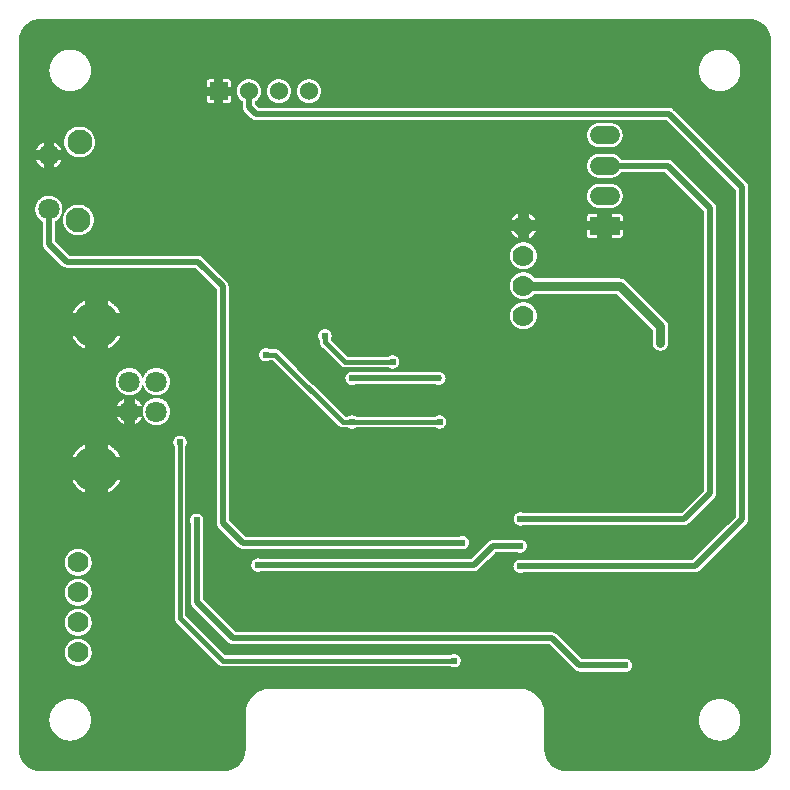
<source format=gbl>
G04 Layer: BottomLayer*
G04 EasyEDA v5.9.42, Sat, 09 Mar 2019 23:57:52 GMT*
G04 162059df4c4b4fe6933ecd086f83df09*
G04 Gerber Generator version 0.2*
G04 Scale: 100 percent, Rotated: No, Reflected: No *
G04 Dimensions in millimeters *
G04 leading zeros omitted , absolute positions ,3 integer and 3 decimal *
%FSLAX33Y33*%
%MOMM*%
G90*
G71D02*

%ADD11C,0.799998*%
%ADD12C,0.399999*%
%ADD13C,0.508000*%
%ADD15C,0.619760*%
%ADD23C,1.778000*%
%ADD24C,1.799996*%
%ADD25C,3.999992*%
%ADD26C,2.099996*%
%ADD27C,1.524000*%
%ADD28R,1.524000X1.524000*%
%ADD29R,2.499995X1.524000*%

%LPD*%
G36*
G01X19347Y2745D02*
G01X152Y2745D01*
G01X152Y1967D01*
G01X154Y1903D01*
G01X156Y1871D01*
G01X159Y1838D01*
G01X162Y1806D01*
G01X170Y1742D01*
G01X175Y1710D01*
G01X180Y1679D01*
G01X192Y1615D01*
G01X199Y1584D01*
G01X207Y1553D01*
G01X215Y1521D01*
G01X223Y1490D01*
G01X233Y1459D01*
G01X242Y1429D01*
G01X253Y1398D01*
G01X263Y1368D01*
G01X275Y1337D01*
G01X286Y1307D01*
G01X299Y1278D01*
G01X312Y1248D01*
G01X325Y1219D01*
G01X353Y1161D01*
G01X368Y1132D01*
G01X384Y1104D01*
G01X399Y1076D01*
G01X433Y1020D01*
G01X450Y993D01*
G01X468Y966D01*
G01X486Y940D01*
G01X524Y888D01*
G01X544Y862D01*
G01X584Y812D01*
G01X605Y787D01*
G01X626Y763D01*
G01X648Y739D01*
G01X670Y716D01*
G01X716Y670D01*
G01X739Y648D01*
G01X763Y626D01*
G01X787Y605D01*
G01X812Y584D01*
G01X862Y544D01*
G01X888Y524D01*
G01X940Y486D01*
G01X966Y468D01*
G01X993Y450D01*
G01X1020Y433D01*
G01X1076Y399D01*
G01X1104Y384D01*
G01X1132Y368D01*
G01X1161Y353D01*
G01X1219Y325D01*
G01X1248Y312D01*
G01X1278Y299D01*
G01X1307Y286D01*
G01X1337Y275D01*
G01X1368Y263D01*
G01X1398Y253D01*
G01X1429Y242D01*
G01X1459Y233D01*
G01X1490Y223D01*
G01X1521Y215D01*
G01X1553Y207D01*
G01X1584Y199D01*
G01X1615Y192D01*
G01X1679Y180D01*
G01X1710Y175D01*
G01X1742Y170D01*
G01X1806Y162D01*
G01X1838Y159D01*
G01X1871Y156D01*
G01X1903Y154D01*
G01X1967Y152D01*
G01X17532Y152D01*
G01X17596Y154D01*
G01X17628Y156D01*
G01X17661Y159D01*
G01X17693Y162D01*
G01X17757Y170D01*
G01X17789Y175D01*
G01X17820Y180D01*
G01X17884Y192D01*
G01X17915Y199D01*
G01X17946Y207D01*
G01X17978Y215D01*
G01X18009Y223D01*
G01X18040Y233D01*
G01X18070Y242D01*
G01X18101Y253D01*
G01X18131Y263D01*
G01X18162Y275D01*
G01X18192Y286D01*
G01X18221Y299D01*
G01X18251Y312D01*
G01X18280Y325D01*
G01X18338Y353D01*
G01X18367Y368D01*
G01X18395Y384D01*
G01X18423Y399D01*
G01X18479Y433D01*
G01X18506Y450D01*
G01X18533Y468D01*
G01X18559Y486D01*
G01X18586Y505D01*
G01X18611Y524D01*
G01X18637Y544D01*
G01X18687Y584D01*
G01X18712Y605D01*
G01X18736Y626D01*
G01X18760Y648D01*
G01X18783Y670D01*
G01X18829Y716D01*
G01X18851Y739D01*
G01X18873Y763D01*
G01X18894Y787D01*
G01X18915Y812D01*
G01X18955Y862D01*
G01X18975Y888D01*
G01X19013Y940D01*
G01X19031Y966D01*
G01X19049Y993D01*
G01X19066Y1020D01*
G01X19100Y1076D01*
G01X19115Y1104D01*
G01X19131Y1132D01*
G01X19146Y1161D01*
G01X19174Y1219D01*
G01X19187Y1248D01*
G01X19200Y1278D01*
G01X19213Y1307D01*
G01X19224Y1337D01*
G01X19236Y1368D01*
G01X19246Y1398D01*
G01X19257Y1429D01*
G01X19266Y1459D01*
G01X19276Y1490D01*
G01X19284Y1521D01*
G01X19292Y1553D01*
G01X19300Y1584D01*
G01X19307Y1615D01*
G01X19319Y1679D01*
G01X19324Y1710D01*
G01X19329Y1742D01*
G01X19337Y1806D01*
G01X19340Y1838D01*
G01X19343Y1871D01*
G01X19345Y1903D01*
G01X19347Y1967D01*
G01X19347Y2745D01*
G37*

%LPD*%
G36*
G01X4469Y6254D02*
G01X152Y6254D01*
G01X152Y2745D01*
G01X4469Y2745D01*
G01X4438Y2746D01*
G01X4408Y2747D01*
G01X4377Y2749D01*
G01X4347Y2752D01*
G01X4316Y2755D01*
G01X4286Y2758D01*
G01X4255Y2762D01*
G01X4165Y2777D01*
G01X4135Y2783D01*
G01X4075Y2797D01*
G01X4046Y2805D01*
G01X4016Y2813D01*
G01X3987Y2822D01*
G01X3957Y2831D01*
G01X3928Y2841D01*
G01X3900Y2851D01*
G01X3842Y2873D01*
G01X3814Y2884D01*
G01X3786Y2897D01*
G01X3758Y2909D01*
G01X3731Y2923D01*
G01X3703Y2936D01*
G01X3676Y2950D01*
G01X3622Y2980D01*
G01X3544Y3028D01*
G01X3519Y3045D01*
G01X3493Y3062D01*
G01X3468Y3080D01*
G01X3444Y3098D01*
G01X3419Y3117D01*
G01X3395Y3136D01*
G01X3372Y3155D01*
G01X3349Y3175D01*
G01X3326Y3196D01*
G01X3303Y3216D01*
G01X3281Y3237D01*
G01X3259Y3259D01*
G01X3238Y3281D01*
G01X3216Y3303D01*
G01X3196Y3325D01*
G01X3176Y3348D01*
G01X3156Y3372D01*
G01X3136Y3395D01*
G01X3117Y3419D01*
G01X3098Y3444D01*
G01X3080Y3468D01*
G01X3062Y3493D01*
G01X3045Y3518D01*
G01X3028Y3544D01*
G01X2980Y3622D01*
G01X2965Y3649D01*
G01X2951Y3676D01*
G01X2936Y3703D01*
G01X2923Y3730D01*
G01X2897Y3786D01*
G01X2873Y3842D01*
G01X2862Y3871D01*
G01X2851Y3899D01*
G01X2831Y3957D01*
G01X2822Y3987D01*
G01X2813Y4016D01*
G01X2805Y4045D01*
G01X2797Y4075D01*
G01X2783Y4135D01*
G01X2777Y4165D01*
G01X2762Y4255D01*
G01X2758Y4286D01*
G01X2755Y4316D01*
G01X2752Y4347D01*
G01X2749Y4377D01*
G01X2748Y4408D01*
G01X2746Y4438D01*
G01X2745Y4469D01*
G01X2745Y4530D01*
G01X2746Y4561D01*
G01X2748Y4591D01*
G01X2749Y4622D01*
G01X2752Y4652D01*
G01X2755Y4683D01*
G01X2758Y4713D01*
G01X2762Y4744D01*
G01X2777Y4834D01*
G01X2783Y4864D01*
G01X2797Y4924D01*
G01X2805Y4954D01*
G01X2813Y4983D01*
G01X2822Y5012D01*
G01X2831Y5042D01*
G01X2851Y5100D01*
G01X2862Y5128D01*
G01X2873Y5157D01*
G01X2897Y5213D01*
G01X2923Y5269D01*
G01X2936Y5296D01*
G01X2951Y5323D01*
G01X2965Y5350D01*
G01X2980Y5377D01*
G01X3028Y5455D01*
G01X3045Y5481D01*
G01X3062Y5506D01*
G01X3080Y5531D01*
G01X3098Y5555D01*
G01X3117Y5580D01*
G01X3136Y5604D01*
G01X3156Y5627D01*
G01X3176Y5651D01*
G01X3196Y5673D01*
G01X3216Y5696D01*
G01X3238Y5718D01*
G01X3259Y5740D01*
G01X3281Y5762D01*
G01X3303Y5783D01*
G01X3326Y5803D01*
G01X3349Y5824D01*
G01X3372Y5844D01*
G01X3395Y5863D01*
G01X3419Y5882D01*
G01X3444Y5901D01*
G01X3468Y5919D01*
G01X3493Y5937D01*
G01X3519Y5954D01*
G01X3544Y5971D01*
G01X3622Y6019D01*
G01X3676Y6049D01*
G01X3703Y6063D01*
G01X3731Y6076D01*
G01X3758Y6090D01*
G01X3786Y6102D01*
G01X3814Y6115D01*
G01X3842Y6126D01*
G01X3900Y6148D01*
G01X3928Y6158D01*
G01X3957Y6168D01*
G01X3987Y6177D01*
G01X4016Y6186D01*
G01X4046Y6194D01*
G01X4075Y6202D01*
G01X4135Y6216D01*
G01X4165Y6222D01*
G01X4255Y6237D01*
G01X4286Y6241D01*
G01X4316Y6244D01*
G01X4347Y6247D01*
G01X4377Y6250D01*
G01X4408Y6252D01*
G01X4438Y6253D01*
G01X4469Y6254D01*
G37*

%LPD*%
G36*
G01X19750Y6254D02*
G01X4530Y6254D01*
G01X4561Y6253D01*
G01X4591Y6252D01*
G01X4622Y6250D01*
G01X4653Y6247D01*
G01X4713Y6241D01*
G01X4744Y6237D01*
G01X4834Y6222D01*
G01X4864Y6216D01*
G01X4924Y6202D01*
G01X4954Y6194D01*
G01X4983Y6186D01*
G01X5013Y6177D01*
G01X5042Y6168D01*
G01X5100Y6148D01*
G01X5128Y6137D01*
G01X5157Y6126D01*
G01X5185Y6115D01*
G01X5213Y6102D01*
G01X5241Y6090D01*
G01X5269Y6076D01*
G01X5296Y6063D01*
G01X5323Y6049D01*
G01X5377Y6019D01*
G01X5455Y5971D01*
G01X5481Y5954D01*
G01X5506Y5937D01*
G01X5556Y5901D01*
G01X5604Y5863D01*
G01X5627Y5844D01*
G01X5651Y5824D01*
G01X5674Y5803D01*
G01X5696Y5783D01*
G01X5718Y5762D01*
G01X5762Y5718D01*
G01X5783Y5696D01*
G01X5803Y5673D01*
G01X5824Y5651D01*
G01X5844Y5627D01*
G01X5863Y5604D01*
G01X5882Y5580D01*
G01X5901Y5555D01*
G01X5919Y5531D01*
G01X5937Y5506D01*
G01X5954Y5481D01*
G01X5988Y5429D01*
G01X6004Y5403D01*
G01X6019Y5377D01*
G01X6049Y5323D01*
G01X6077Y5269D01*
G01X6090Y5241D01*
G01X6102Y5213D01*
G01X6115Y5185D01*
G01X6126Y5157D01*
G01X6138Y5128D01*
G01X6148Y5100D01*
G01X6159Y5071D01*
G01X6168Y5042D01*
G01X6177Y5012D01*
G01X6186Y4983D01*
G01X6194Y4954D01*
G01X6202Y4924D01*
G01X6216Y4864D01*
G01X6222Y4834D01*
G01X6227Y4804D01*
G01X6233Y4774D01*
G01X6237Y4744D01*
G01X6241Y4713D01*
G01X6245Y4683D01*
G01X6247Y4652D01*
G01X6250Y4622D01*
G01X6252Y4591D01*
G01X6253Y4561D01*
G01X6254Y4530D01*
G01X6254Y4469D01*
G01X6253Y4438D01*
G01X6252Y4408D01*
G01X6250Y4377D01*
G01X6247Y4347D01*
G01X6245Y4316D01*
G01X6241Y4286D01*
G01X6237Y4255D01*
G01X6233Y4225D01*
G01X6227Y4195D01*
G01X6222Y4165D01*
G01X6216Y4135D01*
G01X6202Y4075D01*
G01X6194Y4045D01*
G01X6186Y4016D01*
G01X6177Y3987D01*
G01X6168Y3957D01*
G01X6159Y3928D01*
G01X6148Y3899D01*
G01X6138Y3871D01*
G01X6126Y3842D01*
G01X6115Y3814D01*
G01X6102Y3786D01*
G01X6090Y3758D01*
G01X6077Y3730D01*
G01X6049Y3676D01*
G01X6019Y3622D01*
G01X6004Y3596D01*
G01X5988Y3570D01*
G01X5954Y3518D01*
G01X5937Y3493D01*
G01X5919Y3468D01*
G01X5901Y3444D01*
G01X5882Y3419D01*
G01X5863Y3395D01*
G01X5844Y3372D01*
G01X5824Y3348D01*
G01X5803Y3325D01*
G01X5783Y3303D01*
G01X5762Y3281D01*
G01X5718Y3237D01*
G01X5696Y3216D01*
G01X5674Y3196D01*
G01X5651Y3175D01*
G01X5627Y3155D01*
G01X5604Y3136D01*
G01X5556Y3098D01*
G01X5506Y3062D01*
G01X5481Y3045D01*
G01X5455Y3028D01*
G01X5377Y2980D01*
G01X5323Y2950D01*
G01X5296Y2936D01*
G01X5269Y2923D01*
G01X5241Y2909D01*
G01X5213Y2897D01*
G01X5185Y2884D01*
G01X5157Y2873D01*
G01X5128Y2862D01*
G01X5100Y2851D01*
G01X5042Y2831D01*
G01X5013Y2822D01*
G01X4983Y2813D01*
G01X4954Y2805D01*
G01X4924Y2797D01*
G01X4864Y2783D01*
G01X4834Y2777D01*
G01X4744Y2762D01*
G01X4713Y2758D01*
G01X4653Y2752D01*
G01X4622Y2749D01*
G01X4591Y2747D01*
G01X4561Y2746D01*
G01X4530Y2745D01*
G01X19347Y2745D01*
G01X19347Y5038D01*
G01X19348Y5076D01*
G01X19350Y5114D01*
G01X19353Y5152D01*
G01X19356Y5191D01*
G01X19359Y5229D01*
G01X19369Y5305D01*
G01X19375Y5342D01*
G01X19381Y5380D01*
G01X19388Y5418D01*
G01X19396Y5455D01*
G01X19404Y5493D01*
G01X19413Y5530D01*
G01X19423Y5567D01*
G01X19434Y5604D01*
G01X19445Y5640D01*
G01X19456Y5677D01*
G01X19495Y5785D01*
G01X19540Y5890D01*
G01X19556Y5925D01*
G01X19590Y5993D01*
G01X19608Y6027D01*
G01X19627Y6061D01*
G01X19646Y6094D01*
G01X19666Y6127D01*
G01X19686Y6159D01*
G01X19728Y6223D01*
G01X19750Y6254D01*
G37*

%LPD*%
G36*
G01X21462Y7152D02*
G01X152Y7152D01*
G01X152Y6254D01*
G01X19750Y6254D01*
G01X19773Y6285D01*
G01X19796Y6315D01*
G01X19819Y6344D01*
G01X19843Y6374D01*
G01X19867Y6403D01*
G01X19892Y6431D01*
G01X19918Y6459D01*
G01X19943Y6487D01*
G01X19970Y6514D01*
G01X19997Y6540D01*
G01X20024Y6567D01*
G01X20080Y6617D01*
G01X20109Y6642D01*
G01X20167Y6690D01*
G01X20227Y6736D01*
G01X20258Y6758D01*
G01X20320Y6800D01*
G01X20352Y6821D01*
G01X20384Y6841D01*
G01X20450Y6879D01*
G01X20483Y6897D01*
G01X20516Y6914D01*
G01X20584Y6948D01*
G01X20619Y6963D01*
G01X20653Y6979D01*
G01X20723Y7007D01*
G01X20759Y7020D01*
G01X20794Y7033D01*
G01X20866Y7057D01*
G01X20902Y7067D01*
G01X20939Y7078D01*
G01X20975Y7087D01*
G01X21012Y7096D01*
G01X21086Y7112D01*
G01X21123Y7119D01*
G01X21161Y7125D01*
G01X21198Y7131D01*
G01X21236Y7136D01*
G01X21273Y7140D01*
G01X21311Y7144D01*
G01X21348Y7147D01*
G01X21424Y7151D01*
G01X21462Y7152D01*
G37*

%LPD*%
G36*
G01X21839Y8070D02*
G01X152Y8070D01*
G01X152Y7152D01*
G01X21839Y7152D01*
G01X21839Y8070D01*
G37*

%LPD*%
G36*
G01X7869Y9068D02*
G01X152Y9068D01*
G01X152Y8070D01*
G01X7869Y8070D01*
G01X7869Y9068D01*
G37*

%LPD*%
G36*
G01X21839Y9045D02*
G01X7869Y9045D01*
G01X7869Y8070D01*
G01X21839Y8070D01*
G01X21839Y9045D01*
G37*

%LPD*%
G36*
G01X35809Y9045D02*
G01X21839Y9045D01*
G01X21839Y8070D01*
G01X35809Y8070D01*
G01X35809Y9045D01*
G37*

%LPD*%
G36*
G01X49779Y8070D02*
G01X21839Y8070D01*
G01X21839Y7152D01*
G01X49779Y7152D01*
G01X49779Y8070D01*
G37*

%LPD*%
G36*
G01X5129Y11355D02*
G01X152Y11355D01*
G01X152Y9068D01*
G01X5169Y9068D01*
G01X5149Y9069D01*
G01X5129Y9069D01*
G01X5089Y9071D01*
G01X5029Y9077D01*
G01X5009Y9080D01*
G01X4990Y9083D01*
G01X4970Y9086D01*
G01X4930Y9094D01*
G01X4911Y9098D01*
G01X4891Y9103D01*
G01X4853Y9113D01*
G01X4833Y9119D01*
G01X4795Y9131D01*
G01X4757Y9145D01*
G01X4739Y9153D01*
G01X4720Y9160D01*
G01X4702Y9168D01*
G01X4684Y9177D01*
G01X4666Y9185D01*
G01X4648Y9194D01*
G01X4630Y9204D01*
G01X4612Y9213D01*
G01X4595Y9223D01*
G01X4578Y9234D01*
G01X4560Y9244D01*
G01X4544Y9255D01*
G01X4510Y9277D01*
G01X4462Y9313D01*
G01X4446Y9326D01*
G01X4401Y9365D01*
G01X4386Y9379D01*
G01X4372Y9393D01*
G01X4357Y9407D01*
G01X4343Y9421D01*
G01X4330Y9436D01*
G01X4316Y9451D01*
G01X4290Y9481D01*
G01X4277Y9497D01*
G01X4265Y9513D01*
G01X4253Y9528D01*
G01X4241Y9545D01*
G01X4229Y9561D01*
G01X4218Y9578D01*
G01X4207Y9594D01*
G01X4196Y9611D01*
G01X4186Y9629D01*
G01X4176Y9646D01*
G01X4166Y9664D01*
G01X4157Y9681D01*
G01X4147Y9699D01*
G01X4139Y9717D01*
G01X4130Y9735D01*
G01X4122Y9754D01*
G01X4114Y9772D01*
G01X4106Y9791D01*
G01X4099Y9809D01*
G01X4092Y9828D01*
G01X4086Y9847D01*
G01X4079Y9866D01*
G01X4074Y9885D01*
G01X4068Y9905D01*
G01X4063Y9924D01*
G01X4058Y9944D01*
G01X4053Y9963D01*
G01X4049Y9983D01*
G01X4045Y10002D01*
G01X4033Y10082D01*
G01X4029Y10122D01*
G01X4026Y10182D01*
G01X4026Y10242D01*
G01X4029Y10302D01*
G01X4033Y10342D01*
G01X4042Y10402D01*
G01X4045Y10421D01*
G01X4053Y10461D01*
G01X4058Y10480D01*
G01X4063Y10500D01*
G01X4068Y10519D01*
G01X4074Y10538D01*
G01X4079Y10558D01*
G01X4086Y10577D01*
G01X4092Y10596D01*
G01X4099Y10615D01*
G01X4106Y10633D01*
G01X4114Y10652D01*
G01X4122Y10670D01*
G01X4130Y10689D01*
G01X4139Y10707D01*
G01X4147Y10725D01*
G01X4157Y10743D01*
G01X4166Y10760D01*
G01X4176Y10778D01*
G01X4196Y10812D01*
G01X4229Y10863D01*
G01X4277Y10927D01*
G01X4290Y10943D01*
G01X4316Y10973D01*
G01X4330Y10988D01*
G01X4343Y11003D01*
G01X4357Y11017D01*
G01X4372Y11031D01*
G01X4386Y11045D01*
G01X4401Y11059D01*
G01X4446Y11098D01*
G01X4462Y11110D01*
G01X4478Y11123D01*
G01X4494Y11135D01*
G01X4510Y11146D01*
G01X4527Y11158D01*
G01X4544Y11169D01*
G01X4560Y11180D01*
G01X4578Y11190D01*
G01X4595Y11201D01*
G01X4612Y11211D01*
G01X4702Y11256D01*
G01X4720Y11264D01*
G01X4739Y11271D01*
G01X4757Y11279D01*
G01X4776Y11286D01*
G01X4795Y11292D01*
G01X4814Y11299D01*
G01X4833Y11305D01*
G01X4853Y11311D01*
G01X4891Y11321D01*
G01X4911Y11326D01*
G01X4930Y11330D01*
G01X4970Y11338D01*
G01X4990Y11341D01*
G01X5009Y11344D01*
G01X5029Y11347D01*
G01X5089Y11353D01*
G01X5129Y11355D01*
G37*

%LPD*%
G36*
G01X7869Y11355D02*
G01X5210Y11355D01*
G01X5250Y11353D01*
G01X5310Y11347D01*
G01X5329Y11344D01*
G01X5369Y11338D01*
G01X5389Y11334D01*
G01X5408Y11330D01*
G01X5428Y11326D01*
G01X5448Y11321D01*
G01X5486Y11311D01*
G01X5506Y11305D01*
G01X5525Y11299D01*
G01X5544Y11292D01*
G01X5563Y11286D01*
G01X5581Y11279D01*
G01X5600Y11271D01*
G01X5619Y11264D01*
G01X5637Y11256D01*
G01X5727Y11211D01*
G01X5744Y11201D01*
G01X5761Y11190D01*
G01X5778Y11180D01*
G01X5812Y11158D01*
G01X5829Y11146D01*
G01X5845Y11135D01*
G01X5861Y11123D01*
G01X5877Y11110D01*
G01X5892Y11098D01*
G01X5908Y11085D01*
G01X5938Y11059D01*
G01X5953Y11045D01*
G01X5967Y11031D01*
G01X5982Y11017D01*
G01X5996Y11003D01*
G01X6009Y10988D01*
G01X6023Y10973D01*
G01X6049Y10943D01*
G01X6062Y10927D01*
G01X6110Y10863D01*
G01X6143Y10812D01*
G01X6163Y10778D01*
G01X6173Y10760D01*
G01X6182Y10743D01*
G01X6209Y10689D01*
G01X6217Y10670D01*
G01X6225Y10652D01*
G01X6233Y10633D01*
G01X6240Y10615D01*
G01X6247Y10596D01*
G01X6259Y10558D01*
G01X6265Y10538D01*
G01X6271Y10519D01*
G01X6276Y10500D01*
G01X6281Y10480D01*
G01X6286Y10461D01*
G01X6294Y10421D01*
G01X6297Y10402D01*
G01X6306Y10342D01*
G01X6308Y10322D01*
G01X6309Y10302D01*
G01X6311Y10282D01*
G01X6313Y10242D01*
G01X6313Y10182D01*
G01X6311Y10142D01*
G01X6309Y10122D01*
G01X6308Y10102D01*
G01X6306Y10082D01*
G01X6294Y10002D01*
G01X6290Y9983D01*
G01X6286Y9963D01*
G01X6281Y9944D01*
G01X6276Y9924D01*
G01X6271Y9905D01*
G01X6265Y9885D01*
G01X6247Y9828D01*
G01X6240Y9809D01*
G01X6233Y9791D01*
G01X6225Y9772D01*
G01X6217Y9754D01*
G01X6209Y9735D01*
G01X6182Y9681D01*
G01X6173Y9664D01*
G01X6163Y9646D01*
G01X6153Y9629D01*
G01X6143Y9611D01*
G01X6132Y9594D01*
G01X6121Y9578D01*
G01X6110Y9561D01*
G01X6098Y9545D01*
G01X6086Y9528D01*
G01X6074Y9513D01*
G01X6062Y9497D01*
G01X6049Y9481D01*
G01X6023Y9451D01*
G01X6009Y9436D01*
G01X5996Y9421D01*
G01X5982Y9407D01*
G01X5967Y9393D01*
G01X5953Y9379D01*
G01X5938Y9365D01*
G01X5908Y9339D01*
G01X5892Y9326D01*
G01X5877Y9313D01*
G01X5829Y9277D01*
G01X5778Y9244D01*
G01X5761Y9234D01*
G01X5744Y9223D01*
G01X5727Y9213D01*
G01X5709Y9204D01*
G01X5691Y9194D01*
G01X5673Y9185D01*
G01X5655Y9177D01*
G01X5637Y9168D01*
G01X5619Y9160D01*
G01X5600Y9153D01*
G01X5581Y9145D01*
G01X5563Y9138D01*
G01X5544Y9131D01*
G01X5506Y9119D01*
G01X5486Y9113D01*
G01X5448Y9103D01*
G01X5428Y9098D01*
G01X5408Y9094D01*
G01X5389Y9090D01*
G01X5369Y9086D01*
G01X5329Y9080D01*
G01X5310Y9077D01*
G01X5250Y9071D01*
G01X5210Y9069D01*
G01X5190Y9069D01*
G01X5169Y9068D01*
G01X7869Y9068D01*
G01X7869Y11355D01*
G37*

%LPD*%
G36*
G01X13345Y24774D02*
G01X8740Y24774D01*
G01X8722Y24738D01*
G01X8704Y24704D01*
G01X8685Y24669D01*
G01X8666Y24635D01*
G01X8645Y24601D01*
G01X8625Y24568D01*
G01X8581Y24502D01*
G01X8559Y24470D01*
G01X8536Y24438D01*
G01X8512Y24406D01*
G01X8488Y24375D01*
G01X8463Y24345D01*
G01X8438Y24314D01*
G01X8412Y24285D01*
G01X8386Y24255D01*
G01X8359Y24226D01*
G01X8332Y24198D01*
G01X8304Y24170D01*
G01X8248Y24116D01*
G01X8218Y24089D01*
G01X8189Y24063D01*
G01X8159Y24038D01*
G01X8128Y24013D01*
G01X8066Y23965D01*
G01X8002Y23919D01*
G01X7969Y23897D01*
G01X7903Y23855D01*
G01X7869Y23834D01*
G01X7869Y9045D01*
G01X17384Y9045D01*
G01X17376Y9046D01*
G01X17368Y9046D01*
G01X17352Y9048D01*
G01X17344Y9048D01*
G01X17336Y9050D01*
G01X17328Y9051D01*
G01X17321Y9052D01*
G01X17313Y9053D01*
G01X17297Y9057D01*
G01X17290Y9059D01*
G01X17274Y9063D01*
G01X17267Y9065D01*
G01X17259Y9067D01*
G01X17252Y9070D01*
G01X17244Y9073D01*
G01X17237Y9075D01*
G01X17229Y9078D01*
G01X17215Y9084D01*
G01X17207Y9088D01*
G01X17200Y9091D01*
G01X17193Y9095D01*
G01X17186Y9098D01*
G01X17165Y9110D01*
G01X17159Y9114D01*
G01X17152Y9118D01*
G01X17145Y9123D01*
G01X17139Y9127D01*
G01X17132Y9132D01*
G01X17126Y9137D01*
G01X17120Y9141D01*
G01X17113Y9146D01*
G01X17107Y9151D01*
G01X17101Y9157D01*
G01X17095Y9162D01*
G01X17084Y9173D01*
G01X17078Y9178D01*
G01X13478Y12778D01*
G01X13473Y12784D01*
G01X13456Y12801D01*
G01X13451Y12807D01*
G01X13446Y12814D01*
G01X13441Y12820D01*
G01X13437Y12826D01*
G01X13432Y12832D01*
G01X13427Y12839D01*
G01X13423Y12845D01*
G01X13418Y12852D01*
G01X13410Y12866D01*
G01X13406Y12872D01*
G01X13398Y12886D01*
G01X13395Y12893D01*
G01X13391Y12900D01*
G01X13388Y12908D01*
G01X13384Y12915D01*
G01X13378Y12929D01*
G01X13375Y12937D01*
G01X13372Y12944D01*
G01X13370Y12952D01*
G01X13367Y12959D01*
G01X13365Y12967D01*
G01X13363Y12974D01*
G01X13360Y12982D01*
G01X13358Y12990D01*
G01X13357Y12997D01*
G01X13353Y13013D01*
G01X13351Y13029D01*
G01X13349Y13036D01*
G01X13347Y13052D01*
G01X13347Y13060D01*
G01X13346Y13068D01*
G01X13346Y13076D01*
G01X13345Y13084D01*
G01X13345Y24774D01*
G37*

%LPD*%
G36*
G01X36664Y9045D02*
G01X35809Y9045D01*
G01X35809Y8934D01*
G01X36971Y8934D01*
G01X36921Y8939D01*
G01X36911Y8941D01*
G01X36901Y8942D01*
G01X36892Y8944D01*
G01X36882Y8946D01*
G01X36872Y8949D01*
G01X36862Y8951D01*
G01X36853Y8953D01*
G01X36833Y8959D01*
G01X36824Y8962D01*
G01X36814Y8965D01*
G01X36805Y8969D01*
G01X36796Y8972D01*
G01X36786Y8976D01*
G01X36759Y8988D01*
G01X36750Y8993D01*
G01X36741Y8997D01*
G01X36714Y9012D01*
G01X36706Y9017D01*
G01X36697Y9022D01*
G01X36689Y9028D01*
G01X36681Y9033D01*
G01X36672Y9039D01*
G01X36664Y9045D01*
G37*

%LPD*%
G36*
G01X47046Y8934D02*
G01X35809Y8934D01*
G01X35809Y8591D01*
G01X47582Y8591D01*
G01X47573Y8592D01*
G01X47564Y8592D01*
G01X47537Y8595D01*
G01X47529Y8596D01*
G01X47520Y8597D01*
G01X47511Y8599D01*
G01X47502Y8600D01*
G01X47494Y8602D01*
G01X47476Y8606D01*
G01X47468Y8608D01*
G01X47459Y8611D01*
G01X47451Y8613D01*
G01X47442Y8616D01*
G01X47426Y8622D01*
G01X47417Y8625D01*
G01X47409Y8628D01*
G01X47401Y8632D01*
G01X47393Y8635D01*
G01X47345Y8659D01*
G01X47338Y8664D01*
G01X47330Y8668D01*
G01X47322Y8673D01*
G01X47301Y8688D01*
G01X47293Y8693D01*
G01X47286Y8699D01*
G01X47279Y8704D01*
G01X47273Y8710D01*
G01X47259Y8722D01*
G01X47253Y8728D01*
G01X47246Y8734D01*
G01X47046Y8934D01*
G37*

%LPD*%
G36*
G01X49779Y8591D02*
G01X35809Y8591D01*
G01X35809Y8070D01*
G01X49779Y8070D01*
G01X49779Y8591D01*
G37*

%LPD*%
G36*
G01X49779Y7152D02*
G01X42537Y7152D01*
G01X42575Y7151D01*
G01X42612Y7149D01*
G01X42650Y7147D01*
G01X42687Y7144D01*
G01X42725Y7140D01*
G01X42762Y7136D01*
G01X42799Y7131D01*
G01X42873Y7119D01*
G01X42947Y7105D01*
G01X42984Y7097D01*
G01X43020Y7088D01*
G01X43057Y7079D01*
G01X43093Y7069D01*
G01X43165Y7047D01*
G01X43200Y7035D01*
G01X43236Y7022D01*
G01X43271Y7009D01*
G01X43341Y6981D01*
G01X43375Y6966D01*
G01X43443Y6934D01*
G01X43477Y6917D01*
G01X43510Y6900D01*
G01X43576Y6864D01*
G01X43608Y6844D01*
G01X43640Y6825D01*
G01X43672Y6805D01*
G01X43734Y6763D01*
G01X43765Y6741D01*
G01X43795Y6718D01*
G01X43825Y6696D01*
G01X43912Y6624D01*
G01X43940Y6599D01*
G01X43967Y6574D01*
G01X43995Y6548D01*
G01X44021Y6521D01*
G01X44048Y6495D01*
G01X44074Y6467D01*
G01X44099Y6440D01*
G01X44124Y6412D01*
G01X44196Y6325D01*
G01X44218Y6295D01*
G01X44241Y6265D01*
G01X44263Y6234D01*
G01X44305Y6172D01*
G01X44325Y6140D01*
G01X44344Y6108D01*
G01X44364Y6076D01*
G01X44400Y6010D01*
G01X44417Y5977D01*
G01X44434Y5943D01*
G01X44466Y5875D01*
G01X44481Y5841D01*
G01X44509Y5771D01*
G01X44522Y5736D01*
G01X44535Y5700D01*
G01X44547Y5665D01*
G01X44569Y5593D01*
G01X44579Y5557D01*
G01X44588Y5520D01*
G01X44597Y5484D01*
G01X44605Y5447D01*
G01X44619Y5373D01*
G01X44631Y5299D01*
G01X44636Y5262D01*
G01X44640Y5225D01*
G01X44644Y5187D01*
G01X44647Y5150D01*
G01X44649Y5112D01*
G01X44651Y5075D01*
G01X44652Y5037D01*
G01X44652Y1967D01*
G01X44654Y1903D01*
G01X44656Y1871D01*
G01X44659Y1838D01*
G01X44662Y1806D01*
G01X44670Y1742D01*
G01X44675Y1710D01*
G01X44680Y1679D01*
G01X44692Y1615D01*
G01X44699Y1584D01*
G01X44707Y1553D01*
G01X44715Y1521D01*
G01X44723Y1490D01*
G01X44733Y1459D01*
G01X44742Y1429D01*
G01X44753Y1398D01*
G01X44763Y1368D01*
G01X44775Y1337D01*
G01X44786Y1307D01*
G01X44799Y1278D01*
G01X44812Y1248D01*
G01X44825Y1219D01*
G01X44853Y1161D01*
G01X44868Y1132D01*
G01X44884Y1104D01*
G01X44899Y1076D01*
G01X44933Y1020D01*
G01X44950Y993D01*
G01X44968Y966D01*
G01X44986Y940D01*
G01X45024Y888D01*
G01X45044Y862D01*
G01X45084Y812D01*
G01X45105Y787D01*
G01X45126Y763D01*
G01X45148Y739D01*
G01X45170Y716D01*
G01X45216Y670D01*
G01X45239Y648D01*
G01X45263Y626D01*
G01X45287Y605D01*
G01X45312Y584D01*
G01X45362Y544D01*
G01X45388Y524D01*
G01X45440Y486D01*
G01X45466Y468D01*
G01X45493Y450D01*
G01X45520Y433D01*
G01X45576Y399D01*
G01X45604Y384D01*
G01X45632Y368D01*
G01X45661Y353D01*
G01X45719Y325D01*
G01X45748Y312D01*
G01X45778Y299D01*
G01X45807Y286D01*
G01X45837Y275D01*
G01X45868Y263D01*
G01X45898Y253D01*
G01X45929Y242D01*
G01X45959Y233D01*
G01X45990Y223D01*
G01X46021Y215D01*
G01X46053Y207D01*
G01X46084Y199D01*
G01X46115Y192D01*
G01X46179Y180D01*
G01X46210Y175D01*
G01X46242Y170D01*
G01X46306Y162D01*
G01X46338Y159D01*
G01X46371Y156D01*
G01X46403Y154D01*
G01X46467Y152D01*
G01X49779Y152D01*
G01X49779Y7152D01*
G37*

%LPD*%
G36*
G01X63749Y8535D02*
G01X49779Y8535D01*
G01X49779Y6254D01*
G01X63749Y6254D01*
G01X63749Y8535D01*
G37*

%LPD*%
G36*
G01X7869Y11608D02*
G01X152Y11608D01*
G01X152Y11355D01*
G01X7869Y11355D01*
G01X7869Y11608D01*
G37*

%LPD*%
G36*
G01X7869Y14148D02*
G01X152Y14148D01*
G01X152Y13895D01*
G01X7869Y13895D01*
G01X7869Y14148D01*
G37*

%LPD*%
G36*
G01X7869Y23753D02*
G01X152Y23753D01*
G01X152Y18975D01*
G01X7869Y18975D01*
G01X7869Y23753D01*
G37*

%LPD*%
G36*
G01X7869Y16688D02*
G01X152Y16688D01*
G01X152Y16435D01*
G01X7869Y16435D01*
G01X7869Y16688D01*
G37*

%LPD*%
G36*
G01X7869Y18975D02*
G01X5210Y18975D01*
G01X5250Y18973D01*
G01X5310Y18967D01*
G01X5329Y18964D01*
G01X5369Y18958D01*
G01X5389Y18954D01*
G01X5408Y18950D01*
G01X5428Y18946D01*
G01X5448Y18941D01*
G01X5486Y18931D01*
G01X5506Y18925D01*
G01X5525Y18919D01*
G01X5544Y18912D01*
G01X5563Y18906D01*
G01X5581Y18899D01*
G01X5600Y18891D01*
G01X5619Y18884D01*
G01X5637Y18876D01*
G01X5727Y18831D01*
G01X5744Y18821D01*
G01X5761Y18810D01*
G01X5778Y18800D01*
G01X5812Y18778D01*
G01X5829Y18766D01*
G01X5845Y18755D01*
G01X5861Y18743D01*
G01X5877Y18730D01*
G01X5892Y18718D01*
G01X5908Y18705D01*
G01X5938Y18679D01*
G01X5953Y18665D01*
G01X5967Y18651D01*
G01X5982Y18637D01*
G01X5996Y18623D01*
G01X6009Y18608D01*
G01X6023Y18593D01*
G01X6049Y18563D01*
G01X6062Y18547D01*
G01X6110Y18483D01*
G01X6143Y18432D01*
G01X6163Y18398D01*
G01X6173Y18380D01*
G01X6182Y18363D01*
G01X6209Y18309D01*
G01X6217Y18290D01*
G01X6225Y18272D01*
G01X6233Y18253D01*
G01X6240Y18235D01*
G01X6247Y18216D01*
G01X6259Y18178D01*
G01X6265Y18158D01*
G01X6271Y18139D01*
G01X6276Y18120D01*
G01X6281Y18100D01*
G01X6286Y18081D01*
G01X6294Y18041D01*
G01X6297Y18022D01*
G01X6306Y17962D01*
G01X6308Y17942D01*
G01X6309Y17922D01*
G01X6311Y17902D01*
G01X6313Y17862D01*
G01X6313Y17802D01*
G01X6311Y17762D01*
G01X6309Y17742D01*
G01X6308Y17722D01*
G01X6306Y17702D01*
G01X6294Y17622D01*
G01X6290Y17603D01*
G01X6286Y17583D01*
G01X6281Y17564D01*
G01X6276Y17544D01*
G01X6271Y17525D01*
G01X6265Y17505D01*
G01X6247Y17448D01*
G01X6240Y17429D01*
G01X6233Y17411D01*
G01X6225Y17392D01*
G01X6217Y17374D01*
G01X6209Y17355D01*
G01X6182Y17301D01*
G01X6173Y17284D01*
G01X6163Y17266D01*
G01X6153Y17249D01*
G01X6143Y17231D01*
G01X6132Y17214D01*
G01X6121Y17198D01*
G01X6110Y17181D01*
G01X6098Y17165D01*
G01X6086Y17148D01*
G01X6074Y17133D01*
G01X6062Y17117D01*
G01X6049Y17101D01*
G01X6023Y17071D01*
G01X6009Y17056D01*
G01X5996Y17041D01*
G01X5982Y17027D01*
G01X5967Y17013D01*
G01X5953Y16999D01*
G01X5938Y16985D01*
G01X5908Y16959D01*
G01X5892Y16946D01*
G01X5877Y16933D01*
G01X5829Y16897D01*
G01X5778Y16864D01*
G01X5761Y16854D01*
G01X5744Y16843D01*
G01X5727Y16833D01*
G01X5709Y16824D01*
G01X5691Y16814D01*
G01X5673Y16805D01*
G01X5655Y16797D01*
G01X5637Y16788D01*
G01X5619Y16780D01*
G01X5600Y16773D01*
G01X5581Y16765D01*
G01X5563Y16758D01*
G01X5544Y16751D01*
G01X5506Y16739D01*
G01X5486Y16733D01*
G01X5448Y16723D01*
G01X5428Y16718D01*
G01X5408Y16714D01*
G01X5389Y16710D01*
G01X5369Y16706D01*
G01X5329Y16700D01*
G01X5310Y16697D01*
G01X5250Y16691D01*
G01X5210Y16689D01*
G01X5190Y16689D01*
G01X5169Y16688D01*
G01X7869Y16688D01*
G01X7869Y18975D01*
G37*

%LPD*%
G36*
G01X7869Y13895D02*
G01X5210Y13895D01*
G01X5250Y13893D01*
G01X5310Y13887D01*
G01X5329Y13884D01*
G01X5369Y13878D01*
G01X5389Y13874D01*
G01X5408Y13870D01*
G01X5428Y13866D01*
G01X5448Y13861D01*
G01X5486Y13851D01*
G01X5506Y13845D01*
G01X5525Y13839D01*
G01X5544Y13832D01*
G01X5563Y13826D01*
G01X5581Y13819D01*
G01X5600Y13811D01*
G01X5619Y13804D01*
G01X5637Y13796D01*
G01X5727Y13751D01*
G01X5744Y13741D01*
G01X5761Y13730D01*
G01X5778Y13720D01*
G01X5812Y13698D01*
G01X5829Y13686D01*
G01X5845Y13675D01*
G01X5861Y13663D01*
G01X5877Y13650D01*
G01X5892Y13638D01*
G01X5908Y13625D01*
G01X5938Y13599D01*
G01X5953Y13585D01*
G01X5967Y13571D01*
G01X5982Y13557D01*
G01X5996Y13543D01*
G01X6009Y13528D01*
G01X6023Y13513D01*
G01X6049Y13483D01*
G01X6062Y13467D01*
G01X6110Y13403D01*
G01X6143Y13352D01*
G01X6163Y13318D01*
G01X6173Y13300D01*
G01X6182Y13283D01*
G01X6209Y13229D01*
G01X6217Y13210D01*
G01X6225Y13192D01*
G01X6233Y13173D01*
G01X6240Y13155D01*
G01X6247Y13136D01*
G01X6259Y13098D01*
G01X6265Y13078D01*
G01X6271Y13059D01*
G01X6276Y13040D01*
G01X6281Y13020D01*
G01X6286Y13001D01*
G01X6294Y12961D01*
G01X6297Y12942D01*
G01X6306Y12882D01*
G01X6308Y12862D01*
G01X6309Y12842D01*
G01X6311Y12822D01*
G01X6313Y12782D01*
G01X6313Y12722D01*
G01X6311Y12682D01*
G01X6309Y12662D01*
G01X6308Y12642D01*
G01X6306Y12622D01*
G01X6294Y12542D01*
G01X6290Y12523D01*
G01X6286Y12503D01*
G01X6281Y12484D01*
G01X6276Y12464D01*
G01X6271Y12445D01*
G01X6265Y12425D01*
G01X6247Y12368D01*
G01X6240Y12349D01*
G01X6233Y12331D01*
G01X6225Y12312D01*
G01X6217Y12294D01*
G01X6209Y12275D01*
G01X6182Y12221D01*
G01X6173Y12204D01*
G01X6163Y12186D01*
G01X6153Y12169D01*
G01X6143Y12151D01*
G01X6132Y12134D01*
G01X6121Y12118D01*
G01X6110Y12101D01*
G01X6098Y12085D01*
G01X6086Y12068D01*
G01X6074Y12053D01*
G01X6062Y12037D01*
G01X6049Y12021D01*
G01X6023Y11991D01*
G01X6009Y11976D01*
G01X5996Y11961D01*
G01X5982Y11947D01*
G01X5967Y11933D01*
G01X5953Y11919D01*
G01X5938Y11905D01*
G01X5908Y11879D01*
G01X5892Y11866D01*
G01X5877Y11853D01*
G01X5829Y11817D01*
G01X5778Y11784D01*
G01X5761Y11774D01*
G01X5744Y11763D01*
G01X5727Y11753D01*
G01X5709Y11744D01*
G01X5691Y11734D01*
G01X5673Y11725D01*
G01X5655Y11717D01*
G01X5637Y11708D01*
G01X5619Y11700D01*
G01X5600Y11693D01*
G01X5581Y11685D01*
G01X5563Y11678D01*
G01X5544Y11671D01*
G01X5506Y11659D01*
G01X5486Y11653D01*
G01X5448Y11643D01*
G01X5428Y11638D01*
G01X5408Y11634D01*
G01X5389Y11630D01*
G01X5369Y11626D01*
G01X5329Y11620D01*
G01X5310Y11617D01*
G01X5250Y11611D01*
G01X5210Y11609D01*
G01X5190Y11609D01*
G01X5169Y11608D01*
G01X7869Y11608D01*
G01X7869Y13895D01*
G37*

%LPD*%
G36*
G01X7869Y16435D02*
G01X5210Y16435D01*
G01X5250Y16433D01*
G01X5310Y16427D01*
G01X5329Y16424D01*
G01X5369Y16418D01*
G01X5389Y16414D01*
G01X5408Y16410D01*
G01X5428Y16406D01*
G01X5448Y16401D01*
G01X5486Y16391D01*
G01X5506Y16385D01*
G01X5525Y16379D01*
G01X5544Y16372D01*
G01X5563Y16366D01*
G01X5581Y16359D01*
G01X5600Y16351D01*
G01X5619Y16344D01*
G01X5637Y16336D01*
G01X5727Y16291D01*
G01X5744Y16281D01*
G01X5761Y16270D01*
G01X5778Y16260D01*
G01X5812Y16238D01*
G01X5829Y16226D01*
G01X5845Y16215D01*
G01X5861Y16203D01*
G01X5877Y16190D01*
G01X5892Y16178D01*
G01X5908Y16165D01*
G01X5938Y16139D01*
G01X5953Y16125D01*
G01X5967Y16111D01*
G01X5982Y16097D01*
G01X5996Y16083D01*
G01X6009Y16068D01*
G01X6023Y16053D01*
G01X6049Y16023D01*
G01X6062Y16007D01*
G01X6110Y15943D01*
G01X6143Y15892D01*
G01X6163Y15858D01*
G01X6173Y15840D01*
G01X6182Y15823D01*
G01X6209Y15769D01*
G01X6217Y15750D01*
G01X6225Y15732D01*
G01X6233Y15713D01*
G01X6240Y15695D01*
G01X6247Y15676D01*
G01X6259Y15638D01*
G01X6265Y15618D01*
G01X6271Y15599D01*
G01X6276Y15580D01*
G01X6281Y15560D01*
G01X6286Y15541D01*
G01X6294Y15501D01*
G01X6297Y15482D01*
G01X6306Y15422D01*
G01X6308Y15402D01*
G01X6309Y15382D01*
G01X6311Y15362D01*
G01X6313Y15322D01*
G01X6313Y15262D01*
G01X6311Y15222D01*
G01X6309Y15202D01*
G01X6308Y15182D01*
G01X6306Y15162D01*
G01X6294Y15082D01*
G01X6290Y15063D01*
G01X6286Y15043D01*
G01X6281Y15024D01*
G01X6276Y15004D01*
G01X6271Y14985D01*
G01X6265Y14965D01*
G01X6247Y14908D01*
G01X6240Y14889D01*
G01X6233Y14871D01*
G01X6225Y14852D01*
G01X6217Y14834D01*
G01X6209Y14815D01*
G01X6182Y14761D01*
G01X6173Y14744D01*
G01X6163Y14726D01*
G01X6153Y14709D01*
G01X6143Y14691D01*
G01X6132Y14674D01*
G01X6121Y14658D01*
G01X6110Y14641D01*
G01X6098Y14625D01*
G01X6086Y14608D01*
G01X6074Y14593D01*
G01X6062Y14577D01*
G01X6049Y14561D01*
G01X6023Y14531D01*
G01X6009Y14516D01*
G01X5996Y14501D01*
G01X5982Y14487D01*
G01X5967Y14473D01*
G01X5953Y14459D01*
G01X5938Y14445D01*
G01X5908Y14419D01*
G01X5892Y14406D01*
G01X5877Y14393D01*
G01X5829Y14357D01*
G01X5778Y14324D01*
G01X5761Y14314D01*
G01X5744Y14303D01*
G01X5727Y14293D01*
G01X5709Y14284D01*
G01X5691Y14274D01*
G01X5673Y14265D01*
G01X5655Y14257D01*
G01X5637Y14248D01*
G01X5619Y14240D01*
G01X5600Y14233D01*
G01X5581Y14225D01*
G01X5563Y14218D01*
G01X5544Y14211D01*
G01X5506Y14199D01*
G01X5486Y14193D01*
G01X5448Y14183D01*
G01X5428Y14178D01*
G01X5408Y14174D01*
G01X5389Y14170D01*
G01X5369Y14166D01*
G01X5329Y14160D01*
G01X5310Y14157D01*
G01X5250Y14151D01*
G01X5210Y14149D01*
G01X5190Y14149D01*
G01X5169Y14148D01*
G01X7869Y14148D01*
G01X7869Y16435D01*
G37*

%LPD*%
G36*
G01X7869Y23753D02*
G01X7869Y23834D01*
G01X7833Y23813D01*
G01X7795Y23792D01*
G01X7758Y23772D01*
G01X7720Y23753D01*
G01X7869Y23753D01*
G37*

%LPD*%
G36*
G01X13345Y26774D02*
G01X7869Y26774D01*
G01X7869Y24774D01*
G01X13345Y24774D01*
G01X13345Y26774D01*
G37*

%LPD*%
G36*
G01X45918Y10062D02*
G01X37031Y10062D01*
G01X37061Y10059D01*
G01X37070Y10058D01*
G01X37080Y10057D01*
G01X37090Y10055D01*
G01X37100Y10054D01*
G01X37110Y10052D01*
G01X37119Y10050D01*
G01X37129Y10048D01*
G01X37139Y10045D01*
G01X37148Y10043D01*
G01X37158Y10040D01*
G01X37167Y10037D01*
G01X37177Y10034D01*
G01X37195Y10028D01*
G01X37205Y10024D01*
G01X37214Y10021D01*
G01X37250Y10005D01*
G01X37259Y10000D01*
G01X37268Y9996D01*
G01X37276Y9991D01*
G01X37285Y9986D01*
G01X37293Y9981D01*
G01X37302Y9976D01*
G01X37310Y9970D01*
G01X37318Y9965D01*
G01X37327Y9959D01*
G01X37343Y9947D01*
G01X37350Y9941D01*
G01X37366Y9929D01*
G01X37373Y9922D01*
G01X37381Y9916D01*
G01X37416Y9881D01*
G01X37422Y9874D01*
G01X37429Y9866D01*
G01X37435Y9859D01*
G01X37442Y9851D01*
G01X37460Y9827D01*
G01X37465Y9819D01*
G01X37471Y9811D01*
G01X37476Y9803D01*
G01X37482Y9794D01*
G01X37487Y9786D01*
G01X37492Y9777D01*
G01X37496Y9769D01*
G01X37506Y9751D01*
G01X37526Y9706D01*
G01X37529Y9697D01*
G01X37533Y9687D01*
G01X37539Y9669D01*
G01X37542Y9659D01*
G01X37545Y9650D01*
G01X37547Y9640D01*
G01X37550Y9630D01*
G01X37552Y9621D01*
G01X37556Y9601D01*
G01X37558Y9592D01*
G01X37559Y9582D01*
G01X37561Y9572D01*
G01X37564Y9542D01*
G01X37565Y9533D01*
G01X37565Y9513D01*
G01X37566Y9503D01*
G01X37566Y9493D01*
G01X37565Y9483D01*
G01X37565Y9463D01*
G01X37564Y9453D01*
G01X37563Y9444D01*
G01X37561Y9424D01*
G01X37559Y9414D01*
G01X37558Y9404D01*
G01X37556Y9395D01*
G01X37550Y9365D01*
G01X37547Y9356D01*
G01X37545Y9346D01*
G01X37542Y9337D01*
G01X37539Y9327D01*
G01X37533Y9309D01*
G01X37529Y9299D01*
G01X37526Y9290D01*
G01X37506Y9245D01*
G01X37496Y9227D01*
G01X37492Y9219D01*
G01X37487Y9210D01*
G01X37482Y9202D01*
G01X37476Y9193D01*
G01X37471Y9185D01*
G01X37465Y9177D01*
G01X37460Y9169D01*
G01X37442Y9145D01*
G01X37435Y9137D01*
G01X37429Y9130D01*
G01X37422Y9122D01*
G01X37416Y9115D01*
G01X37381Y9080D01*
G01X37373Y9073D01*
G01X37366Y9067D01*
G01X37350Y9055D01*
G01X37343Y9048D01*
G01X37335Y9043D01*
G01X37327Y9037D01*
G01X37318Y9031D01*
G01X37310Y9026D01*
G01X37302Y9020D01*
G01X37293Y9015D01*
G01X37285Y9010D01*
G01X37276Y9005D01*
G01X37268Y9000D01*
G01X37259Y8996D01*
G01X37250Y8991D01*
G01X37205Y8971D01*
G01X37195Y8968D01*
G01X37186Y8965D01*
G01X37177Y8961D01*
G01X37167Y8959D01*
G01X37158Y8956D01*
G01X37148Y8953D01*
G01X37139Y8951D01*
G01X37129Y8948D01*
G01X37119Y8946D01*
G01X37110Y8944D01*
G01X37100Y8942D01*
G01X37090Y8941D01*
G01X37080Y8939D01*
G01X37070Y8938D01*
G01X37061Y8937D01*
G01X37031Y8934D01*
G01X47046Y8934D01*
G01X45918Y10062D01*
G37*

%LPD*%
G36*
G01X51255Y8591D02*
G01X49779Y8591D01*
G01X49779Y8535D01*
G01X51489Y8535D01*
G01X51479Y8536D01*
G01X51469Y8536D01*
G01X51419Y8541D01*
G01X51409Y8543D01*
G01X51399Y8544D01*
G01X51379Y8548D01*
G01X51369Y8551D01*
G01X51359Y8553D01*
G01X51350Y8556D01*
G01X51340Y8558D01*
G01X51320Y8564D01*
G01X51311Y8568D01*
G01X51301Y8571D01*
G01X51283Y8579D01*
G01X51273Y8583D01*
G01X51255Y8591D01*
G37*

%LPD*%
G36*
G01X59469Y6254D02*
G01X49779Y6254D01*
G01X49779Y2745D01*
G01X59469Y2745D01*
G01X59438Y2746D01*
G01X59408Y2747D01*
G01X59377Y2749D01*
G01X59347Y2752D01*
G01X59316Y2755D01*
G01X59286Y2758D01*
G01X59255Y2762D01*
G01X59165Y2777D01*
G01X59135Y2783D01*
G01X59075Y2797D01*
G01X59045Y2805D01*
G01X59016Y2813D01*
G01X58987Y2822D01*
G01X58957Y2831D01*
G01X58899Y2851D01*
G01X58871Y2862D01*
G01X58842Y2873D01*
G01X58814Y2884D01*
G01X58786Y2897D01*
G01X58758Y2909D01*
G01X58730Y2923D01*
G01X58703Y2936D01*
G01X58676Y2950D01*
G01X58622Y2980D01*
G01X58544Y3028D01*
G01X58518Y3045D01*
G01X58493Y3062D01*
G01X58468Y3080D01*
G01X58444Y3098D01*
G01X58419Y3117D01*
G01X58395Y3136D01*
G01X58372Y3155D01*
G01X58348Y3175D01*
G01X58326Y3196D01*
G01X58303Y3216D01*
G01X58281Y3237D01*
G01X58237Y3281D01*
G01X58216Y3303D01*
G01X58196Y3325D01*
G01X58175Y3348D01*
G01X58156Y3372D01*
G01X58136Y3395D01*
G01X58117Y3419D01*
G01X58098Y3444D01*
G01X58080Y3468D01*
G01X58062Y3493D01*
G01X58045Y3518D01*
G01X58028Y3544D01*
G01X57980Y3622D01*
G01X57950Y3676D01*
G01X57936Y3703D01*
G01X57923Y3730D01*
G01X57909Y3758D01*
G01X57873Y3842D01*
G01X57862Y3871D01*
G01X57851Y3899D01*
G01X57831Y3957D01*
G01X57822Y3987D01*
G01X57813Y4016D01*
G01X57805Y4045D01*
G01X57797Y4075D01*
G01X57783Y4135D01*
G01X57777Y4165D01*
G01X57762Y4255D01*
G01X57758Y4286D01*
G01X57755Y4316D01*
G01X57752Y4347D01*
G01X57749Y4377D01*
G01X57747Y4408D01*
G01X57746Y4438D01*
G01X57745Y4469D01*
G01X57745Y4530D01*
G01X57746Y4561D01*
G01X57747Y4591D01*
G01X57749Y4622D01*
G01X57752Y4652D01*
G01X57755Y4683D01*
G01X57758Y4713D01*
G01X57762Y4744D01*
G01X57777Y4834D01*
G01X57783Y4864D01*
G01X57797Y4924D01*
G01X57805Y4954D01*
G01X57813Y4983D01*
G01X57822Y5012D01*
G01X57831Y5042D01*
G01X57851Y5100D01*
G01X57862Y5128D01*
G01X57873Y5157D01*
G01X57909Y5241D01*
G01X57923Y5269D01*
G01X57936Y5296D01*
G01X57950Y5323D01*
G01X57980Y5377D01*
G01X58028Y5455D01*
G01X58045Y5481D01*
G01X58062Y5506D01*
G01X58080Y5531D01*
G01X58098Y5555D01*
G01X58117Y5580D01*
G01X58136Y5604D01*
G01X58156Y5627D01*
G01X58175Y5651D01*
G01X58196Y5673D01*
G01X58216Y5696D01*
G01X58237Y5718D01*
G01X58281Y5762D01*
G01X58303Y5783D01*
G01X58326Y5803D01*
G01X58348Y5824D01*
G01X58372Y5844D01*
G01X58395Y5863D01*
G01X58419Y5882D01*
G01X58444Y5901D01*
G01X58468Y5919D01*
G01X58493Y5937D01*
G01X58518Y5954D01*
G01X58544Y5971D01*
G01X58622Y6019D01*
G01X58676Y6049D01*
G01X58703Y6063D01*
G01X58730Y6076D01*
G01X58758Y6090D01*
G01X58786Y6102D01*
G01X58814Y6115D01*
G01X58842Y6126D01*
G01X58871Y6137D01*
G01X58899Y6148D01*
G01X58957Y6168D01*
G01X58987Y6177D01*
G01X59016Y6186D01*
G01X59045Y6194D01*
G01X59075Y6202D01*
G01X59135Y6216D01*
G01X59165Y6222D01*
G01X59255Y6237D01*
G01X59286Y6241D01*
G01X59316Y6244D01*
G01X59347Y6247D01*
G01X59377Y6250D01*
G01X59408Y6252D01*
G01X59438Y6253D01*
G01X59469Y6254D01*
G37*

%LPD*%
G36*
G01X63749Y2745D02*
G01X49779Y2745D01*
G01X49779Y152D01*
G01X62032Y152D01*
G01X62064Y153D01*
G01X62097Y155D01*
G01X62161Y159D01*
G01X62193Y162D01*
G01X62226Y166D01*
G01X62258Y170D01*
G01X62322Y180D01*
G01X62353Y186D01*
G01X62417Y200D01*
G01X62448Y207D01*
G01X62480Y216D01*
G01X62511Y224D01*
G01X62542Y233D01*
G01X62573Y243D01*
G01X62603Y254D01*
G01X62634Y264D01*
G01X62724Y300D01*
G01X62754Y313D01*
G01X62783Y327D01*
G01X62813Y341D01*
G01X62841Y355D01*
G01X62870Y370D01*
G01X62899Y386D01*
G01X62955Y418D01*
G01X62982Y435D01*
G01X63009Y453D01*
G01X63036Y470D01*
G01X63063Y489D01*
G01X63115Y527D01*
G01X63141Y547D01*
G01X63166Y567D01*
G01X63216Y609D01*
G01X63240Y630D01*
G01X63264Y652D01*
G01X63333Y721D01*
G01X63355Y744D01*
G01X63377Y768D01*
G01X63398Y793D01*
G01X63419Y817D01*
G01X63440Y842D01*
G01X63460Y868D01*
G01X63479Y893D01*
G01X63498Y920D01*
G01X63517Y946D01*
G01X63553Y1000D01*
G01X63570Y1027D01*
G01X63604Y1083D01*
G01X63619Y1111D01*
G01X63635Y1140D01*
G01X63664Y1198D01*
G01X63678Y1227D01*
G01X63691Y1256D01*
G01X63704Y1286D01*
G01X63728Y1346D01*
G01X63739Y1377D01*
G01X63749Y1407D01*
G01X63749Y2745D01*
G37*

%LPD*%
G36*
G01X63749Y9664D02*
G01X51519Y9664D01*
G01X51529Y9663D01*
G01X51539Y9663D01*
G01X51579Y9659D01*
G01X51588Y9657D01*
G01X51598Y9655D01*
G01X51608Y9654D01*
G01X51618Y9652D01*
G01X51627Y9649D01*
G01X51637Y9647D01*
G01X51646Y9645D01*
G01X51656Y9642D01*
G01X51665Y9639D01*
G01X51675Y9636D01*
G01X51684Y9633D01*
G01X51694Y9630D01*
G01X51703Y9626D01*
G01X51712Y9623D01*
G01X51739Y9611D01*
G01X51748Y9606D01*
G01X51757Y9602D01*
G01X51766Y9597D01*
G01X51775Y9593D01*
G01X51783Y9588D01*
G01X51792Y9583D01*
G01X51800Y9577D01*
G01X51808Y9572D01*
G01X51817Y9567D01*
G01X51849Y9543D01*
G01X51856Y9537D01*
G01X51864Y9531D01*
G01X51872Y9524D01*
G01X51879Y9518D01*
G01X51914Y9483D01*
G01X51921Y9475D01*
G01X51927Y9468D01*
G01X51934Y9460D01*
G01X51940Y9453D01*
G01X51964Y9421D01*
G01X51969Y9413D01*
G01X51975Y9404D01*
G01X51985Y9388D01*
G01X51995Y9370D01*
G01X51999Y9362D01*
G01X52004Y9353D01*
G01X52008Y9344D01*
G01X52013Y9335D01*
G01X52021Y9317D01*
G01X52024Y9308D01*
G01X52028Y9298D01*
G01X52034Y9280D01*
G01X52038Y9270D01*
G01X52040Y9261D01*
G01X52043Y9251D01*
G01X52046Y9242D01*
G01X52048Y9232D01*
G01X52050Y9223D01*
G01X52056Y9193D01*
G01X52058Y9184D01*
G01X52063Y9134D01*
G01X52063Y9124D01*
G01X52064Y9115D01*
G01X52064Y9085D01*
G01X52063Y9075D01*
G01X52063Y9065D01*
G01X52060Y9035D01*
G01X52059Y9026D01*
G01X52058Y9016D01*
G01X52054Y8996D01*
G01X52052Y8987D01*
G01X52048Y8967D01*
G01X52046Y8958D01*
G01X52043Y8948D01*
G01X52040Y8939D01*
G01X52038Y8929D01*
G01X52034Y8920D01*
G01X52031Y8910D01*
G01X52028Y8901D01*
G01X52024Y8892D01*
G01X52021Y8883D01*
G01X52017Y8873D01*
G01X52013Y8864D01*
G01X52008Y8855D01*
G01X52004Y8847D01*
G01X51999Y8838D01*
G01X51995Y8829D01*
G01X51990Y8820D01*
G01X51985Y8812D01*
G01X51980Y8803D01*
G01X51975Y8795D01*
G01X51969Y8787D01*
G01X51964Y8778D01*
G01X51946Y8754D01*
G01X51940Y8747D01*
G01X51934Y8739D01*
G01X51927Y8731D01*
G01X51921Y8724D01*
G01X51914Y8717D01*
G01X51907Y8709D01*
G01X51893Y8695D01*
G01X51886Y8689D01*
G01X51872Y8675D01*
G01X51864Y8669D01*
G01X51856Y8662D01*
G01X51849Y8656D01*
G01X51825Y8638D01*
G01X51817Y8633D01*
G01X51808Y8627D01*
G01X51792Y8617D01*
G01X51783Y8612D01*
G01X51775Y8607D01*
G01X51757Y8597D01*
G01X51703Y8573D01*
G01X51694Y8570D01*
G01X51684Y8566D01*
G01X51675Y8563D01*
G01X51665Y8560D01*
G01X51656Y8557D01*
G01X51646Y8555D01*
G01X51637Y8552D01*
G01X51627Y8550D01*
G01X51618Y8548D01*
G01X51588Y8542D01*
G01X51579Y8541D01*
G01X51569Y8540D01*
G01X51559Y8538D01*
G01X51549Y8537D01*
G01X51539Y8537D01*
G01X51529Y8536D01*
G01X51519Y8536D01*
G01X51509Y8535D01*
G01X63749Y8535D01*
G01X63749Y9664D01*
G37*

%LPD*%
G36*
G01X63749Y6254D02*
G01X59530Y6254D01*
G01X59561Y6253D01*
G01X59591Y6252D01*
G01X59622Y6250D01*
G01X59652Y6247D01*
G01X59683Y6244D01*
G01X59713Y6241D01*
G01X59744Y6237D01*
G01X59834Y6222D01*
G01X59864Y6216D01*
G01X59924Y6202D01*
G01X59954Y6194D01*
G01X59983Y6186D01*
G01X60013Y6177D01*
G01X60042Y6168D01*
G01X60100Y6148D01*
G01X60128Y6137D01*
G01X60157Y6126D01*
G01X60185Y6115D01*
G01X60213Y6102D01*
G01X60241Y6090D01*
G01X60269Y6076D01*
G01X60296Y6063D01*
G01X60323Y6049D01*
G01X60377Y6019D01*
G01X60455Y5971D01*
G01X60481Y5954D01*
G01X60506Y5937D01*
G01X60531Y5919D01*
G01X60555Y5901D01*
G01X60580Y5882D01*
G01X60604Y5863D01*
G01X60627Y5844D01*
G01X60651Y5824D01*
G01X60674Y5803D01*
G01X60696Y5783D01*
G01X60718Y5762D01*
G01X60762Y5718D01*
G01X60783Y5696D01*
G01X60803Y5673D01*
G01X60824Y5651D01*
G01X60844Y5627D01*
G01X60863Y5604D01*
G01X60882Y5580D01*
G01X60901Y5555D01*
G01X60919Y5531D01*
G01X60937Y5506D01*
G01X60954Y5481D01*
G01X60971Y5455D01*
G01X61019Y5377D01*
G01X61049Y5323D01*
G01X61063Y5296D01*
G01X61076Y5269D01*
G01X61090Y5241D01*
G01X61102Y5213D01*
G01X61115Y5185D01*
G01X61126Y5157D01*
G01X61138Y5128D01*
G01X61148Y5100D01*
G01X61168Y5042D01*
G01X61177Y5012D01*
G01X61186Y4983D01*
G01X61194Y4954D01*
G01X61202Y4924D01*
G01X61216Y4864D01*
G01X61222Y4834D01*
G01X61237Y4744D01*
G01X61241Y4713D01*
G01X61244Y4683D01*
G01X61247Y4652D01*
G01X61250Y4622D01*
G01X61252Y4591D01*
G01X61253Y4561D01*
G01X61254Y4530D01*
G01X61254Y4469D01*
G01X61253Y4438D01*
G01X61252Y4408D01*
G01X61250Y4377D01*
G01X61247Y4347D01*
G01X61244Y4316D01*
G01X61241Y4286D01*
G01X61237Y4255D01*
G01X61222Y4165D01*
G01X61216Y4135D01*
G01X61202Y4075D01*
G01X61194Y4045D01*
G01X61186Y4016D01*
G01X61177Y3987D01*
G01X61168Y3957D01*
G01X61148Y3899D01*
G01X61138Y3871D01*
G01X61126Y3842D01*
G01X61115Y3814D01*
G01X61102Y3786D01*
G01X61090Y3758D01*
G01X61076Y3730D01*
G01X61063Y3703D01*
G01X61049Y3676D01*
G01X61019Y3622D01*
G01X60971Y3544D01*
G01X60954Y3518D01*
G01X60937Y3493D01*
G01X60919Y3468D01*
G01X60901Y3444D01*
G01X60882Y3419D01*
G01X60863Y3395D01*
G01X60844Y3372D01*
G01X60824Y3348D01*
G01X60803Y3325D01*
G01X60783Y3303D01*
G01X60762Y3281D01*
G01X60718Y3237D01*
G01X60696Y3216D01*
G01X60674Y3196D01*
G01X60651Y3175D01*
G01X60627Y3155D01*
G01X60604Y3136D01*
G01X60580Y3117D01*
G01X60555Y3098D01*
G01X60531Y3080D01*
G01X60506Y3062D01*
G01X60481Y3045D01*
G01X60455Y3028D01*
G01X60377Y2980D01*
G01X60323Y2950D01*
G01X60296Y2936D01*
G01X60269Y2923D01*
G01X60241Y2909D01*
G01X60213Y2897D01*
G01X60185Y2884D01*
G01X60157Y2873D01*
G01X60128Y2862D01*
G01X60100Y2851D01*
G01X60042Y2831D01*
G01X60013Y2822D01*
G01X59983Y2813D01*
G01X59954Y2805D01*
G01X59924Y2797D01*
G01X59864Y2783D01*
G01X59834Y2777D01*
G01X59744Y2762D01*
G01X59713Y2758D01*
G01X59683Y2755D01*
G01X59652Y2752D01*
G01X59622Y2749D01*
G01X59591Y2747D01*
G01X59561Y2746D01*
G01X59530Y2745D01*
G01X63749Y2745D01*
G01X63749Y6254D01*
G37*

%LPD*%
G36*
G01X63847Y22040D02*
G01X63749Y22040D01*
G01X63749Y7152D01*
G01X63847Y7152D01*
G01X63847Y22040D01*
G37*

%LPD*%
G36*
G01X63847Y7152D02*
G01X63749Y7152D01*
G01X63749Y2000D01*
G01X63847Y2000D01*
G01X63847Y7152D01*
G37*

%LPD*%
G36*
G01X5129Y13895D02*
G01X152Y13895D01*
G01X152Y11608D01*
G01X5169Y11608D01*
G01X5149Y11609D01*
G01X5129Y11609D01*
G01X5089Y11611D01*
G01X5029Y11617D01*
G01X5009Y11620D01*
G01X4990Y11623D01*
G01X4970Y11626D01*
G01X4930Y11634D01*
G01X4911Y11638D01*
G01X4891Y11643D01*
G01X4853Y11653D01*
G01X4833Y11659D01*
G01X4795Y11671D01*
G01X4757Y11685D01*
G01X4739Y11693D01*
G01X4720Y11700D01*
G01X4702Y11708D01*
G01X4684Y11717D01*
G01X4666Y11725D01*
G01X4648Y11734D01*
G01X4630Y11744D01*
G01X4612Y11753D01*
G01X4595Y11763D01*
G01X4578Y11774D01*
G01X4560Y11784D01*
G01X4544Y11795D01*
G01X4510Y11817D01*
G01X4462Y11853D01*
G01X4446Y11866D01*
G01X4401Y11905D01*
G01X4386Y11919D01*
G01X4372Y11933D01*
G01X4357Y11947D01*
G01X4343Y11961D01*
G01X4330Y11976D01*
G01X4316Y11991D01*
G01X4290Y12021D01*
G01X4277Y12037D01*
G01X4265Y12053D01*
G01X4253Y12068D01*
G01X4241Y12085D01*
G01X4229Y12101D01*
G01X4218Y12118D01*
G01X4207Y12134D01*
G01X4196Y12151D01*
G01X4186Y12169D01*
G01X4176Y12186D01*
G01X4166Y12204D01*
G01X4157Y12221D01*
G01X4147Y12239D01*
G01X4139Y12257D01*
G01X4130Y12275D01*
G01X4122Y12294D01*
G01X4114Y12312D01*
G01X4106Y12331D01*
G01X4099Y12349D01*
G01X4092Y12368D01*
G01X4086Y12387D01*
G01X4079Y12406D01*
G01X4074Y12425D01*
G01X4068Y12445D01*
G01X4063Y12464D01*
G01X4058Y12484D01*
G01X4053Y12503D01*
G01X4049Y12523D01*
G01X4045Y12542D01*
G01X4033Y12622D01*
G01X4029Y12662D01*
G01X4026Y12722D01*
G01X4026Y12782D01*
G01X4029Y12842D01*
G01X4033Y12882D01*
G01X4042Y12942D01*
G01X4045Y12961D01*
G01X4053Y13001D01*
G01X4058Y13020D01*
G01X4063Y13040D01*
G01X4068Y13059D01*
G01X4074Y13078D01*
G01X4079Y13098D01*
G01X4086Y13117D01*
G01X4092Y13136D01*
G01X4099Y13155D01*
G01X4106Y13173D01*
G01X4114Y13192D01*
G01X4122Y13210D01*
G01X4130Y13229D01*
G01X4139Y13247D01*
G01X4147Y13265D01*
G01X4157Y13283D01*
G01X4166Y13300D01*
G01X4176Y13318D01*
G01X4196Y13352D01*
G01X4229Y13403D01*
G01X4277Y13467D01*
G01X4290Y13483D01*
G01X4316Y13513D01*
G01X4330Y13528D01*
G01X4343Y13543D01*
G01X4357Y13557D01*
G01X4372Y13571D01*
G01X4386Y13585D01*
G01X4401Y13599D01*
G01X4446Y13638D01*
G01X4462Y13650D01*
G01X4478Y13663D01*
G01X4494Y13675D01*
G01X4510Y13686D01*
G01X4527Y13698D01*
G01X4544Y13709D01*
G01X4560Y13720D01*
G01X4578Y13730D01*
G01X4595Y13741D01*
G01X4612Y13751D01*
G01X4702Y13796D01*
G01X4720Y13804D01*
G01X4739Y13811D01*
G01X4757Y13819D01*
G01X4776Y13826D01*
G01X4795Y13832D01*
G01X4814Y13839D01*
G01X4833Y13845D01*
G01X4853Y13851D01*
G01X4891Y13861D01*
G01X4911Y13866D01*
G01X4930Y13870D01*
G01X4970Y13878D01*
G01X4990Y13881D01*
G01X5009Y13884D01*
G01X5029Y13887D01*
G01X5089Y13893D01*
G01X5129Y13895D01*
G37*

%LPD*%
G36*
G01X5129Y16435D02*
G01X152Y16435D01*
G01X152Y14148D01*
G01X5169Y14148D01*
G01X5149Y14149D01*
G01X5129Y14149D01*
G01X5089Y14151D01*
G01X5029Y14157D01*
G01X5009Y14160D01*
G01X4990Y14163D01*
G01X4970Y14166D01*
G01X4930Y14174D01*
G01X4911Y14178D01*
G01X4891Y14183D01*
G01X4853Y14193D01*
G01X4833Y14199D01*
G01X4795Y14211D01*
G01X4757Y14225D01*
G01X4739Y14233D01*
G01X4720Y14240D01*
G01X4702Y14248D01*
G01X4684Y14257D01*
G01X4666Y14265D01*
G01X4648Y14274D01*
G01X4630Y14284D01*
G01X4612Y14293D01*
G01X4595Y14303D01*
G01X4578Y14314D01*
G01X4560Y14324D01*
G01X4544Y14335D01*
G01X4510Y14357D01*
G01X4462Y14393D01*
G01X4446Y14406D01*
G01X4401Y14445D01*
G01X4386Y14459D01*
G01X4372Y14473D01*
G01X4357Y14487D01*
G01X4343Y14501D01*
G01X4330Y14516D01*
G01X4316Y14531D01*
G01X4290Y14561D01*
G01X4277Y14577D01*
G01X4265Y14593D01*
G01X4253Y14608D01*
G01X4241Y14625D01*
G01X4229Y14641D01*
G01X4218Y14658D01*
G01X4207Y14674D01*
G01X4196Y14691D01*
G01X4186Y14709D01*
G01X4176Y14726D01*
G01X4166Y14744D01*
G01X4157Y14761D01*
G01X4147Y14779D01*
G01X4139Y14797D01*
G01X4130Y14815D01*
G01X4122Y14834D01*
G01X4114Y14852D01*
G01X4106Y14871D01*
G01X4099Y14889D01*
G01X4092Y14908D01*
G01X4086Y14927D01*
G01X4079Y14946D01*
G01X4074Y14965D01*
G01X4068Y14985D01*
G01X4063Y15004D01*
G01X4058Y15024D01*
G01X4053Y15043D01*
G01X4049Y15063D01*
G01X4045Y15082D01*
G01X4033Y15162D01*
G01X4029Y15202D01*
G01X4026Y15262D01*
G01X4026Y15322D01*
G01X4029Y15382D01*
G01X4033Y15422D01*
G01X4042Y15482D01*
G01X4045Y15501D01*
G01X4053Y15541D01*
G01X4058Y15560D01*
G01X4063Y15580D01*
G01X4068Y15599D01*
G01X4074Y15618D01*
G01X4079Y15638D01*
G01X4086Y15657D01*
G01X4092Y15676D01*
G01X4099Y15695D01*
G01X4106Y15713D01*
G01X4114Y15732D01*
G01X4122Y15750D01*
G01X4130Y15769D01*
G01X4139Y15787D01*
G01X4147Y15805D01*
G01X4157Y15823D01*
G01X4166Y15840D01*
G01X4176Y15858D01*
G01X4196Y15892D01*
G01X4229Y15943D01*
G01X4277Y16007D01*
G01X4290Y16023D01*
G01X4316Y16053D01*
G01X4330Y16068D01*
G01X4343Y16083D01*
G01X4357Y16097D01*
G01X4372Y16111D01*
G01X4386Y16125D01*
G01X4401Y16139D01*
G01X4446Y16178D01*
G01X4462Y16190D01*
G01X4478Y16203D01*
G01X4494Y16215D01*
G01X4510Y16226D01*
G01X4527Y16238D01*
G01X4544Y16249D01*
G01X4560Y16260D01*
G01X4578Y16270D01*
G01X4595Y16281D01*
G01X4612Y16291D01*
G01X4702Y16336D01*
G01X4720Y16344D01*
G01X4739Y16351D01*
G01X4757Y16359D01*
G01X4776Y16366D01*
G01X4795Y16372D01*
G01X4814Y16379D01*
G01X4833Y16385D01*
G01X4853Y16391D01*
G01X4891Y16401D01*
G01X4911Y16406D01*
G01X4930Y16410D01*
G01X4970Y16418D01*
G01X4990Y16421D01*
G01X5009Y16424D01*
G01X5029Y16427D01*
G01X5089Y16433D01*
G01X5129Y16435D01*
G37*

%LPD*%
G36*
G01X5129Y18975D02*
G01X152Y18975D01*
G01X152Y16688D01*
G01X5169Y16688D01*
G01X5149Y16689D01*
G01X5129Y16689D01*
G01X5089Y16691D01*
G01X5029Y16697D01*
G01X5009Y16700D01*
G01X4990Y16703D01*
G01X4970Y16706D01*
G01X4930Y16714D01*
G01X4911Y16718D01*
G01X4891Y16723D01*
G01X4853Y16733D01*
G01X4833Y16739D01*
G01X4795Y16751D01*
G01X4757Y16765D01*
G01X4739Y16773D01*
G01X4720Y16780D01*
G01X4702Y16788D01*
G01X4684Y16797D01*
G01X4666Y16805D01*
G01X4648Y16814D01*
G01X4630Y16824D01*
G01X4612Y16833D01*
G01X4595Y16843D01*
G01X4578Y16854D01*
G01X4560Y16864D01*
G01X4544Y16875D01*
G01X4510Y16897D01*
G01X4462Y16933D01*
G01X4446Y16946D01*
G01X4401Y16985D01*
G01X4386Y16999D01*
G01X4372Y17013D01*
G01X4357Y17027D01*
G01X4343Y17041D01*
G01X4330Y17056D01*
G01X4316Y17071D01*
G01X4290Y17101D01*
G01X4277Y17117D01*
G01X4265Y17133D01*
G01X4253Y17148D01*
G01X4241Y17165D01*
G01X4229Y17181D01*
G01X4218Y17198D01*
G01X4207Y17214D01*
G01X4196Y17231D01*
G01X4186Y17249D01*
G01X4176Y17266D01*
G01X4166Y17284D01*
G01X4157Y17301D01*
G01X4147Y17319D01*
G01X4139Y17337D01*
G01X4130Y17355D01*
G01X4122Y17374D01*
G01X4114Y17392D01*
G01X4106Y17411D01*
G01X4099Y17429D01*
G01X4092Y17448D01*
G01X4086Y17467D01*
G01X4079Y17486D01*
G01X4074Y17505D01*
G01X4068Y17525D01*
G01X4063Y17544D01*
G01X4058Y17564D01*
G01X4053Y17583D01*
G01X4049Y17603D01*
G01X4045Y17622D01*
G01X4033Y17702D01*
G01X4029Y17742D01*
G01X4026Y17802D01*
G01X4026Y17862D01*
G01X4029Y17922D01*
G01X4033Y17962D01*
G01X4042Y18022D01*
G01X4045Y18041D01*
G01X4053Y18081D01*
G01X4058Y18100D01*
G01X4063Y18120D01*
G01X4068Y18139D01*
G01X4074Y18158D01*
G01X4079Y18178D01*
G01X4086Y18197D01*
G01X4092Y18216D01*
G01X4099Y18235D01*
G01X4106Y18253D01*
G01X4114Y18272D01*
G01X4122Y18290D01*
G01X4130Y18309D01*
G01X4139Y18327D01*
G01X4147Y18345D01*
G01X4157Y18363D01*
G01X4166Y18380D01*
G01X4176Y18398D01*
G01X4196Y18432D01*
G01X4229Y18483D01*
G01X4277Y18547D01*
G01X4290Y18563D01*
G01X4316Y18593D01*
G01X4330Y18608D01*
G01X4343Y18623D01*
G01X4357Y18637D01*
G01X4372Y18651D01*
G01X4386Y18665D01*
G01X4401Y18679D01*
G01X4446Y18718D01*
G01X4462Y18730D01*
G01X4478Y18743D01*
G01X4494Y18755D01*
G01X4510Y18766D01*
G01X4527Y18778D01*
G01X4544Y18789D01*
G01X4560Y18800D01*
G01X4578Y18810D01*
G01X4595Y18821D01*
G01X4612Y18831D01*
G01X4702Y18876D01*
G01X4720Y18884D01*
G01X4739Y18891D01*
G01X4757Y18899D01*
G01X4776Y18906D01*
G01X4795Y18912D01*
G01X4814Y18919D01*
G01X4833Y18925D01*
G01X4853Y18931D01*
G01X4891Y18941D01*
G01X4911Y18946D01*
G01X4930Y18950D01*
G01X4970Y18958D01*
G01X4990Y18961D01*
G01X5009Y18964D01*
G01X5029Y18967D01*
G01X5089Y18973D01*
G01X5129Y18975D01*
G37*

%LPD*%
G36*
G01X4699Y24774D02*
G01X152Y24774D01*
G01X152Y23753D01*
G01X5720Y23753D01*
G01X5684Y23771D01*
G01X5649Y23789D01*
G01X5614Y23809D01*
G01X5580Y23828D01*
G01X5512Y23870D01*
G01X5479Y23891D01*
G01X5446Y23913D01*
G01X5413Y23936D01*
G01X5381Y23959D01*
G01X5349Y23983D01*
G01X5287Y24033D01*
G01X5257Y24058D01*
G01X5227Y24084D01*
G01X5197Y24111D01*
G01X5168Y24138D01*
G01X5140Y24165D01*
G01X5111Y24193D01*
G01X5057Y24251D01*
G01X5030Y24281D01*
G01X5004Y24311D01*
G01X4979Y24341D01*
G01X4929Y24403D01*
G01X4905Y24435D01*
G01X4882Y24467D01*
G01X4859Y24500D01*
G01X4837Y24533D01*
G01X4816Y24566D01*
G01X4774Y24634D01*
G01X4755Y24668D01*
G01X4735Y24703D01*
G01X4717Y24738D01*
G01X4699Y24774D01*
G37*

%LPD*%
G36*
G01X7720Y24774D02*
G01X5720Y24774D01*
G01X5720Y23753D01*
G01X7720Y23753D01*
G01X7720Y24774D01*
G37*

%LPD*%
G36*
G01X7869Y26774D02*
G01X152Y26774D01*
G01X152Y24774D01*
G01X7869Y24774D01*
G01X7869Y26774D01*
G37*

%LPD*%
G36*
G01X13780Y28564D02*
G01X7869Y28564D01*
G01X7869Y27713D01*
G01X7903Y27692D01*
G01X7969Y27650D01*
G01X8002Y27628D01*
G01X8066Y27582D01*
G01X8128Y27534D01*
G01X8159Y27509D01*
G01X8189Y27484D01*
G01X8218Y27458D01*
G01X8248Y27431D01*
G01X8304Y27377D01*
G01X8332Y27349D01*
G01X8359Y27321D01*
G01X8386Y27292D01*
G01X8412Y27262D01*
G01X8438Y27233D01*
G01X8463Y27202D01*
G01X8488Y27172D01*
G01X8512Y27141D01*
G01X8536Y27109D01*
G01X8559Y27077D01*
G01X8581Y27045D01*
G01X8625Y26979D01*
G01X8645Y26946D01*
G01X8666Y26912D01*
G01X8685Y26878D01*
G01X8704Y26843D01*
G01X8722Y26809D01*
G01X8740Y26774D01*
G01X13345Y26774D01*
G01X13345Y27665D01*
G01X13339Y27673D01*
G01X13334Y27681D01*
G01X13328Y27689D01*
G01X13323Y27698D01*
G01X13318Y27706D01*
G01X13312Y27715D01*
G01X13308Y27723D01*
G01X13298Y27741D01*
G01X13294Y27749D01*
G01X13289Y27758D01*
G01X13277Y27785D01*
G01X13274Y27795D01*
G01X13270Y27804D01*
G01X13264Y27822D01*
G01X13261Y27832D01*
G01X13258Y27841D01*
G01X13255Y27851D01*
G01X13253Y27860D01*
G01X13250Y27870D01*
G01X13248Y27880D01*
G01X13246Y27889D01*
G01X13244Y27899D01*
G01X13243Y27909D01*
G01X13241Y27918D01*
G01X13236Y27968D01*
G01X13236Y27977D01*
G01X13235Y27987D01*
G01X13235Y28017D01*
G01X13236Y28027D01*
G01X13236Y28037D01*
G01X13237Y28046D01*
G01X13240Y28076D01*
G01X13242Y28086D01*
G01X13243Y28095D01*
G01X13249Y28125D01*
G01X13251Y28134D01*
G01X13254Y28144D01*
G01X13257Y28153D01*
G01X13259Y28163D01*
G01X13262Y28172D01*
G01X13265Y28182D01*
G01X13269Y28191D01*
G01X13272Y28200D01*
G01X13276Y28209D01*
G01X13279Y28218D01*
G01X13283Y28228D01*
G01X13287Y28237D01*
G01X13292Y28245D01*
G01X13300Y28263D01*
G01X13305Y28272D01*
G01X13310Y28280D01*
G01X13315Y28289D01*
G01X13320Y28297D01*
G01X13325Y28306D01*
G01X13331Y28314D01*
G01X13336Y28322D01*
G01X13360Y28354D01*
G01X13366Y28361D01*
G01X13373Y28369D01*
G01X13379Y28376D01*
G01X13386Y28384D01*
G01X13414Y28412D01*
G01X13421Y28418D01*
G01X13428Y28425D01*
G01X13436Y28431D01*
G01X13444Y28438D01*
G01X13451Y28444D01*
G01X13467Y28456D01*
G01X13475Y28461D01*
G01X13483Y28467D01*
G01X13491Y28472D01*
G01X13500Y28478D01*
G01X13508Y28483D01*
G01X13517Y28488D01*
G01X13525Y28493D01*
G01X13534Y28498D01*
G01X13543Y28502D01*
G01X13552Y28507D01*
G01X13560Y28511D01*
G01X13569Y28515D01*
G01X13579Y28519D01*
G01X13588Y28523D01*
G01X13597Y28526D01*
G01X13606Y28530D01*
G01X13615Y28533D01*
G01X13625Y28536D01*
G01X13634Y28539D01*
G01X13644Y28542D01*
G01X13653Y28545D01*
G01X13663Y28547D01*
G01X13672Y28549D01*
G01X13682Y28552D01*
G01X13692Y28554D01*
G01X13701Y28555D01*
G01X13711Y28557D01*
G01X13721Y28558D01*
G01X13731Y28560D01*
G01X13740Y28561D01*
G01X13760Y28563D01*
G01X13770Y28563D01*
G01X13780Y28564D01*
G37*

%LPD*%
G36*
G01X36972Y10062D02*
G01X35809Y10062D01*
G01X35809Y9954D01*
G01X36669Y9954D01*
G01X36677Y9960D01*
G01X36685Y9965D01*
G01X36693Y9971D01*
G01X36702Y9976D01*
G01X36718Y9986D01*
G01X36745Y10001D01*
G01X36753Y10005D01*
G01X36789Y10021D01*
G01X36799Y10025D01*
G01X36817Y10031D01*
G01X36826Y10035D01*
G01X36836Y10038D01*
G01X36845Y10040D01*
G01X36855Y10043D01*
G01X36864Y10046D01*
G01X36884Y10050D01*
G01X36893Y10052D01*
G01X36903Y10054D01*
G01X36913Y10055D01*
G01X36923Y10057D01*
G01X36932Y10058D01*
G01X36972Y10062D01*
G37*

%LPD*%
G36*
G01X45089Y10891D02*
G01X35809Y10891D01*
G01X35809Y10062D01*
G01X45918Y10062D01*
G01X45089Y10891D01*
G37*

%LPD*%
G36*
G01X63847Y2000D02*
G01X63749Y2000D01*
G01X63749Y1407D01*
G01X63760Y1439D01*
G01X63770Y1471D01*
G01X63779Y1503D01*
G01X63788Y1536D01*
G01X63796Y1568D01*
G01X63810Y1634D01*
G01X63817Y1666D01*
G01X63822Y1699D01*
G01X63828Y1733D01*
G01X63836Y1799D01*
G01X63839Y1832D01*
G01X63842Y1866D01*
G01X63844Y1899D01*
G01X63846Y1933D01*
G01X63847Y1966D01*
G01X63847Y2000D01*
G37*

%LPD*%
G36*
G01X51479Y9664D02*
G01X49779Y9664D01*
G01X49779Y9608D01*
G01X51255Y9608D01*
G01X51264Y9612D01*
G01X51273Y9617D01*
G01X51282Y9621D01*
G01X51292Y9624D01*
G01X51301Y9628D01*
G01X51311Y9632D01*
G01X51320Y9635D01*
G01X51340Y9641D01*
G01X51349Y9644D01*
G01X51359Y9646D01*
G01X51369Y9649D01*
G01X51409Y9657D01*
G01X51419Y9658D01*
G01X51429Y9660D01*
G01X51459Y9663D01*
G01X51469Y9663D01*
G01X51479Y9664D01*
G37*

%LPD*%
G36*
G01X63749Y16992D02*
G01X49779Y16992D01*
G01X49779Y9664D01*
G01X63749Y9664D01*
G01X63749Y16992D01*
G37*

%LPD*%
G36*
G01X63749Y22040D02*
G01X61907Y22040D01*
G01X61907Y21481D01*
G01X61906Y21472D01*
G01X61906Y21463D01*
G01X61905Y21454D01*
G01X61904Y21446D01*
G01X61901Y21419D01*
G01X61899Y21410D01*
G01X61898Y21402D01*
G01X61894Y21384D01*
G01X61892Y21376D01*
G01X61890Y21367D01*
G01X61887Y21359D01*
G01X61885Y21350D01*
G01X61882Y21342D01*
G01X61879Y21333D01*
G01X61876Y21325D01*
G01X61873Y21316D01*
G01X61867Y21300D01*
G01X61855Y21276D01*
G01X61852Y21268D01*
G01X61847Y21260D01*
G01X61839Y21244D01*
G01X61834Y21237D01*
G01X61830Y21229D01*
G01X61825Y21222D01*
G01X61820Y21214D01*
G01X61805Y21193D01*
G01X61799Y21186D01*
G01X61794Y21179D01*
G01X61776Y21158D01*
G01X61770Y21152D01*
G01X61764Y21145D01*
G01X57754Y17135D01*
G01X57747Y17129D01*
G01X57741Y17123D01*
G01X57727Y17111D01*
G01X57720Y17106D01*
G01X57714Y17100D01*
G01X57707Y17095D01*
G01X57699Y17089D01*
G01X57685Y17079D01*
G01X57677Y17074D01*
G01X57670Y17069D01*
G01X57662Y17065D01*
G01X57655Y17060D01*
G01X57607Y17036D01*
G01X57599Y17033D01*
G01X57591Y17029D01*
G01X57583Y17026D01*
G01X57574Y17023D01*
G01X57558Y17017D01*
G01X57549Y17014D01*
G01X57541Y17012D01*
G01X57532Y17010D01*
G01X57523Y17007D01*
G01X57515Y17005D01*
G01X57506Y17003D01*
G01X57498Y17002D01*
G01X57480Y16998D01*
G01X57462Y16996D01*
G01X57454Y16995D01*
G01X57436Y16993D01*
G01X57418Y16993D01*
G01X57409Y16992D01*
G01X63749Y16992D01*
G01X63749Y22040D01*
G37*

%LPD*%
G36*
G01X63847Y36010D02*
G01X61907Y36010D01*
G01X61907Y22040D01*
G01X63847Y22040D01*
G01X63847Y36010D01*
G37*

%LPD*%
G36*
G01X5720Y27794D02*
G01X152Y27794D01*
G01X152Y26774D01*
G01X4699Y26774D01*
G01X4735Y26844D01*
G01X4755Y26879D01*
G01X4774Y26913D01*
G01X4816Y26981D01*
G01X4837Y27014D01*
G01X4859Y27047D01*
G01X4882Y27080D01*
G01X4905Y27112D01*
G01X4929Y27144D01*
G01X4979Y27206D01*
G01X5004Y27236D01*
G01X5030Y27266D01*
G01X5057Y27296D01*
G01X5111Y27354D01*
G01X5140Y27382D01*
G01X5168Y27409D01*
G01X5197Y27436D01*
G01X5227Y27463D01*
G01X5257Y27489D01*
G01X5287Y27514D01*
G01X5349Y27564D01*
G01X5381Y27588D01*
G01X5413Y27611D01*
G01X5446Y27634D01*
G01X5479Y27656D01*
G01X5512Y27677D01*
G01X5580Y27719D01*
G01X5614Y27738D01*
G01X5649Y27758D01*
G01X5684Y27776D01*
G01X5720Y27794D01*
G37*

%LPD*%
G36*
G01X7720Y27794D02*
G01X5720Y27794D01*
G01X5720Y26774D01*
G01X7720Y26774D01*
G01X7720Y27794D01*
G37*

%LPD*%
G36*
G01X7869Y35945D02*
G01X152Y35945D01*
G01X152Y27794D01*
G01X7869Y27794D01*
G01X7869Y35945D01*
G37*

%LPD*%
G36*
G01X7869Y27794D02*
G01X7720Y27794D01*
G01X7758Y27775D01*
G01X7795Y27755D01*
G01X7833Y27734D01*
G01X7869Y27713D01*
G01X7869Y27794D01*
G37*

%LPD*%
G36*
G01X16891Y29445D02*
G01X7869Y29445D01*
G01X7869Y28564D01*
G01X16891Y28564D01*
G01X16891Y29445D01*
G37*

%LPD*%
G36*
G01X16891Y28564D02*
G01X13819Y28564D01*
G01X13829Y28563D01*
G01X13839Y28563D01*
G01X13869Y28560D01*
G01X13878Y28558D01*
G01X13888Y28557D01*
G01X13898Y28555D01*
G01X13908Y28554D01*
G01X13917Y28552D01*
G01X13927Y28549D01*
G01X13937Y28547D01*
G01X13946Y28545D01*
G01X13956Y28542D01*
G01X13965Y28539D01*
G01X13975Y28536D01*
G01X13993Y28530D01*
G01X14002Y28526D01*
G01X14012Y28523D01*
G01X14048Y28507D01*
G01X14057Y28502D01*
G01X14065Y28498D01*
G01X14083Y28488D01*
G01X14099Y28478D01*
G01X14108Y28472D01*
G01X14116Y28467D01*
G01X14124Y28461D01*
G01X14132Y28456D01*
G01X14148Y28444D01*
G01X14156Y28437D01*
G01X14163Y28431D01*
G01X14171Y28425D01*
G01X14185Y28411D01*
G01X14193Y28405D01*
G01X14207Y28391D01*
G01X14213Y28383D01*
G01X14220Y28376D01*
G01X14226Y28369D01*
G01X14233Y28361D01*
G01X14239Y28354D01*
G01X14263Y28322D01*
G01X14268Y28314D01*
G01X14274Y28306D01*
G01X14279Y28297D01*
G01X14284Y28289D01*
G01X14289Y28280D01*
G01X14294Y28272D01*
G01X14299Y28263D01*
G01X14303Y28254D01*
G01X14308Y28245D01*
G01X14324Y28209D01*
G01X14327Y28200D01*
G01X14331Y28191D01*
G01X14334Y28181D01*
G01X14340Y28163D01*
G01X14343Y28153D01*
G01X14345Y28144D01*
G01X14348Y28134D01*
G01X14350Y28124D01*
G01X14352Y28115D01*
G01X14356Y28095D01*
G01X14357Y28086D01*
G01X14359Y28076D01*
G01X14363Y28036D01*
G01X14363Y28027D01*
G01X14364Y28017D01*
G01X14364Y27977D01*
G01X14362Y27957D01*
G01X14362Y27948D01*
G01X14361Y27938D01*
G01X14359Y27928D01*
G01X14357Y27908D01*
G01X14355Y27899D01*
G01X14351Y27879D01*
G01X14349Y27870D01*
G01X14346Y27860D01*
G01X14344Y27851D01*
G01X14341Y27841D01*
G01X14338Y27832D01*
G01X14335Y27822D01*
G01X14332Y27813D01*
G01X14329Y27803D01*
G01X14325Y27794D01*
G01X14322Y27785D01*
G01X14310Y27758D01*
G01X14305Y27749D01*
G01X14301Y27740D01*
G01X14296Y27732D01*
G01X14292Y27723D01*
G01X14287Y27714D01*
G01X14282Y27706D01*
G01X14276Y27697D01*
G01X14271Y27689D01*
G01X14265Y27681D01*
G01X14260Y27673D01*
G01X14254Y27665D01*
G01X14254Y21964D01*
G01X16891Y21964D01*
G01X16891Y28564D01*
G37*

%LPD*%
G36*
G01X35809Y10891D02*
G01X21839Y10891D01*
G01X21839Y9954D01*
G01X35809Y9954D01*
G01X35809Y10891D01*
G37*

%LPD*%
G36*
G01X49779Y11908D02*
G01X45317Y11908D01*
G01X45326Y11907D01*
G01X45335Y11907D01*
G01X45353Y11905D01*
G01X45361Y11904D01*
G01X45379Y11902D01*
G01X45388Y11900D01*
G01X45396Y11899D01*
G01X45414Y11895D01*
G01X45422Y11893D01*
G01X45431Y11891D01*
G01X45440Y11888D01*
G01X45448Y11886D01*
G01X45457Y11883D01*
G01X45473Y11877D01*
G01X45482Y11874D01*
G01X45498Y11868D01*
G01X45514Y11860D01*
G01X45522Y11857D01*
G01X45538Y11849D01*
G01X45546Y11844D01*
G01X45554Y11840D01*
G01X45561Y11835D01*
G01X45569Y11831D01*
G01X45576Y11826D01*
G01X45584Y11821D01*
G01X45605Y11806D01*
G01X45613Y11800D01*
G01X45619Y11795D01*
G01X45640Y11777D01*
G01X45646Y11772D01*
G01X47810Y9608D01*
G01X49779Y9608D01*
G01X49779Y11908D01*
G37*

%LPD*%
G36*
G01X49779Y16935D02*
G01X35809Y16935D01*
G01X35809Y11908D01*
G01X49779Y11908D01*
G01X49779Y16935D01*
G37*

%LPD*%
G36*
G01X49779Y16992D02*
G01X42847Y16992D01*
G01X42811Y16976D01*
G01X42802Y16973D01*
G01X42792Y16969D01*
G01X42774Y16963D01*
G01X42764Y16960D01*
G01X42746Y16954D01*
G01X42726Y16950D01*
G01X42717Y16947D01*
G01X42707Y16945D01*
G01X42697Y16944D01*
G01X42688Y16942D01*
G01X42678Y16941D01*
G01X42668Y16939D01*
G01X42658Y16938D01*
G01X42649Y16937D01*
G01X42639Y16936D01*
G01X42629Y16936D01*
G01X42619Y16935D01*
G01X49779Y16935D01*
G01X49779Y16992D01*
G37*

%LPD*%
G36*
G01X63749Y56307D02*
G01X55225Y56307D01*
G01X55243Y56305D01*
G01X55251Y56305D01*
G01X55260Y56304D01*
G01X55269Y56302D01*
G01X55287Y56300D01*
G01X55295Y56298D01*
G01X55313Y56294D01*
G01X55321Y56292D01*
G01X55330Y56290D01*
G01X55338Y56288D01*
G01X55347Y56285D01*
G01X55355Y56282D01*
G01X55364Y56280D01*
G01X55372Y56277D01*
G01X55381Y56274D01*
G01X55389Y56270D01*
G01X55397Y56267D01*
G01X55405Y56263D01*
G01X55413Y56260D01*
G01X55445Y56244D01*
G01X55453Y56239D01*
G01X55460Y56235D01*
G01X55468Y56230D01*
G01X55475Y56225D01*
G01X55483Y56220D01*
G01X55511Y56200D01*
G01X55525Y56188D01*
G01X55532Y56183D01*
G01X55539Y56177D01*
G01X55545Y56171D01*
G01X55552Y56165D01*
G01X55558Y56158D01*
G01X61770Y49946D01*
G01X61782Y49932D01*
G01X61788Y49926D01*
G01X61794Y49919D01*
G01X61799Y49912D01*
G01X61805Y49905D01*
G01X61810Y49898D01*
G01X61815Y49890D01*
G01X61825Y49876D01*
G01X61830Y49868D01*
G01X61834Y49861D01*
G01X61839Y49853D01*
G01X61847Y49837D01*
G01X61852Y49830D01*
G01X61855Y49822D01*
G01X61863Y49806D01*
G01X61867Y49797D01*
G01X61876Y49773D01*
G01X61879Y49764D01*
G01X61882Y49756D01*
G01X61885Y49747D01*
G01X61887Y49739D01*
G01X61890Y49730D01*
G01X61892Y49722D01*
G01X61896Y49704D01*
G01X61898Y49696D01*
G01X61899Y49687D01*
G01X61901Y49678D01*
G01X61902Y49669D01*
G01X61903Y49661D01*
G01X61906Y49634D01*
G01X61906Y49625D01*
G01X61907Y49616D01*
G01X61907Y36010D01*
G01X63749Y36010D01*
G01X63749Y56307D01*
G37*

%LPD*%
G36*
G01X63760Y62560D02*
G01X63749Y62592D01*
G01X63749Y36010D01*
G01X63847Y36010D01*
G01X63847Y62033D01*
G01X63846Y62067D01*
G01X63842Y62133D01*
G01X63839Y62167D01*
G01X63836Y62200D01*
G01X63832Y62233D01*
G01X63828Y62267D01*
G01X63822Y62300D01*
G01X63817Y62333D01*
G01X63810Y62366D01*
G01X63803Y62398D01*
G01X63796Y62431D01*
G01X63788Y62464D01*
G01X63770Y62528D01*
G01X63760Y62560D01*
G37*

%LPD*%
G36*
G01X4699Y36966D02*
G01X152Y36966D01*
G01X152Y35945D01*
G01X5720Y35945D01*
G01X5684Y35963D01*
G01X5649Y35981D01*
G01X5614Y36001D01*
G01X5580Y36020D01*
G01X5512Y36062D01*
G01X5479Y36083D01*
G01X5446Y36105D01*
G01X5413Y36128D01*
G01X5381Y36151D01*
G01X5349Y36175D01*
G01X5287Y36225D01*
G01X5257Y36250D01*
G01X5227Y36276D01*
G01X5197Y36303D01*
G01X5168Y36330D01*
G01X5140Y36357D01*
G01X5111Y36385D01*
G01X5057Y36443D01*
G01X5030Y36473D01*
G01X5004Y36503D01*
G01X4979Y36533D01*
G01X4929Y36595D01*
G01X4905Y36627D01*
G01X4882Y36659D01*
G01X4859Y36692D01*
G01X4837Y36725D01*
G01X4816Y36758D01*
G01X4774Y36826D01*
G01X4755Y36860D01*
G01X4735Y36895D01*
G01X4717Y36930D01*
G01X4699Y36966D01*
G37*

%LPD*%
G36*
G01X7720Y36966D02*
G01X5720Y36966D01*
G01X5720Y35945D01*
G01X7720Y35945D01*
G01X7720Y36966D01*
G37*

%LPD*%
G36*
G01X7869Y35945D02*
G01X7869Y36026D01*
G01X7833Y36005D01*
G01X7795Y35984D01*
G01X7758Y35964D01*
G01X7720Y35945D01*
G01X7869Y35945D01*
G37*

%LPD*%
G36*
G01X8450Y30150D02*
G01X7869Y30150D01*
G01X7869Y29536D01*
G01X9064Y29536D01*
G01X9045Y29544D01*
G01X9027Y29553D01*
G01X9008Y29561D01*
G01X8990Y29570D01*
G01X8972Y29580D01*
G01X8955Y29589D01*
G01X8937Y29599D01*
G01X8920Y29610D01*
G01X8902Y29620D01*
G01X8885Y29631D01*
G01X8869Y29642D01*
G01X8852Y29653D01*
G01X8835Y29665D01*
G01X8819Y29677D01*
G01X8803Y29690D01*
G01X8787Y29702D01*
G01X8772Y29715D01*
G01X8756Y29728D01*
G01X8741Y29741D01*
G01X8726Y29755D01*
G01X8712Y29769D01*
G01X8697Y29783D01*
G01X8683Y29798D01*
G01X8669Y29812D01*
G01X8656Y29827D01*
G01X8642Y29842D01*
G01X8629Y29858D01*
G01X8616Y29873D01*
G01X8604Y29889D01*
G01X8591Y29905D01*
G01X8579Y29921D01*
G01X8568Y29938D01*
G01X8556Y29954D01*
G01X8534Y29988D01*
G01X8524Y30006D01*
G01X8513Y30023D01*
G01X8503Y30041D01*
G01X8494Y30058D01*
G01X8484Y30076D01*
G01X8475Y30094D01*
G01X8467Y30113D01*
G01X8458Y30131D01*
G01X8450Y30150D01*
G37*

%LPD*%
G36*
G01X9064Y31663D02*
G01X7869Y31663D01*
G01X7869Y31050D01*
G01X8450Y31050D01*
G01X8458Y31068D01*
G01X8467Y31086D01*
G01X8475Y31105D01*
G01X8484Y31123D01*
G01X8494Y31141D01*
G01X8503Y31158D01*
G01X8513Y31176D01*
G01X8524Y31193D01*
G01X8534Y31211D01*
G01X8556Y31245D01*
G01X8568Y31261D01*
G01X8579Y31278D01*
G01X8591Y31294D01*
G01X8604Y31310D01*
G01X8616Y31326D01*
G01X8629Y31341D01*
G01X8642Y31357D01*
G01X8656Y31372D01*
G01X8669Y31387D01*
G01X8683Y31401D01*
G01X8697Y31416D01*
G01X8712Y31430D01*
G01X8726Y31444D01*
G01X8741Y31458D01*
G01X8756Y31471D01*
G01X8772Y31484D01*
G01X8787Y31497D01*
G01X8803Y31510D01*
G01X8835Y31534D01*
G01X8852Y31546D01*
G01X8869Y31557D01*
G01X8885Y31568D01*
G01X8902Y31579D01*
G01X8920Y31590D01*
G01X8937Y31600D01*
G01X8955Y31610D01*
G01X8972Y31619D01*
G01X8990Y31629D01*
G01X9008Y31638D01*
G01X9027Y31646D01*
G01X9045Y31655D01*
G01X9064Y31663D01*
G37*

%LPD*%
G36*
G01X9493Y34294D02*
G01X7869Y34294D01*
G01X7869Y31985D01*
G01X9493Y31985D01*
G01X9433Y31988D01*
G01X9412Y31989D01*
G01X9392Y31991D01*
G01X9372Y31994D01*
G01X9352Y31996D01*
G01X9332Y31999D01*
G01X9312Y32003D01*
G01X9292Y32006D01*
G01X9272Y32011D01*
G01X9252Y32015D01*
G01X9233Y32020D01*
G01X9213Y32025D01*
G01X9194Y32030D01*
G01X9174Y32036D01*
G01X9155Y32042D01*
G01X9136Y32049D01*
G01X9117Y32055D01*
G01X9098Y32063D01*
G01X9079Y32070D01*
G01X9060Y32078D01*
G01X9042Y32086D01*
G01X9023Y32094D01*
G01X8987Y32112D01*
G01X8969Y32122D01*
G01X8951Y32131D01*
G01X8933Y32141D01*
G01X8916Y32152D01*
G01X8899Y32162D01*
G01X8882Y32173D01*
G01X8865Y32185D01*
G01X8848Y32196D01*
G01X8832Y32208D01*
G01X8815Y32220D01*
G01X8799Y32232D01*
G01X8784Y32245D01*
G01X8768Y32258D01*
G01X8753Y32271D01*
G01X8738Y32285D01*
G01X8723Y32298D01*
G01X8708Y32312D01*
G01X8694Y32327D01*
G01X8680Y32341D01*
G01X8652Y32371D01*
G01X8639Y32386D01*
G01X8626Y32402D01*
G01X8613Y32417D01*
G01X8600Y32433D01*
G01X8588Y32449D01*
G01X8576Y32466D01*
G01X8564Y32482D01*
G01X8531Y32533D01*
G01X8521Y32551D01*
G01X8510Y32568D01*
G01X8501Y32586D01*
G01X8491Y32604D01*
G01X8464Y32658D01*
G01X8456Y32677D01*
G01X8448Y32695D01*
G01X8440Y32714D01*
G01X8419Y32771D01*
G01X8413Y32790D01*
G01X8407Y32810D01*
G01X8402Y32829D01*
G01X8396Y32849D01*
G01X8391Y32869D01*
G01X8387Y32888D01*
G01X8375Y32948D01*
G01X8369Y32988D01*
G01X8367Y33008D01*
G01X8364Y33028D01*
G01X8363Y33048D01*
G01X8361Y33069D01*
G01X8359Y33109D01*
G01X8359Y33170D01*
G01X8361Y33210D01*
G01X8363Y33231D01*
G01X8364Y33251D01*
G01X8367Y33271D01*
G01X8369Y33291D01*
G01X8375Y33331D01*
G01X8391Y33411D01*
G01X8396Y33430D01*
G01X8402Y33450D01*
G01X8407Y33469D01*
G01X8413Y33489D01*
G01X8419Y33508D01*
G01X8440Y33565D01*
G01X8448Y33584D01*
G01X8456Y33602D01*
G01X8464Y33621D01*
G01X8491Y33675D01*
G01X8501Y33693D01*
G01X8510Y33711D01*
G01X8521Y33728D01*
G01X8531Y33746D01*
G01X8564Y33797D01*
G01X8576Y33813D01*
G01X8588Y33830D01*
G01X8600Y33846D01*
G01X8613Y33862D01*
G01X8626Y33877D01*
G01X8639Y33893D01*
G01X8652Y33908D01*
G01X8680Y33938D01*
G01X8694Y33952D01*
G01X8708Y33967D01*
G01X8723Y33981D01*
G01X8738Y33994D01*
G01X8753Y34008D01*
G01X8768Y34021D01*
G01X8784Y34034D01*
G01X8799Y34047D01*
G01X8815Y34059D01*
G01X8832Y34071D01*
G01X8848Y34083D01*
G01X8865Y34094D01*
G01X8882Y34106D01*
G01X8899Y34117D01*
G01X8916Y34127D01*
G01X8933Y34138D01*
G01X8951Y34148D01*
G01X8969Y34157D01*
G01X8987Y34167D01*
G01X9023Y34185D01*
G01X9042Y34193D01*
G01X9060Y34201D01*
G01X9079Y34209D01*
G01X9098Y34216D01*
G01X9117Y34224D01*
G01X9136Y34230D01*
G01X9155Y34237D01*
G01X9174Y34243D01*
G01X9194Y34249D01*
G01X9213Y34254D01*
G01X9233Y34259D01*
G01X9252Y34264D01*
G01X9272Y34269D01*
G01X9292Y34273D01*
G01X9312Y34276D01*
G01X9332Y34280D01*
G01X9352Y34283D01*
G01X9372Y34285D01*
G01X9392Y34288D01*
G01X9412Y34290D01*
G01X9433Y34291D01*
G01X9493Y34294D01*
G37*

%LPD*%
G36*
G01X10736Y31050D02*
G01X7869Y31050D01*
G01X7869Y30150D01*
G01X10736Y30150D01*
G01X10729Y30169D01*
G01X10721Y30188D01*
G01X10707Y30226D01*
G01X10701Y30246D01*
G01X10695Y30265D01*
G01X10683Y30305D01*
G01X10678Y30325D01*
G01X10674Y30345D01*
G01X10669Y30365D01*
G01X10665Y30385D01*
G01X10662Y30405D01*
G01X10658Y30426D01*
G01X10655Y30446D01*
G01X10653Y30466D01*
G01X10651Y30487D01*
G01X10649Y30507D01*
G01X10647Y30528D01*
G01X10646Y30548D01*
G01X10646Y30569D01*
G01X10645Y30589D01*
G01X10645Y30610D01*
G01X10646Y30630D01*
G01X10646Y30651D01*
G01X10647Y30671D01*
G01X10649Y30692D01*
G01X10651Y30712D01*
G01X10653Y30733D01*
G01X10655Y30753D01*
G01X10658Y30773D01*
G01X10662Y30794D01*
G01X10665Y30814D01*
G01X10669Y30834D01*
G01X10674Y30854D01*
G01X10678Y30874D01*
G01X10683Y30894D01*
G01X10695Y30934D01*
G01X10701Y30953D01*
G01X10707Y30973D01*
G01X10721Y31011D01*
G01X10729Y31031D01*
G01X10736Y31050D01*
G37*

%LPD*%
G36*
G01X11779Y31754D02*
G01X7869Y31754D01*
G01X7869Y31663D01*
G01X11350Y31663D01*
G01X11369Y31671D01*
G01X11389Y31678D01*
G01X11408Y31686D01*
G01X11428Y31693D01*
G01X11488Y31711D01*
G01X11509Y31717D01*
G01X11549Y31727D01*
G01X11591Y31735D01*
G01X11611Y31739D01*
G01X11653Y31745D01*
G01X11716Y31751D01*
G01X11779Y31754D01*
G37*

%LPD*%
G36*
G01X11350Y29536D02*
G01X7869Y29536D01*
G01X7869Y29445D01*
G01X11779Y29445D01*
G01X11716Y29448D01*
G01X11653Y29454D01*
G01X11611Y29460D01*
G01X11591Y29464D01*
G01X11549Y29472D01*
G01X11509Y29482D01*
G01X11488Y29488D01*
G01X11428Y29506D01*
G01X11408Y29513D01*
G01X11389Y29521D01*
G01X11369Y29528D01*
G01X11350Y29536D01*
G37*

%LPD*%
G36*
G01X16891Y36966D02*
G01X8740Y36966D01*
G01X8722Y36930D01*
G01X8704Y36896D01*
G01X8685Y36861D01*
G01X8666Y36827D01*
G01X8645Y36793D01*
G01X8625Y36760D01*
G01X8581Y36694D01*
G01X8559Y36662D01*
G01X8536Y36630D01*
G01X8512Y36598D01*
G01X8488Y36567D01*
G01X8463Y36537D01*
G01X8438Y36506D01*
G01X8412Y36477D01*
G01X8386Y36447D01*
G01X8359Y36418D01*
G01X8332Y36390D01*
G01X8304Y36362D01*
G01X8248Y36308D01*
G01X8218Y36281D01*
G01X8189Y36255D01*
G01X8159Y36230D01*
G01X8128Y36205D01*
G01X8066Y36157D01*
G01X8002Y36111D01*
G01X7969Y36089D01*
G01X7903Y36047D01*
G01X7869Y36026D01*
G01X7869Y34294D01*
G01X16891Y34294D01*
G01X16891Y36966D01*
G37*

%LPD*%
G36*
G01X16891Y31985D02*
G01X7869Y31985D01*
G01X7869Y31754D01*
G01X16891Y31754D01*
G01X16891Y31985D01*
G37*

%LPD*%
G36*
G01X16891Y31754D02*
G01X11820Y31754D01*
G01X11860Y31752D01*
G01X11881Y31751D01*
G01X11901Y31750D01*
G01X11921Y31748D01*
G01X11941Y31745D01*
G01X11961Y31743D01*
G01X11981Y31740D01*
G01X12001Y31736D01*
G01X12021Y31733D01*
G01X12041Y31729D01*
G01X12061Y31724D01*
G01X12080Y31719D01*
G01X12120Y31709D01*
G01X12158Y31697D01*
G01X12177Y31690D01*
G01X12197Y31684D01*
G01X12216Y31676D01*
G01X12234Y31669D01*
G01X12272Y31653D01*
G01X12290Y31645D01*
G01X12326Y31627D01*
G01X12344Y31617D01*
G01X12362Y31608D01*
G01X12380Y31598D01*
G01X12397Y31587D01*
G01X12414Y31577D01*
G01X12432Y31566D01*
G01X12448Y31554D01*
G01X12465Y31543D01*
G01X12481Y31531D01*
G01X12498Y31519D01*
G01X12514Y31507D01*
G01X12530Y31494D01*
G01X12545Y31481D01*
G01X12561Y31468D01*
G01X12576Y31454D01*
G01X12591Y31441D01*
G01X12634Y31398D01*
G01X12648Y31383D01*
G01X12661Y31368D01*
G01X12675Y31353D01*
G01X12688Y31337D01*
G01X12700Y31322D01*
G01X12713Y31306D01*
G01X12725Y31290D01*
G01X12737Y31273D01*
G01X12749Y31257D01*
G01X12782Y31206D01*
G01X12793Y31188D01*
G01X12803Y31171D01*
G01X12813Y31153D01*
G01X12849Y31081D01*
G01X12857Y31062D01*
G01X12865Y31044D01*
G01X12873Y31025D01*
G01X12894Y30968D01*
G01X12900Y30949D01*
G01X12906Y30929D01*
G01X12912Y30910D01*
G01X12917Y30890D01*
G01X12922Y30871D01*
G01X12926Y30851D01*
G01X12931Y30831D01*
G01X12935Y30811D01*
G01X12947Y30731D01*
G01X12951Y30691D01*
G01X12952Y30670D01*
G01X12954Y30630D01*
G01X12954Y30569D01*
G01X12952Y30529D01*
G01X12951Y30508D01*
G01X12947Y30468D01*
G01X12935Y30388D01*
G01X12931Y30368D01*
G01X12926Y30348D01*
G01X12922Y30329D01*
G01X12912Y30289D01*
G01X12906Y30270D01*
G01X12900Y30250D01*
G01X12894Y30231D01*
G01X12873Y30174D01*
G01X12865Y30155D01*
G01X12857Y30137D01*
G01X12849Y30118D01*
G01X12813Y30046D01*
G01X12803Y30028D01*
G01X12793Y30011D01*
G01X12782Y29993D01*
G01X12749Y29942D01*
G01X12737Y29926D01*
G01X12725Y29909D01*
G01X12713Y29893D01*
G01X12700Y29877D01*
G01X12688Y29862D01*
G01X12675Y29846D01*
G01X12661Y29831D01*
G01X12648Y29816D01*
G01X12634Y29801D01*
G01X12591Y29758D01*
G01X12576Y29745D01*
G01X12561Y29731D01*
G01X12545Y29718D01*
G01X12530Y29705D01*
G01X12514Y29692D01*
G01X12498Y29680D01*
G01X12481Y29668D01*
G01X12465Y29656D01*
G01X12448Y29645D01*
G01X12432Y29633D01*
G01X12414Y29622D01*
G01X12397Y29612D01*
G01X12380Y29601D01*
G01X12362Y29591D01*
G01X12344Y29582D01*
G01X12326Y29572D01*
G01X12290Y29554D01*
G01X12272Y29546D01*
G01X12234Y29530D01*
G01X12216Y29523D01*
G01X12197Y29515D01*
G01X12177Y29509D01*
G01X12158Y29502D01*
G01X12120Y29490D01*
G01X12080Y29480D01*
G01X12061Y29475D01*
G01X12041Y29471D01*
G01X12021Y29466D01*
G01X12001Y29463D01*
G01X11981Y29459D01*
G01X11961Y29456D01*
G01X11941Y29454D01*
G01X11921Y29451D01*
G01X11901Y29449D01*
G01X11881Y29448D01*
G01X11860Y29447D01*
G01X11820Y29445D01*
G01X16891Y29445D01*
G01X16891Y31754D01*
G37*

%LPD*%
G36*
G01X15180Y21964D02*
G01X14254Y21964D01*
G01X14254Y13288D01*
G01X16651Y10891D01*
G01X18282Y10891D01*
G01X18273Y10892D01*
G01X18264Y10892D01*
G01X18246Y10894D01*
G01X18238Y10895D01*
G01X18220Y10897D01*
G01X18211Y10899D01*
G01X18202Y10900D01*
G01X18194Y10902D01*
G01X18176Y10906D01*
G01X18168Y10908D01*
G01X18159Y10911D01*
G01X18151Y10913D01*
G01X18142Y10916D01*
G01X18126Y10922D01*
G01X18117Y10925D01*
G01X18109Y10928D01*
G01X18101Y10932D01*
G01X18093Y10935D01*
G01X18045Y10959D01*
G01X18038Y10964D01*
G01X18030Y10968D01*
G01X18023Y10973D01*
G01X18015Y10978D01*
G01X18001Y10988D01*
G01X17993Y10993D01*
G01X17986Y10999D01*
G01X17979Y11004D01*
G01X17973Y11010D01*
G01X17959Y11022D01*
G01X17953Y11028D01*
G01X17946Y11034D01*
G01X14834Y14146D01*
G01X14828Y14153D01*
G01X14822Y14159D01*
G01X14804Y14180D01*
G01X14799Y14187D01*
G01X14793Y14194D01*
G01X14778Y14215D01*
G01X14773Y14223D01*
G01X14768Y14230D01*
G01X14764Y14238D01*
G01X14759Y14245D01*
G01X14751Y14261D01*
G01X14746Y14269D01*
G01X14742Y14277D01*
G01X14739Y14285D01*
G01X14731Y14301D01*
G01X14725Y14317D01*
G01X14722Y14326D01*
G01X14716Y14342D01*
G01X14713Y14351D01*
G01X14711Y14359D01*
G01X14708Y14368D01*
G01X14706Y14377D01*
G01X14704Y14385D01*
G01X14700Y14403D01*
G01X14699Y14411D01*
G01X14697Y14420D01*
G01X14695Y14438D01*
G01X14694Y14446D01*
G01X14692Y14464D01*
G01X14692Y14473D01*
G01X14691Y14482D01*
G01X14691Y21155D01*
G01X14671Y21200D01*
G01X14668Y21209D01*
G01X14665Y21219D01*
G01X14662Y21228D01*
G01X14659Y21238D01*
G01X14656Y21247D01*
G01X14653Y21257D01*
G01X14651Y21266D01*
G01X14647Y21286D01*
G01X14645Y21295D01*
G01X14641Y21315D01*
G01X14639Y21335D01*
G01X14638Y21344D01*
G01X14636Y21364D01*
G01X14636Y21374D01*
G01X14635Y21384D01*
G01X14635Y21414D01*
G01X14636Y21424D01*
G01X14636Y21434D01*
G01X14637Y21443D01*
G01X14641Y21483D01*
G01X14643Y21493D01*
G01X14644Y21502D01*
G01X14648Y21522D01*
G01X14651Y21532D01*
G01X14653Y21541D01*
G01X14656Y21551D01*
G01X14658Y21560D01*
G01X14661Y21570D01*
G01X14664Y21579D01*
G01X14668Y21589D01*
G01X14671Y21598D01*
G01X14675Y21607D01*
G01X14678Y21616D01*
G01X14690Y21643D01*
G01X14695Y21652D01*
G01X14699Y21661D01*
G01X14709Y21679D01*
G01X14714Y21687D01*
G01X14719Y21696D01*
G01X14724Y21704D01*
G01X14730Y21712D01*
G01X14735Y21721D01*
G01X14753Y21745D01*
G01X14759Y21752D01*
G01X14771Y21768D01*
G01X14785Y21782D01*
G01X14791Y21790D01*
G01X14805Y21804D01*
G01X14813Y21811D01*
G01X14820Y21817D01*
G01X14827Y21824D01*
G01X14835Y21830D01*
G01X14842Y21837D01*
G01X14874Y21861D01*
G01X14882Y21866D01*
G01X14890Y21872D01*
G01X14899Y21877D01*
G01X14907Y21882D01*
G01X14916Y21887D01*
G01X14924Y21892D01*
G01X14942Y21902D01*
G01X14951Y21906D01*
G01X14959Y21910D01*
G01X14968Y21915D01*
G01X14978Y21919D01*
G01X14987Y21922D01*
G01X15005Y21930D01*
G01X15015Y21933D01*
G01X15033Y21939D01*
G01X15043Y21942D01*
G01X15052Y21945D01*
G01X15072Y21949D01*
G01X15081Y21952D01*
G01X15091Y21954D01*
G01X15101Y21955D01*
G01X15111Y21957D01*
G01X15120Y21958D01*
G01X15130Y21960D01*
G01X15160Y21963D01*
G01X15170Y21963D01*
G01X15180Y21964D01*
G37*

%LPD*%
G36*
G01X16891Y21964D02*
G01X15219Y21964D01*
G01X15229Y21963D01*
G01X15239Y21963D01*
G01X15269Y21960D01*
G01X15278Y21958D01*
G01X15288Y21957D01*
G01X15298Y21955D01*
G01X15308Y21954D01*
G01X15317Y21952D01*
G01X15327Y21949D01*
G01X15337Y21947D01*
G01X15346Y21945D01*
G01X15356Y21942D01*
G01X15365Y21939D01*
G01X15375Y21936D01*
G01X15384Y21933D01*
G01X15394Y21930D01*
G01X15412Y21922D01*
G01X15421Y21919D01*
G01X15439Y21911D01*
G01X15448Y21906D01*
G01X15457Y21902D01*
G01X15475Y21892D01*
G01X15483Y21888D01*
G01X15492Y21882D01*
G01X15508Y21872D01*
G01X15517Y21866D01*
G01X15525Y21861D01*
G01X15549Y21843D01*
G01X15556Y21837D01*
G01X15564Y21830D01*
G01X15571Y21824D01*
G01X15579Y21817D01*
G01X15586Y21811D01*
G01X15614Y21783D01*
G01X15621Y21775D01*
G01X15627Y21768D01*
G01X15634Y21760D01*
G01X15640Y21752D01*
G01X15646Y21745D01*
G01X15664Y21721D01*
G01X15669Y21712D01*
G01X15675Y21704D01*
G01X15680Y21696D01*
G01X15685Y21687D01*
G01X15690Y21679D01*
G01X15695Y21670D01*
G01X15699Y21661D01*
G01X15704Y21653D01*
G01X15708Y21644D01*
G01X15713Y21635D01*
G01X15717Y21626D01*
G01X15720Y21617D01*
G01X15724Y21607D01*
G01X15728Y21598D01*
G01X15731Y21589D01*
G01X15734Y21579D01*
G01X15740Y21561D01*
G01X15746Y21541D01*
G01X15748Y21532D01*
G01X15752Y21512D01*
G01X15754Y21503D01*
G01X15758Y21483D01*
G01X15759Y21473D01*
G01X15760Y21464D01*
G01X15763Y21434D01*
G01X15763Y21424D01*
G01X15764Y21414D01*
G01X15764Y21384D01*
G01X15763Y21375D01*
G01X15763Y21365D01*
G01X15759Y21325D01*
G01X15757Y21315D01*
G01X15756Y21306D01*
G01X15750Y21276D01*
G01X15748Y21267D01*
G01X15746Y21257D01*
G01X15743Y21248D01*
G01X15740Y21238D01*
G01X15737Y21229D01*
G01X15734Y21219D01*
G01X15731Y21210D01*
G01X15727Y21201D01*
G01X15724Y21191D01*
G01X15708Y21155D01*
G01X15708Y18991D01*
G01X19082Y18991D01*
G01X19073Y18992D01*
G01X19064Y18992D01*
G01X19046Y18994D01*
G01X19038Y18995D01*
G01X19020Y18997D01*
G01X19011Y18999D01*
G01X19002Y19000D01*
G01X18994Y19002D01*
G01X18976Y19006D01*
G01X18968Y19008D01*
G01X18959Y19011D01*
G01X18951Y19013D01*
G01X18942Y19016D01*
G01X18926Y19022D01*
G01X18917Y19025D01*
G01X18909Y19028D01*
G01X18901Y19032D01*
G01X18893Y19035D01*
G01X18845Y19059D01*
G01X18838Y19064D01*
G01X18830Y19068D01*
G01X18823Y19073D01*
G01X18815Y19078D01*
G01X18801Y19088D01*
G01X18793Y19093D01*
G01X18786Y19099D01*
G01X18779Y19104D01*
G01X18773Y19110D01*
G01X18759Y19122D01*
G01X18753Y19128D01*
G01X18746Y19134D01*
G01X17034Y20846D01*
G01X17028Y20853D01*
G01X17022Y20859D01*
G01X17004Y20880D01*
G01X16999Y20887D01*
G01X16993Y20894D01*
G01X16978Y20915D01*
G01X16973Y20923D01*
G01X16968Y20930D01*
G01X16964Y20938D01*
G01X16959Y20945D01*
G01X16951Y20961D01*
G01X16946Y20969D01*
G01X16942Y20977D01*
G01X16939Y20985D01*
G01X16931Y21001D01*
G01X16925Y21017D01*
G01X16922Y21026D01*
G01X16916Y21042D01*
G01X16913Y21051D01*
G01X16911Y21059D01*
G01X16908Y21068D01*
G01X16906Y21077D01*
G01X16904Y21085D01*
G01X16900Y21103D01*
G01X16899Y21111D01*
G01X16897Y21120D01*
G01X16895Y21138D01*
G01X16894Y21146D01*
G01X16892Y21164D01*
G01X16892Y21173D01*
G01X16891Y21182D01*
G01X16891Y21964D01*
G37*

%LPD*%
G36*
G01X21839Y10891D02*
G01X16651Y10891D01*
G01X17588Y9954D01*
G01X21839Y9954D01*
G01X21839Y10891D01*
G37*

%LPD*%
G36*
G01X35809Y17091D02*
G01X21839Y17091D01*
G01X21839Y11908D01*
G01X35809Y11908D01*
G01X35809Y17091D01*
G37*

%LPD*%
G36*
G01X42210Y17091D02*
G01X35809Y17091D01*
G01X35809Y16935D01*
G01X42579Y16935D01*
G01X42569Y16936D01*
G01X42559Y16936D01*
G01X42549Y16937D01*
G01X42540Y16938D01*
G01X42530Y16939D01*
G01X42520Y16941D01*
G01X42510Y16942D01*
G01X42480Y16948D01*
G01X42471Y16950D01*
G01X42461Y16952D01*
G01X42451Y16955D01*
G01X42442Y16958D01*
G01X42432Y16960D01*
G01X42422Y16964D01*
G01X42404Y16970D01*
G01X42394Y16974D01*
G01X42385Y16977D01*
G01X42367Y16985D01*
G01X42358Y16990D01*
G01X42340Y16998D01*
G01X42313Y17013D01*
G01X42305Y17018D01*
G01X42296Y17023D01*
G01X42288Y17029D01*
G01X42280Y17034D01*
G01X42271Y17040D01*
G01X42255Y17052D01*
G01X42248Y17058D01*
G01X42240Y17064D01*
G01X42232Y17071D01*
G01X42225Y17077D01*
G01X42217Y17084D01*
G01X42210Y17091D01*
G37*

%LPD*%
G36*
G01X63749Y57745D02*
G01X35809Y57745D01*
G01X35809Y56307D01*
G01X63749Y56307D01*
G01X63749Y57745D01*
G37*

%LPD*%
G36*
G01X62032Y63847D02*
G01X35809Y63847D01*
G01X35809Y61254D01*
G01X63749Y61254D01*
G01X63749Y62592D01*
G01X63739Y62622D01*
G01X63728Y62653D01*
G01X63704Y62713D01*
G01X63691Y62743D01*
G01X63678Y62772D01*
G01X63664Y62802D01*
G01X63649Y62831D01*
G01X63635Y62859D01*
G01X63619Y62888D01*
G01X63604Y62916D01*
G01X63570Y62972D01*
G01X63553Y62999D01*
G01X63517Y63053D01*
G01X63498Y63080D01*
G01X63479Y63106D01*
G01X63460Y63131D01*
G01X63440Y63157D01*
G01X63398Y63207D01*
G01X63377Y63231D01*
G01X63355Y63255D01*
G01X63333Y63278D01*
G01X63310Y63302D01*
G01X63287Y63324D01*
G01X63264Y63347D01*
G01X63240Y63369D01*
G01X63216Y63390D01*
G01X63166Y63432D01*
G01X63141Y63452D01*
G01X63115Y63472D01*
G01X63063Y63510D01*
G01X63036Y63529D01*
G01X63009Y63547D01*
G01X62955Y63581D01*
G01X62927Y63598D01*
G01X62899Y63614D01*
G01X62841Y63644D01*
G01X62813Y63659D01*
G01X62783Y63673D01*
G01X62754Y63686D01*
G01X62724Y63699D01*
G01X62634Y63735D01*
G01X62603Y63746D01*
G01X62573Y63756D01*
G01X62542Y63766D01*
G01X62480Y63784D01*
G01X62448Y63792D01*
G01X62417Y63799D01*
G01X62353Y63813D01*
G01X62322Y63819D01*
G01X62258Y63829D01*
G01X62226Y63833D01*
G01X62193Y63837D01*
G01X62129Y63843D01*
G01X62097Y63845D01*
G01X62064Y63846D01*
G01X62032Y63847D01*
G37*

%LPD*%
G36*
G01X63749Y61254D02*
G01X59530Y61254D01*
G01X59561Y61253D01*
G01X59591Y61251D01*
G01X59622Y61250D01*
G01X59652Y61247D01*
G01X59683Y61244D01*
G01X59713Y61241D01*
G01X59744Y61237D01*
G01X59834Y61222D01*
G01X59864Y61216D01*
G01X59924Y61202D01*
G01X59954Y61194D01*
G01X59983Y61186D01*
G01X60013Y61177D01*
G01X60042Y61168D01*
G01X60100Y61148D01*
G01X60128Y61137D01*
G01X60157Y61126D01*
G01X60241Y61090D01*
G01X60269Y61076D01*
G01X60296Y61063D01*
G01X60323Y61049D01*
G01X60377Y61019D01*
G01X60455Y60971D01*
G01X60481Y60954D01*
G01X60506Y60937D01*
G01X60531Y60919D01*
G01X60555Y60901D01*
G01X60580Y60882D01*
G01X60604Y60863D01*
G01X60627Y60843D01*
G01X60651Y60824D01*
G01X60674Y60803D01*
G01X60696Y60783D01*
G01X60718Y60761D01*
G01X60740Y60740D01*
G01X60762Y60718D01*
G01X60783Y60696D01*
G01X60803Y60673D01*
G01X60824Y60650D01*
G01X60844Y60627D01*
G01X60863Y60604D01*
G01X60882Y60580D01*
G01X60901Y60555D01*
G01X60919Y60531D01*
G01X60937Y60506D01*
G01X60954Y60480D01*
G01X60971Y60455D01*
G01X61019Y60377D01*
G01X61049Y60323D01*
G01X61063Y60296D01*
G01X61076Y60269D01*
G01X61090Y60241D01*
G01X61102Y60213D01*
G01X61115Y60185D01*
G01X61126Y60157D01*
G01X61138Y60128D01*
G01X61148Y60099D01*
G01X61158Y60071D01*
G01X61168Y60042D01*
G01X61177Y60012D01*
G01X61186Y59983D01*
G01X61194Y59953D01*
G01X61202Y59924D01*
G01X61216Y59864D01*
G01X61222Y59834D01*
G01X61237Y59744D01*
G01X61241Y59713D01*
G01X61244Y59683D01*
G01X61247Y59652D01*
G01X61250Y59622D01*
G01X61252Y59591D01*
G01X61253Y59561D01*
G01X61254Y59530D01*
G01X61254Y59469D01*
G01X61253Y59438D01*
G01X61252Y59408D01*
G01X61250Y59377D01*
G01X61247Y59346D01*
G01X61241Y59286D01*
G01X61237Y59255D01*
G01X61222Y59165D01*
G01X61216Y59135D01*
G01X61202Y59075D01*
G01X61194Y59045D01*
G01X61186Y59016D01*
G01X61177Y58986D01*
G01X61168Y58957D01*
G01X61148Y58899D01*
G01X61138Y58871D01*
G01X61126Y58842D01*
G01X61115Y58814D01*
G01X61102Y58786D01*
G01X61090Y58758D01*
G01X61076Y58730D01*
G01X61063Y58703D01*
G01X61049Y58676D01*
G01X61019Y58622D01*
G01X60971Y58544D01*
G01X60954Y58518D01*
G01X60937Y58493D01*
G01X60901Y58443D01*
G01X60863Y58395D01*
G01X60844Y58372D01*
G01X60824Y58348D01*
G01X60803Y58325D01*
G01X60783Y58303D01*
G01X60762Y58281D01*
G01X60718Y58237D01*
G01X60696Y58216D01*
G01X60674Y58196D01*
G01X60651Y58175D01*
G01X60627Y58155D01*
G01X60604Y58136D01*
G01X60580Y58117D01*
G01X60555Y58098D01*
G01X60531Y58080D01*
G01X60506Y58062D01*
G01X60481Y58045D01*
G01X60429Y58011D01*
G01X60403Y57995D01*
G01X60377Y57980D01*
G01X60323Y57950D01*
G01X60269Y57922D01*
G01X60241Y57909D01*
G01X60213Y57897D01*
G01X60185Y57884D01*
G01X60157Y57873D01*
G01X60128Y57861D01*
G01X60100Y57851D01*
G01X60071Y57840D01*
G01X60013Y57822D01*
G01X59983Y57813D01*
G01X59954Y57805D01*
G01X59924Y57797D01*
G01X59864Y57783D01*
G01X59834Y57777D01*
G01X59804Y57772D01*
G01X59774Y57766D01*
G01X59744Y57762D01*
G01X59713Y57758D01*
G01X59683Y57754D01*
G01X59652Y57752D01*
G01X59622Y57749D01*
G01X59591Y57747D01*
G01X59561Y57746D01*
G01X59530Y57745D01*
G01X63749Y57745D01*
G01X63749Y61254D01*
G37*

%LPD*%
G36*
G01X7869Y38966D02*
G01X152Y38966D01*
G01X152Y36966D01*
G01X7869Y36966D01*
G01X7869Y38966D01*
G37*

%LPD*%
G36*
G01X9964Y30150D02*
G01X9064Y30150D01*
G01X9064Y29536D01*
G01X9964Y29536D01*
G01X9964Y30150D01*
G37*

%LPD*%
G36*
G01X9964Y31663D02*
G01X9064Y31663D01*
G01X9064Y31050D01*
G01X9964Y31050D01*
G01X9964Y31663D01*
G37*

%LPD*%
G36*
G01X11779Y34294D02*
G01X9534Y34294D01*
G01X9554Y34293D01*
G01X9575Y34292D01*
G01X9615Y34290D01*
G01X9636Y34288D01*
G01X9656Y34285D01*
G01X9676Y34283D01*
G01X9696Y34279D01*
G01X9716Y34276D01*
G01X9776Y34264D01*
G01X9816Y34254D01*
G01X9835Y34248D01*
G01X9855Y34242D01*
G01X9874Y34236D01*
G01X9894Y34230D01*
G01X9932Y34216D01*
G01X9951Y34208D01*
G01X9969Y34200D01*
G01X9988Y34192D01*
G01X10007Y34183D01*
G01X10025Y34175D01*
G01X10043Y34165D01*
G01X10061Y34156D01*
G01X10097Y34136D01*
G01X10114Y34126D01*
G01X10131Y34115D01*
G01X10149Y34104D01*
G01X10166Y34092D01*
G01X10182Y34081D01*
G01X10199Y34069D01*
G01X10215Y34057D01*
G01X10263Y34018D01*
G01X10278Y34005D01*
G01X10323Y33963D01*
G01X10337Y33949D01*
G01X10379Y33904D01*
G01X10392Y33889D01*
G01X10431Y33841D01*
G01X10443Y33825D01*
G01X10455Y33808D01*
G01X10466Y33792D01*
G01X10478Y33775D01*
G01X10489Y33758D01*
G01X10500Y33740D01*
G01X10510Y33723D01*
G01X10530Y33687D01*
G01X10539Y33669D01*
G01X10549Y33651D01*
G01X10557Y33633D01*
G01X10566Y33614D01*
G01X10574Y33595D01*
G01X10582Y33577D01*
G01X10590Y33558D01*
G01X10604Y33520D01*
G01X10610Y33500D01*
G01X10616Y33481D01*
G01X10622Y33461D01*
G01X10628Y33442D01*
G01X10638Y33402D01*
G01X10654Y33322D01*
G01X10657Y33302D01*
G01X10663Y33342D01*
G01X10675Y33402D01*
G01X10685Y33442D01*
G01X10691Y33461D01*
G01X10697Y33481D01*
G01X10703Y33500D01*
G01X10709Y33520D01*
G01X10716Y33539D01*
G01X10724Y33558D01*
G01X10731Y33577D01*
G01X10739Y33595D01*
G01X10747Y33614D01*
G01X10756Y33633D01*
G01X10783Y33687D01*
G01X10803Y33723D01*
G01X10814Y33740D01*
G01X10824Y33758D01*
G01X10835Y33775D01*
G01X10847Y33792D01*
G01X10859Y33808D01*
G01X10870Y33825D01*
G01X10883Y33841D01*
G01X10895Y33857D01*
G01X10921Y33889D01*
G01X10934Y33904D01*
G01X10976Y33949D01*
G01X10991Y33963D01*
G01X11005Y33977D01*
G01X11035Y34005D01*
G01X11051Y34018D01*
G01X11066Y34031D01*
G01X11098Y34057D01*
G01X11114Y34069D01*
G01X11131Y34081D01*
G01X11148Y34092D01*
G01X11165Y34104D01*
G01X11199Y34126D01*
G01X11217Y34136D01*
G01X11234Y34146D01*
G01X11252Y34156D01*
G01X11270Y34165D01*
G01X11288Y34175D01*
G01X11307Y34183D01*
G01X11325Y34192D01*
G01X11363Y34208D01*
G01X11381Y34216D01*
G01X11401Y34223D01*
G01X11420Y34230D01*
G01X11458Y34242D01*
G01X11498Y34254D01*
G01X11517Y34259D01*
G01X11537Y34264D01*
G01X11597Y34276D01*
G01X11617Y34279D01*
G01X11637Y34283D01*
G01X11657Y34285D01*
G01X11678Y34288D01*
G01X11698Y34290D01*
G01X11718Y34291D01*
G01X11739Y34292D01*
G01X11779Y34294D01*
G37*

%LPD*%
G36*
G01X10663Y32937D02*
G01X10657Y32977D01*
G01X10654Y32957D01*
G01X10638Y32877D01*
G01X10628Y32837D01*
G01X10622Y32818D01*
G01X10616Y32798D01*
G01X10610Y32779D01*
G01X10604Y32759D01*
G01X10590Y32721D01*
G01X10582Y32702D01*
G01X10574Y32684D01*
G01X10566Y32665D01*
G01X10557Y32646D01*
G01X10549Y32628D01*
G01X10539Y32610D01*
G01X10530Y32592D01*
G01X10510Y32556D01*
G01X10500Y32539D01*
G01X10489Y32522D01*
G01X10478Y32504D01*
G01X10466Y32487D01*
G01X10455Y32471D01*
G01X10443Y32454D01*
G01X10431Y32438D01*
G01X10392Y32390D01*
G01X10379Y32375D01*
G01X10337Y32330D01*
G01X10323Y32316D01*
G01X10278Y32274D01*
G01X10263Y32261D01*
G01X10231Y32235D01*
G01X10215Y32223D01*
G01X10199Y32210D01*
G01X10182Y32198D01*
G01X10166Y32187D01*
G01X10149Y32175D01*
G01X10131Y32164D01*
G01X10114Y32154D01*
G01X10097Y32143D01*
G01X10061Y32123D01*
G01X10043Y32114D01*
G01X10025Y32104D01*
G01X10007Y32096D01*
G01X9988Y32087D01*
G01X9969Y32079D01*
G01X9951Y32071D01*
G01X9932Y32063D01*
G01X9894Y32049D01*
G01X9874Y32043D01*
G01X9855Y32037D01*
G01X9835Y32031D01*
G01X9816Y32025D01*
G01X9776Y32015D01*
G01X9716Y32003D01*
G01X9696Y32000D01*
G01X9676Y31996D01*
G01X9656Y31994D01*
G01X9636Y31991D01*
G01X9615Y31990D01*
G01X9595Y31988D01*
G01X9575Y31987D01*
G01X9554Y31986D01*
G01X9534Y31985D01*
G01X11779Y31985D01*
G01X11739Y31987D01*
G01X11718Y31988D01*
G01X11698Y31990D01*
G01X11678Y31991D01*
G01X11657Y31994D01*
G01X11637Y31996D01*
G01X11617Y32000D01*
G01X11597Y32003D01*
G01X11537Y32015D01*
G01X11517Y32020D01*
G01X11498Y32025D01*
G01X11458Y32037D01*
G01X11420Y32049D01*
G01X11401Y32056D01*
G01X11381Y32063D01*
G01X11363Y32071D01*
G01X11325Y32087D01*
G01X11307Y32096D01*
G01X11288Y32104D01*
G01X11270Y32114D01*
G01X11252Y32123D01*
G01X11234Y32133D01*
G01X11217Y32143D01*
G01X11199Y32154D01*
G01X11182Y32164D01*
G01X11165Y32175D01*
G01X11148Y32187D01*
G01X11131Y32198D01*
G01X11114Y32210D01*
G01X11098Y32223D01*
G01X11082Y32235D01*
G01X11066Y32248D01*
G01X11051Y32261D01*
G01X11035Y32274D01*
G01X11005Y32302D01*
G01X10991Y32316D01*
G01X10976Y32330D01*
G01X10934Y32375D01*
G01X10921Y32390D01*
G01X10895Y32422D01*
G01X10883Y32438D01*
G01X10870Y32454D01*
G01X10859Y32471D01*
G01X10847Y32487D01*
G01X10835Y32504D01*
G01X10824Y32522D01*
G01X10814Y32539D01*
G01X10803Y32556D01*
G01X10783Y32592D01*
G01X10756Y32646D01*
G01X10747Y32665D01*
G01X10739Y32684D01*
G01X10731Y32702D01*
G01X10724Y32721D01*
G01X10716Y32740D01*
G01X10709Y32759D01*
G01X10703Y32779D01*
G01X10697Y32798D01*
G01X10691Y32818D01*
G01X10685Y32837D01*
G01X10675Y32877D01*
G01X10663Y32937D01*
G37*

%LPD*%
G36*
G01X10736Y30150D02*
G01X10577Y30150D01*
G01X10569Y30131D01*
G01X10560Y30113D01*
G01X10552Y30094D01*
G01X10543Y30076D01*
G01X10533Y30058D01*
G01X10524Y30041D01*
G01X10514Y30023D01*
G01X10504Y30006D01*
G01X10493Y29988D01*
G01X10471Y29954D01*
G01X10460Y29938D01*
G01X10448Y29921D01*
G01X10424Y29889D01*
G01X10411Y29873D01*
G01X10398Y29858D01*
G01X10385Y29842D01*
G01X10372Y29827D01*
G01X10358Y29812D01*
G01X10344Y29798D01*
G01X10330Y29783D01*
G01X10316Y29769D01*
G01X10286Y29741D01*
G01X10271Y29728D01*
G01X10255Y29715D01*
G01X10240Y29702D01*
G01X10224Y29690D01*
G01X10208Y29677D01*
G01X10192Y29665D01*
G01X10175Y29653D01*
G01X10159Y29642D01*
G01X10125Y29620D01*
G01X10108Y29610D01*
G01X10090Y29599D01*
G01X10073Y29589D01*
G01X10055Y29580D01*
G01X10037Y29570D01*
G01X10019Y29561D01*
G01X10001Y29553D01*
G01X9982Y29544D01*
G01X9964Y29536D01*
G01X11350Y29536D01*
G01X11331Y29544D01*
G01X11313Y29553D01*
G01X11294Y29561D01*
G01X11276Y29570D01*
G01X11258Y29580D01*
G01X11241Y29589D01*
G01X11223Y29599D01*
G01X11206Y29610D01*
G01X11188Y29620D01*
G01X11171Y29631D01*
G01X11155Y29642D01*
G01X11138Y29653D01*
G01X11121Y29665D01*
G01X11105Y29677D01*
G01X11089Y29690D01*
G01X11073Y29702D01*
G01X11058Y29715D01*
G01X11042Y29728D01*
G01X11027Y29741D01*
G01X11012Y29755D01*
G01X10998Y29769D01*
G01X10983Y29783D01*
G01X10969Y29798D01*
G01X10955Y29812D01*
G01X10942Y29827D01*
G01X10928Y29842D01*
G01X10915Y29858D01*
G01X10902Y29873D01*
G01X10890Y29889D01*
G01X10877Y29905D01*
G01X10865Y29921D01*
G01X10854Y29938D01*
G01X10842Y29954D01*
G01X10820Y29988D01*
G01X10810Y30006D01*
G01X10799Y30023D01*
G01X10789Y30041D01*
G01X10780Y30058D01*
G01X10770Y30076D01*
G01X10761Y30094D01*
G01X10753Y30113D01*
G01X10744Y30131D01*
G01X10736Y30150D01*
G37*

%LPD*%
G36*
G01X11350Y31663D02*
G01X9964Y31663D01*
G01X9982Y31655D01*
G01X10001Y31646D01*
G01X10019Y31638D01*
G01X10037Y31629D01*
G01X10055Y31619D01*
G01X10073Y31610D01*
G01X10090Y31600D01*
G01X10108Y31590D01*
G01X10159Y31557D01*
G01X10175Y31546D01*
G01X10192Y31534D01*
G01X10224Y31510D01*
G01X10240Y31497D01*
G01X10255Y31484D01*
G01X10271Y31471D01*
G01X10286Y31458D01*
G01X10316Y31430D01*
G01X10330Y31416D01*
G01X10344Y31401D01*
G01X10358Y31387D01*
G01X10372Y31372D01*
G01X10385Y31357D01*
G01X10398Y31341D01*
G01X10411Y31326D01*
G01X10424Y31310D01*
G01X10448Y31278D01*
G01X10460Y31261D01*
G01X10471Y31245D01*
G01X10493Y31211D01*
G01X10504Y31193D01*
G01X10514Y31176D01*
G01X10524Y31158D01*
G01X10533Y31141D01*
G01X10543Y31123D01*
G01X10552Y31105D01*
G01X10560Y31086D01*
G01X10569Y31068D01*
G01X10577Y31050D01*
G01X10736Y31050D01*
G01X10744Y31068D01*
G01X10753Y31086D01*
G01X10761Y31105D01*
G01X10770Y31123D01*
G01X10780Y31141D01*
G01X10789Y31158D01*
G01X10799Y31176D01*
G01X10810Y31193D01*
G01X10820Y31211D01*
G01X10842Y31245D01*
G01X10854Y31261D01*
G01X10865Y31278D01*
G01X10877Y31294D01*
G01X10890Y31310D01*
G01X10902Y31326D01*
G01X10915Y31341D01*
G01X10928Y31357D01*
G01X10942Y31372D01*
G01X10955Y31387D01*
G01X10969Y31401D01*
G01X10983Y31416D01*
G01X10998Y31430D01*
G01X11012Y31444D01*
G01X11027Y31458D01*
G01X11042Y31471D01*
G01X11058Y31484D01*
G01X11073Y31497D01*
G01X11089Y31510D01*
G01X11121Y31534D01*
G01X11138Y31546D01*
G01X11155Y31557D01*
G01X11171Y31568D01*
G01X11188Y31579D01*
G01X11206Y31590D01*
G01X11223Y31600D01*
G01X11241Y31610D01*
G01X11258Y31619D01*
G01X11276Y31629D01*
G01X11294Y31638D01*
G01X11313Y31646D01*
G01X11331Y31655D01*
G01X11350Y31663D01*
G37*

%LPD*%
G36*
G01X16891Y38966D02*
G01X7869Y38966D01*
G01X7869Y36966D01*
G01X16891Y36966D01*
G01X16891Y38966D01*
G37*

%LPD*%
G36*
G01X16891Y34294D02*
G01X11820Y34294D01*
G01X11860Y34292D01*
G01X11881Y34291D01*
G01X11901Y34290D01*
G01X11921Y34288D01*
G01X11941Y34285D01*
G01X11961Y34283D01*
G01X11981Y34280D01*
G01X12001Y34276D01*
G01X12021Y34273D01*
G01X12041Y34269D01*
G01X12061Y34264D01*
G01X12080Y34259D01*
G01X12120Y34249D01*
G01X12158Y34237D01*
G01X12177Y34230D01*
G01X12197Y34224D01*
G01X12216Y34216D01*
G01X12234Y34209D01*
G01X12272Y34193D01*
G01X12290Y34185D01*
G01X12326Y34167D01*
G01X12344Y34157D01*
G01X12362Y34148D01*
G01X12380Y34138D01*
G01X12397Y34127D01*
G01X12414Y34117D01*
G01X12432Y34106D01*
G01X12448Y34094D01*
G01X12465Y34083D01*
G01X12481Y34071D01*
G01X12498Y34059D01*
G01X12514Y34047D01*
G01X12530Y34034D01*
G01X12545Y34021D01*
G01X12561Y34008D01*
G01X12576Y33994D01*
G01X12591Y33981D01*
G01X12634Y33938D01*
G01X12648Y33923D01*
G01X12661Y33908D01*
G01X12675Y33893D01*
G01X12688Y33877D01*
G01X12700Y33862D01*
G01X12713Y33846D01*
G01X12725Y33830D01*
G01X12737Y33813D01*
G01X12749Y33797D01*
G01X12782Y33746D01*
G01X12793Y33728D01*
G01X12803Y33711D01*
G01X12813Y33693D01*
G01X12849Y33621D01*
G01X12857Y33602D01*
G01X12865Y33584D01*
G01X12873Y33565D01*
G01X12894Y33508D01*
G01X12900Y33489D01*
G01X12906Y33469D01*
G01X12912Y33450D01*
G01X12917Y33430D01*
G01X12922Y33411D01*
G01X12926Y33391D01*
G01X12931Y33371D01*
G01X12935Y33351D01*
G01X12947Y33271D01*
G01X12951Y33231D01*
G01X12952Y33210D01*
G01X12954Y33170D01*
G01X12954Y33109D01*
G01X12952Y33069D01*
G01X12951Y33048D01*
G01X12947Y33008D01*
G01X12935Y32928D01*
G01X12931Y32908D01*
G01X12926Y32888D01*
G01X12922Y32869D01*
G01X12912Y32829D01*
G01X12906Y32810D01*
G01X12900Y32790D01*
G01X12894Y32771D01*
G01X12873Y32714D01*
G01X12865Y32695D01*
G01X12857Y32677D01*
G01X12849Y32658D01*
G01X12813Y32586D01*
G01X12803Y32568D01*
G01X12793Y32551D01*
G01X12782Y32533D01*
G01X12749Y32482D01*
G01X12737Y32466D01*
G01X12725Y32449D01*
G01X12713Y32433D01*
G01X12700Y32417D01*
G01X12688Y32402D01*
G01X12675Y32386D01*
G01X12661Y32371D01*
G01X12648Y32356D01*
G01X12634Y32341D01*
G01X12591Y32298D01*
G01X12576Y32285D01*
G01X12561Y32271D01*
G01X12545Y32258D01*
G01X12530Y32245D01*
G01X12514Y32232D01*
G01X12498Y32220D01*
G01X12481Y32208D01*
G01X12465Y32196D01*
G01X12448Y32185D01*
G01X12432Y32173D01*
G01X12414Y32162D01*
G01X12397Y32152D01*
G01X12380Y32141D01*
G01X12362Y32131D01*
G01X12344Y32122D01*
G01X12326Y32112D01*
G01X12290Y32094D01*
G01X12272Y32086D01*
G01X12234Y32070D01*
G01X12216Y32063D01*
G01X12197Y32055D01*
G01X12177Y32049D01*
G01X12158Y32042D01*
G01X12120Y32030D01*
G01X12080Y32020D01*
G01X12061Y32015D01*
G01X12041Y32011D01*
G01X12021Y32006D01*
G01X12001Y32003D01*
G01X11981Y31999D01*
G01X11961Y31996D01*
G01X11941Y31994D01*
G01X11921Y31991D01*
G01X11901Y31989D01*
G01X11881Y31988D01*
G01X11860Y31987D01*
G01X11820Y31985D01*
G01X16891Y31985D01*
G01X16891Y34294D01*
G37*

%LPD*%
G36*
G01X21839Y18991D02*
G01X15708Y18991D01*
G01X15708Y18164D01*
G01X21839Y18164D01*
G01X21839Y18991D01*
G37*

%LPD*%
G36*
G01X21839Y17035D02*
G01X15708Y17035D01*
G01X15708Y14710D01*
G01X18510Y11908D01*
G01X21839Y11908D01*
G01X21839Y17035D01*
G37*

%LPD*%
G36*
G01X21839Y17091D02*
G01X20644Y17091D01*
G01X20617Y17079D01*
G01X20607Y17075D01*
G01X20598Y17071D01*
G01X20588Y17068D01*
G01X20579Y17064D01*
G01X20559Y17058D01*
G01X20550Y17055D01*
G01X20540Y17053D01*
G01X20530Y17050D01*
G01X20500Y17044D01*
G01X20490Y17043D01*
G01X20480Y17041D01*
G01X20470Y17040D01*
G01X20460Y17038D01*
G01X20450Y17037D01*
G01X20440Y17037D01*
G01X20430Y17036D01*
G01X20420Y17036D01*
G01X20410Y17035D01*
G01X21839Y17035D01*
G01X21839Y17091D01*
G37*

%LPD*%
G36*
G01X42580Y18064D02*
G01X39883Y18064D01*
G01X39053Y17234D01*
G01X39046Y17228D01*
G01X39040Y17222D01*
G01X39019Y17204D01*
G01X39012Y17199D01*
G01X39005Y17193D01*
G01X38984Y17178D01*
G01X38976Y17173D01*
G01X38969Y17168D01*
G01X38961Y17164D01*
G01X38954Y17159D01*
G01X38938Y17151D01*
G01X38930Y17146D01*
G01X38922Y17142D01*
G01X38914Y17139D01*
G01X38898Y17131D01*
G01X38882Y17125D01*
G01X38873Y17122D01*
G01X38857Y17116D01*
G01X38848Y17113D01*
G01X38840Y17111D01*
G01X38831Y17108D01*
G01X38822Y17106D01*
G01X38814Y17104D01*
G01X38796Y17100D01*
G01X38788Y17099D01*
G01X38779Y17097D01*
G01X38761Y17095D01*
G01X38753Y17094D01*
G01X38735Y17092D01*
G01X38726Y17092D01*
G01X38717Y17091D01*
G01X42210Y17091D01*
G01X42182Y17119D01*
G01X42176Y17127D01*
G01X42169Y17134D01*
G01X42163Y17142D01*
G01X42157Y17149D01*
G01X42133Y17181D01*
G01X42128Y17189D01*
G01X42122Y17198D01*
G01X42117Y17206D01*
G01X42112Y17215D01*
G01X42107Y17223D01*
G01X42103Y17232D01*
G01X42098Y17241D01*
G01X42093Y17249D01*
G01X42077Y17285D01*
G01X42074Y17295D01*
G01X42070Y17304D01*
G01X42067Y17313D01*
G01X42063Y17322D01*
G01X42060Y17332D01*
G01X42058Y17341D01*
G01X42055Y17351D01*
G01X42052Y17360D01*
G01X42048Y17380D01*
G01X42046Y17389D01*
G01X42042Y17409D01*
G01X42041Y17418D01*
G01X42040Y17428D01*
G01X42038Y17438D01*
G01X42037Y17448D01*
G01X42037Y17458D01*
G01X42036Y17468D01*
G01X42035Y17477D01*
G01X42035Y17517D01*
G01X42036Y17527D01*
G01X42036Y17537D01*
G01X42037Y17546D01*
G01X42040Y17576D01*
G01X42042Y17586D01*
G01X42043Y17595D01*
G01X42047Y17615D01*
G01X42049Y17624D01*
G01X42051Y17634D01*
G01X42054Y17644D01*
G01X42056Y17653D01*
G01X42059Y17663D01*
G01X42065Y17681D01*
G01X42068Y17691D01*
G01X42072Y17700D01*
G01X42075Y17709D01*
G01X42091Y17745D01*
G01X42096Y17754D01*
G01X42100Y17763D01*
G01X42105Y17772D01*
G01X42110Y17780D01*
G01X42115Y17789D01*
G01X42120Y17797D01*
G01X42125Y17806D01*
G01X42131Y17814D01*
G01X42136Y17822D01*
G01X42160Y17854D01*
G01X42166Y17861D01*
G01X42173Y17869D01*
G01X42179Y17876D01*
G01X42186Y17883D01*
G01X42193Y17891D01*
G01X42199Y17898D01*
G01X42207Y17905D01*
G01X42214Y17911D01*
G01X42228Y17925D01*
G01X42236Y17931D01*
G01X42243Y17937D01*
G01X42251Y17944D01*
G01X42267Y17956D01*
G01X42275Y17961D01*
G01X42283Y17967D01*
G01X42291Y17972D01*
G01X42300Y17978D01*
G01X42308Y17983D01*
G01X42317Y17988D01*
G01X42325Y17993D01*
G01X42334Y17997D01*
G01X42343Y18002D01*
G01X42351Y18006D01*
G01X42360Y18011D01*
G01X42387Y18023D01*
G01X42397Y18026D01*
G01X42406Y18030D01*
G01X42415Y18033D01*
G01X42425Y18036D01*
G01X42443Y18042D01*
G01X42453Y18045D01*
G01X42462Y18047D01*
G01X42482Y18051D01*
G01X42491Y18053D01*
G01X42511Y18057D01*
G01X42521Y18058D01*
G01X42530Y18060D01*
G01X42550Y18062D01*
G01X42560Y18062D01*
G01X42580Y18064D01*
G37*

%LPD*%
G36*
G01X35809Y56707D02*
G01X21839Y56707D01*
G01X21839Y56307D01*
G01X35809Y56307D01*
G01X35809Y56707D01*
G37*

%LPD*%
G36*
G01X35809Y58740D02*
G01X24747Y58740D01*
G01X24801Y58737D01*
G01X24818Y58735D01*
G01X24836Y58733D01*
G01X24854Y58730D01*
G01X24871Y58728D01*
G01X24889Y58725D01*
G01X24906Y58722D01*
G01X24924Y58718D01*
G01X24941Y58714D01*
G01X24959Y58710D01*
G01X24976Y58705D01*
G01X24993Y58701D01*
G01X25010Y58696D01*
G01X25078Y58672D01*
G01X25094Y58666D01*
G01X25111Y58659D01*
G01X25127Y58652D01*
G01X25207Y58612D01*
G01X25222Y58603D01*
G01X25238Y58594D01*
G01X25253Y58584D01*
G01X25268Y58575D01*
G01X25283Y58565D01*
G01X25297Y58555D01*
G01X25312Y58544D01*
G01X25326Y58534D01*
G01X25340Y58523D01*
G01X25354Y58511D01*
G01X25368Y58500D01*
G01X25381Y58488D01*
G01X25395Y58477D01*
G01X25408Y58464D01*
G01X25421Y58452D01*
G01X25446Y58427D01*
G01X25470Y58401D01*
G01X25482Y58387D01*
G01X25493Y58374D01*
G01X25505Y58360D01*
G01X25516Y58346D01*
G01X25526Y58331D01*
G01X25537Y58317D01*
G01X25547Y58302D01*
G01X25557Y58288D01*
G01X25577Y58258D01*
G01X25586Y58242D01*
G01X25595Y58227D01*
G01X25603Y58211D01*
G01X25612Y58196D01*
G01X25628Y58164D01*
G01X25635Y58148D01*
G01X25643Y58131D01*
G01X25650Y58115D01*
G01X25656Y58098D01*
G01X25663Y58082D01*
G01X25675Y58048D01*
G01X25680Y58031D01*
G01X25686Y58014D01*
G01X25691Y57997D01*
G01X25695Y57980D01*
G01X25700Y57963D01*
G01X25704Y57945D01*
G01X25707Y57928D01*
G01X25711Y57910D01*
G01X25714Y57893D01*
G01X25717Y57875D01*
G01X25719Y57857D01*
G01X25721Y57840D01*
G01X25725Y57804D01*
G01X25726Y57786D01*
G01X25727Y57769D01*
G01X25728Y57751D01*
G01X25728Y57697D01*
G01X25727Y57679D01*
G01X25726Y57662D01*
G01X25725Y57644D01*
G01X25721Y57608D01*
G01X25719Y57591D01*
G01X25717Y57573D01*
G01X25714Y57555D01*
G01X25711Y57538D01*
G01X25707Y57520D01*
G01X25704Y57503D01*
G01X25700Y57485D01*
G01X25695Y57468D01*
G01X25691Y57451D01*
G01X25686Y57434D01*
G01X25680Y57417D01*
G01X25675Y57400D01*
G01X25663Y57366D01*
G01X25656Y57349D01*
G01X25650Y57333D01*
G01X25643Y57316D01*
G01X25635Y57300D01*
G01X25628Y57284D01*
G01X25612Y57252D01*
G01X25603Y57236D01*
G01X25595Y57221D01*
G01X25586Y57205D01*
G01X25577Y57190D01*
G01X25547Y57145D01*
G01X25537Y57131D01*
G01X25526Y57116D01*
G01X25516Y57102D01*
G01X25505Y57088D01*
G01X25493Y57074D01*
G01X25482Y57061D01*
G01X25470Y57047D01*
G01X25446Y57021D01*
G01X25408Y56983D01*
G01X25395Y56971D01*
G01X25381Y56959D01*
G01X25368Y56948D01*
G01X25354Y56936D01*
G01X25326Y56914D01*
G01X25312Y56904D01*
G01X25297Y56893D01*
G01X25283Y56883D01*
G01X25268Y56873D01*
G01X25253Y56864D01*
G01X25238Y56854D01*
G01X25222Y56845D01*
G01X25207Y56836D01*
G01X25191Y56828D01*
G01X25175Y56819D01*
G01X25159Y56811D01*
G01X25143Y56804D01*
G01X25127Y56796D01*
G01X25111Y56789D01*
G01X25094Y56782D01*
G01X25078Y56776D01*
G01X25061Y56769D01*
G01X25044Y56763D01*
G01X25027Y56758D01*
G01X25010Y56752D01*
G01X24976Y56742D01*
G01X24959Y56738D01*
G01X24941Y56734D01*
G01X24924Y56730D01*
G01X24906Y56726D01*
G01X24889Y56723D01*
G01X24871Y56720D01*
G01X24854Y56717D01*
G01X24818Y56713D01*
G01X24801Y56711D01*
G01X24747Y56708D01*
G01X24729Y56708D01*
G01X24711Y56707D01*
G01X35809Y56707D01*
G01X35809Y58740D01*
G37*

%LPD*%
G36*
G01X59469Y61254D02*
G01X35809Y61254D01*
G01X35809Y57745D01*
G01X59469Y57745D01*
G01X59438Y57746D01*
G01X59408Y57747D01*
G01X59377Y57749D01*
G01X59347Y57752D01*
G01X59316Y57754D01*
G01X59286Y57758D01*
G01X59255Y57762D01*
G01X59225Y57766D01*
G01X59195Y57772D01*
G01X59165Y57777D01*
G01X59135Y57783D01*
G01X59075Y57797D01*
G01X59045Y57805D01*
G01X59016Y57813D01*
G01X58987Y57822D01*
G01X58957Y57831D01*
G01X58928Y57840D01*
G01X58899Y57851D01*
G01X58871Y57861D01*
G01X58842Y57873D01*
G01X58814Y57884D01*
G01X58786Y57897D01*
G01X58758Y57909D01*
G01X58730Y57922D01*
G01X58676Y57950D01*
G01X58622Y57980D01*
G01X58596Y57995D01*
G01X58570Y58011D01*
G01X58518Y58045D01*
G01X58493Y58062D01*
G01X58468Y58080D01*
G01X58444Y58098D01*
G01X58419Y58117D01*
G01X58395Y58136D01*
G01X58372Y58155D01*
G01X58348Y58175D01*
G01X58326Y58196D01*
G01X58303Y58216D01*
G01X58281Y58237D01*
G01X58237Y58281D01*
G01X58216Y58303D01*
G01X58196Y58325D01*
G01X58175Y58348D01*
G01X58156Y58372D01*
G01X58136Y58395D01*
G01X58098Y58443D01*
G01X58062Y58493D01*
G01X58045Y58518D01*
G01X58028Y58544D01*
G01X57980Y58622D01*
G01X57950Y58676D01*
G01X57936Y58703D01*
G01X57923Y58730D01*
G01X57909Y58758D01*
G01X57873Y58842D01*
G01X57862Y58871D01*
G01X57851Y58899D01*
G01X57831Y58957D01*
G01X57822Y58986D01*
G01X57813Y59016D01*
G01X57805Y59045D01*
G01X57797Y59075D01*
G01X57783Y59135D01*
G01X57777Y59165D01*
G01X57762Y59255D01*
G01X57758Y59286D01*
G01X57752Y59346D01*
G01X57749Y59377D01*
G01X57747Y59408D01*
G01X57746Y59438D01*
G01X57745Y59469D01*
G01X57745Y59530D01*
G01X57746Y59561D01*
G01X57747Y59591D01*
G01X57749Y59622D01*
G01X57752Y59652D01*
G01X57755Y59683D01*
G01X57758Y59713D01*
G01X57762Y59744D01*
G01X57777Y59834D01*
G01X57783Y59864D01*
G01X57797Y59924D01*
G01X57805Y59953D01*
G01X57813Y59983D01*
G01X57822Y60012D01*
G01X57831Y60042D01*
G01X57841Y60071D01*
G01X57851Y60099D01*
G01X57873Y60157D01*
G01X57909Y60241D01*
G01X57923Y60269D01*
G01X57936Y60296D01*
G01X57950Y60323D01*
G01X57980Y60377D01*
G01X58028Y60455D01*
G01X58045Y60480D01*
G01X58062Y60506D01*
G01X58080Y60531D01*
G01X58098Y60555D01*
G01X58117Y60580D01*
G01X58136Y60604D01*
G01X58156Y60627D01*
G01X58175Y60650D01*
G01X58196Y60673D01*
G01X58216Y60696D01*
G01X58237Y60718D01*
G01X58259Y60740D01*
G01X58281Y60761D01*
G01X58303Y60783D01*
G01X58326Y60803D01*
G01X58348Y60824D01*
G01X58372Y60843D01*
G01X58395Y60863D01*
G01X58419Y60882D01*
G01X58444Y60901D01*
G01X58468Y60919D01*
G01X58493Y60937D01*
G01X58518Y60954D01*
G01X58544Y60971D01*
G01X58622Y61019D01*
G01X58676Y61049D01*
G01X58703Y61063D01*
G01X58730Y61076D01*
G01X58758Y61090D01*
G01X58842Y61126D01*
G01X58871Y61137D01*
G01X58899Y61148D01*
G01X58957Y61168D01*
G01X58987Y61177D01*
G01X59016Y61186D01*
G01X59045Y61194D01*
G01X59075Y61202D01*
G01X59135Y61216D01*
G01X59165Y61222D01*
G01X59255Y61237D01*
G01X59286Y61241D01*
G01X59316Y61244D01*
G01X59347Y61247D01*
G01X59377Y61250D01*
G01X59408Y61251D01*
G01X59438Y61253D01*
G01X59469Y61254D01*
G37*

%LPD*%
G36*
G01X35809Y63847D02*
G01X21839Y63847D01*
G01X21839Y58740D01*
G01X35809Y58740D01*
G01X35809Y63847D01*
G37*

%LPD*%
G36*
G01X5720Y39986D02*
G01X152Y39986D01*
G01X152Y38966D01*
G01X4699Y38966D01*
G01X4735Y39036D01*
G01X4755Y39071D01*
G01X4774Y39105D01*
G01X4816Y39173D01*
G01X4837Y39206D01*
G01X4859Y39239D01*
G01X4882Y39272D01*
G01X4905Y39304D01*
G01X4929Y39336D01*
G01X4979Y39398D01*
G01X5004Y39428D01*
G01X5030Y39458D01*
G01X5057Y39488D01*
G01X5111Y39546D01*
G01X5140Y39574D01*
G01X5168Y39601D01*
G01X5197Y39628D01*
G01X5227Y39655D01*
G01X5257Y39681D01*
G01X5287Y39706D01*
G01X5349Y39756D01*
G01X5381Y39780D01*
G01X5413Y39803D01*
G01X5446Y39826D01*
G01X5479Y39848D01*
G01X5512Y39869D01*
G01X5580Y39911D01*
G01X5614Y39930D01*
G01X5649Y39950D01*
G01X5684Y39968D01*
G01X5720Y39986D01*
G37*

%LPD*%
G36*
G01X7720Y39986D02*
G01X5720Y39986D01*
G01X5720Y38966D01*
G01X7720Y38966D01*
G01X7720Y39986D01*
G37*

%LPD*%
G36*
G01X15089Y42791D02*
G01X7869Y42791D01*
G01X7869Y39905D01*
G01X7903Y39884D01*
G01X7969Y39842D01*
G01X8002Y39820D01*
G01X8066Y39774D01*
G01X8128Y39726D01*
G01X8159Y39701D01*
G01X8189Y39676D01*
G01X8218Y39650D01*
G01X8248Y39623D01*
G01X8304Y39569D01*
G01X8332Y39541D01*
G01X8359Y39513D01*
G01X8386Y39484D01*
G01X8412Y39454D01*
G01X8438Y39425D01*
G01X8463Y39394D01*
G01X8488Y39364D01*
G01X8512Y39333D01*
G01X8536Y39301D01*
G01X8559Y39269D01*
G01X8581Y39237D01*
G01X8625Y39171D01*
G01X8645Y39138D01*
G01X8666Y39104D01*
G01X8685Y39070D01*
G01X8704Y39035D01*
G01X8722Y39001D01*
G01X8740Y38966D01*
G01X16891Y38966D01*
G01X16891Y40989D01*
G01X15089Y42791D01*
G37*

%LPD*%
G36*
G01X20380Y18164D02*
G01X15708Y18164D01*
G01X15708Y17035D01*
G01X20390Y17035D01*
G01X20380Y17036D01*
G01X20370Y17036D01*
G01X20360Y17037D01*
G01X20350Y17037D01*
G01X20330Y17039D01*
G01X20321Y17041D01*
G01X20311Y17042D01*
G01X20291Y17046D01*
G01X20282Y17048D01*
G01X20262Y17052D01*
G01X20253Y17055D01*
G01X20243Y17057D01*
G01X20234Y17060D01*
G01X20224Y17063D01*
G01X20215Y17066D01*
G01X20205Y17070D01*
G01X20196Y17073D01*
G01X20178Y17081D01*
G01X20169Y17084D01*
G01X20160Y17089D01*
G01X20142Y17097D01*
G01X20133Y17102D01*
G01X20125Y17107D01*
G01X20107Y17117D01*
G01X20091Y17127D01*
G01X20082Y17133D01*
G01X20074Y17138D01*
G01X20050Y17156D01*
G01X20043Y17162D01*
G01X20035Y17169D01*
G01X20028Y17175D01*
G01X20020Y17182D01*
G01X20013Y17188D01*
G01X19992Y17209D01*
G01X19985Y17217D01*
G01X19978Y17224D01*
G01X19972Y17231D01*
G01X19965Y17239D01*
G01X19959Y17247D01*
G01X19953Y17254D01*
G01X19935Y17278D01*
G01X19930Y17286D01*
G01X19924Y17295D01*
G01X19919Y17303D01*
G01X19914Y17312D01*
G01X19909Y17320D01*
G01X19904Y17329D01*
G01X19900Y17338D01*
G01X19895Y17346D01*
G01X19887Y17364D01*
G01X19882Y17373D01*
G01X19879Y17382D01*
G01X19875Y17392D01*
G01X19871Y17401D01*
G01X19865Y17419D01*
G01X19862Y17429D01*
G01X19859Y17438D01*
G01X19856Y17448D01*
G01X19853Y17457D01*
G01X19849Y17477D01*
G01X19847Y17486D01*
G01X19841Y17516D01*
G01X19840Y17525D01*
G01X19836Y17565D01*
G01X19836Y17575D01*
G01X19835Y17585D01*
G01X19835Y17614D01*
G01X19836Y17624D01*
G01X19836Y17634D01*
G01X19840Y17674D01*
G01X19841Y17683D01*
G01X19847Y17713D01*
G01X19849Y17722D01*
G01X19853Y17742D01*
G01X19856Y17751D01*
G01X19859Y17761D01*
G01X19862Y17770D01*
G01X19865Y17780D01*
G01X19871Y17798D01*
G01X19875Y17807D01*
G01X19879Y17817D01*
G01X19882Y17826D01*
G01X19887Y17835D01*
G01X19895Y17853D01*
G01X19900Y17861D01*
G01X19904Y17870D01*
G01X19909Y17879D01*
G01X19914Y17887D01*
G01X19919Y17896D01*
G01X19924Y17904D01*
G01X19930Y17913D01*
G01X19935Y17921D01*
G01X19959Y17953D01*
G01X19965Y17960D01*
G01X19972Y17968D01*
G01X19978Y17975D01*
G01X19985Y17983D01*
G01X20013Y18011D01*
G01X20020Y18017D01*
G01X20028Y18024D01*
G01X20035Y18030D01*
G01X20043Y18037D01*
G01X20050Y18043D01*
G01X20074Y18061D01*
G01X20082Y18066D01*
G01X20091Y18072D01*
G01X20107Y18082D01*
G01X20125Y18092D01*
G01X20133Y18097D01*
G01X20142Y18102D01*
G01X20160Y18110D01*
G01X20169Y18115D01*
G01X20178Y18119D01*
G01X20187Y18122D01*
G01X20205Y18130D01*
G01X20215Y18133D01*
G01X20224Y18136D01*
G01X20234Y18139D01*
G01X20243Y18142D01*
G01X20253Y18144D01*
G01X20262Y18147D01*
G01X20282Y18151D01*
G01X20291Y18153D01*
G01X20311Y18157D01*
G01X20321Y18158D01*
G01X20330Y18160D01*
G01X20360Y18163D01*
G01X20370Y18163D01*
G01X20380Y18164D01*
G37*

%LPD*%
G36*
G01X21839Y18164D02*
G01X20420Y18164D01*
G01X20440Y18162D01*
G01X20450Y18162D01*
G01X20460Y18161D01*
G01X20470Y18159D01*
G01X20490Y18157D01*
G01X20530Y18149D01*
G01X20540Y18146D01*
G01X20550Y18144D01*
G01X20559Y18141D01*
G01X20579Y18135D01*
G01X20588Y18131D01*
G01X20598Y18128D01*
G01X20607Y18124D01*
G01X20617Y18120D01*
G01X20626Y18117D01*
G01X20635Y18112D01*
G01X20644Y18108D01*
G01X21839Y18108D01*
G01X21839Y18164D01*
G37*

%LPD*%
G36*
G01X35809Y18991D02*
G01X21839Y18991D01*
G01X21839Y18108D01*
G01X35809Y18108D01*
G01X35809Y18991D01*
G37*

%LPD*%
G36*
G01X49779Y18635D02*
G01X40454Y18635D01*
G01X39883Y18064D01*
G01X49779Y18064D01*
G01X49779Y18635D01*
G37*

%LPD*%
G36*
G01X49779Y18064D02*
G01X42609Y18064D01*
G01X42619Y18063D01*
G01X42629Y18063D01*
G01X42639Y18062D01*
G01X42649Y18062D01*
G01X42669Y18060D01*
G01X42679Y18058D01*
G01X42689Y18057D01*
G01X42719Y18051D01*
G01X42728Y18049D01*
G01X42738Y18047D01*
G01X42748Y18044D01*
G01X42757Y18041D01*
G01X42777Y18035D01*
G01X42795Y18029D01*
G01X42805Y18025D01*
G01X42814Y18021D01*
G01X42823Y18018D01*
G01X42833Y18013D01*
G01X42842Y18009D01*
G01X49779Y18009D01*
G01X49779Y18064D01*
G37*

%LPD*%
G36*
G01X21839Y58740D02*
G01X19667Y58740D01*
G01X19721Y58737D01*
G01X19738Y58735D01*
G01X19756Y58733D01*
G01X19774Y58730D01*
G01X19791Y58728D01*
G01X19827Y58722D01*
G01X19844Y58718D01*
G01X19862Y58714D01*
G01X19879Y58710D01*
G01X19896Y58705D01*
G01X19913Y58701D01*
G01X19931Y58695D01*
G01X19948Y58690D01*
G01X19964Y58684D01*
G01X19998Y58672D01*
G01X20015Y58665D01*
G01X20031Y58659D01*
G01X20047Y58651D01*
G01X20064Y58644D01*
G01X20112Y58620D01*
G01X20127Y58611D01*
G01X20143Y58602D01*
G01X20173Y58584D01*
G01X20218Y58554D01*
G01X20232Y58544D01*
G01X20247Y58533D01*
G01X20275Y58511D01*
G01X20288Y58500D01*
G01X20302Y58488D01*
G01X20341Y58452D01*
G01X20354Y58439D01*
G01X20366Y58426D01*
G01X20379Y58413D01*
G01X20391Y58400D01*
G01X20402Y58386D01*
G01X20414Y58373D01*
G01X20447Y58331D01*
G01X20458Y58316D01*
G01X20468Y58302D01*
G01X20488Y58272D01*
G01X20506Y58242D01*
G01X20524Y58210D01*
G01X20532Y58195D01*
G01X20556Y58147D01*
G01X20563Y58130D01*
G01X20570Y58114D01*
G01X20577Y58097D01*
G01X20583Y58081D01*
G01X20601Y58030D01*
G01X20616Y57979D01*
G01X20620Y57961D01*
G01X20624Y57944D01*
G01X20628Y57926D01*
G01X20631Y57909D01*
G01X20634Y57891D01*
G01X20637Y57874D01*
G01X20639Y57856D01*
G01X20642Y57838D01*
G01X20643Y57820D01*
G01X20645Y57803D01*
G01X20648Y57749D01*
G01X20648Y57696D01*
G01X20645Y57642D01*
G01X20641Y57606D01*
G01X20639Y57589D01*
G01X20636Y57571D01*
G01X20634Y57553D01*
G01X20630Y57536D01*
G01X20627Y57518D01*
G01X20619Y57484D01*
G01X20615Y57466D01*
G01X20600Y57415D01*
G01X20582Y57364D01*
G01X20576Y57348D01*
G01X20569Y57331D01*
G01X20562Y57315D01*
G01X20555Y57298D01*
G01X20531Y57250D01*
G01X20522Y57235D01*
G01X20514Y57219D01*
G01X20505Y57204D01*
G01X20495Y57188D01*
G01X20486Y57173D01*
G01X20476Y57158D01*
G01X20466Y57144D01*
G01X20456Y57129D01*
G01X20445Y57115D01*
G01X20434Y57100D01*
G01X20423Y57086D01*
G01X20412Y57073D01*
G01X20400Y57059D01*
G01X20388Y57046D01*
G01X20376Y57032D01*
G01X20364Y57019D01*
G01X20339Y56994D01*
G01X20300Y56958D01*
G01X20286Y56946D01*
G01X20230Y56902D01*
G01X20200Y56882D01*
G01X20186Y56872D01*
G01X20171Y56862D01*
G01X20155Y56853D01*
G01X20140Y56844D01*
G01X20124Y56835D01*
G01X20109Y56826D01*
G01X20109Y56609D01*
G01X20410Y56307D01*
G01X21839Y56307D01*
G01X21839Y56763D01*
G01X21823Y56769D01*
G01X21806Y56775D01*
G01X21789Y56782D01*
G01X21773Y56789D01*
G01X21756Y56796D01*
G01X21740Y56803D01*
G01X21692Y56827D01*
G01X21677Y56836D01*
G01X21661Y56845D01*
G01X21631Y56863D01*
G01X21586Y56893D01*
G01X21572Y56903D01*
G01X21557Y56914D01*
G01X21515Y56947D01*
G01X21489Y56971D01*
G01X21475Y56983D01*
G01X21437Y57021D01*
G01X21401Y57060D01*
G01X21346Y57130D01*
G01X21316Y57175D01*
G01X21307Y57190D01*
G01X21297Y57205D01*
G01X21288Y57221D01*
G01X21280Y57236D01*
G01X21271Y57252D01*
G01X21255Y57284D01*
G01X21248Y57300D01*
G01X21240Y57316D01*
G01X21233Y57333D01*
G01X21227Y57349D01*
G01X21220Y57366D01*
G01X21214Y57383D01*
G01X21208Y57399D01*
G01X21203Y57416D01*
G01X21197Y57433D01*
G01X21192Y57451D01*
G01X21188Y57468D01*
G01X21183Y57485D01*
G01X21179Y57503D01*
G01X21176Y57520D01*
G01X21172Y57538D01*
G01X21169Y57555D01*
G01X21166Y57573D01*
G01X21164Y57590D01*
G01X21158Y57644D01*
G01X21157Y57661D01*
G01X21155Y57697D01*
G01X21155Y57751D01*
G01X21156Y57769D01*
G01X21157Y57786D01*
G01X21158Y57804D01*
G01X21162Y57840D01*
G01X21164Y57857D01*
G01X21166Y57875D01*
G01X21169Y57893D01*
G01X21172Y57910D01*
G01X21176Y57928D01*
G01X21179Y57945D01*
G01X21183Y57963D01*
G01X21188Y57980D01*
G01X21192Y57997D01*
G01X21197Y58014D01*
G01X21203Y58031D01*
G01X21208Y58048D01*
G01X21220Y58082D01*
G01X21227Y58099D01*
G01X21233Y58115D01*
G01X21240Y58132D01*
G01X21248Y58148D01*
G01X21255Y58164D01*
G01X21271Y58196D01*
G01X21280Y58212D01*
G01X21288Y58227D01*
G01X21297Y58243D01*
G01X21307Y58258D01*
G01X21316Y58273D01*
G01X21336Y58303D01*
G01X21346Y58317D01*
G01X21357Y58332D01*
G01X21390Y58374D01*
G01X21401Y58387D01*
G01X21413Y58401D01*
G01X21437Y58427D01*
G01X21450Y58440D01*
G01X21463Y58452D01*
G01X21475Y58465D01*
G01X21489Y58477D01*
G01X21502Y58489D01*
G01X21515Y58500D01*
G01X21529Y58512D01*
G01X21557Y58534D01*
G01X21572Y58545D01*
G01X21586Y58555D01*
G01X21631Y58585D01*
G01X21661Y58603D01*
G01X21677Y58612D01*
G01X21692Y58620D01*
G01X21708Y58629D01*
G01X21724Y58637D01*
G01X21740Y58644D01*
G01X21756Y58652D01*
G01X21773Y58659D01*
G01X21789Y58666D01*
G01X21806Y58672D01*
G01X21823Y58679D01*
G01X21839Y58685D01*
G01X21839Y58740D01*
G37*

%LPD*%
G36*
G01X21856Y56757D02*
G01X21839Y56763D01*
G01X21839Y56707D01*
G01X22171Y56707D01*
G01X22154Y56708D01*
G01X22136Y56708D01*
G01X22100Y56710D01*
G01X22083Y56711D01*
G01X22047Y56715D01*
G01X22030Y56717D01*
G01X21994Y56723D01*
G01X21977Y56726D01*
G01X21959Y56730D01*
G01X21908Y56742D01*
G01X21890Y56747D01*
G01X21856Y56757D01*
G37*

%LPD*%
G36*
G01X24676Y58740D02*
G01X22207Y58740D01*
G01X22261Y58737D01*
G01X22278Y58735D01*
G01X22296Y58733D01*
G01X22314Y58730D01*
G01X22331Y58728D01*
G01X22349Y58725D01*
G01X22366Y58722D01*
G01X22384Y58718D01*
G01X22401Y58714D01*
G01X22419Y58710D01*
G01X22436Y58705D01*
G01X22453Y58701D01*
G01X22470Y58696D01*
G01X22538Y58672D01*
G01X22554Y58666D01*
G01X22571Y58659D01*
G01X22587Y58652D01*
G01X22667Y58612D01*
G01X22682Y58603D01*
G01X22698Y58594D01*
G01X22713Y58584D01*
G01X22728Y58575D01*
G01X22743Y58565D01*
G01X22757Y58555D01*
G01X22772Y58544D01*
G01X22786Y58534D01*
G01X22800Y58523D01*
G01X22814Y58511D01*
G01X22828Y58500D01*
G01X22841Y58488D01*
G01X22855Y58477D01*
G01X22868Y58464D01*
G01X22881Y58452D01*
G01X22906Y58427D01*
G01X22930Y58401D01*
G01X22942Y58387D01*
G01X22953Y58374D01*
G01X22965Y58360D01*
G01X22976Y58346D01*
G01X22986Y58331D01*
G01X22997Y58317D01*
G01X23007Y58302D01*
G01X23017Y58288D01*
G01X23037Y58258D01*
G01X23046Y58242D01*
G01X23055Y58227D01*
G01X23063Y58211D01*
G01X23072Y58196D01*
G01X23088Y58164D01*
G01X23095Y58148D01*
G01X23103Y58131D01*
G01X23110Y58115D01*
G01X23116Y58098D01*
G01X23123Y58082D01*
G01X23135Y58048D01*
G01X23140Y58031D01*
G01X23146Y58014D01*
G01X23151Y57997D01*
G01X23155Y57980D01*
G01X23160Y57963D01*
G01X23164Y57945D01*
G01X23167Y57928D01*
G01X23171Y57910D01*
G01X23174Y57893D01*
G01X23177Y57875D01*
G01X23179Y57857D01*
G01X23181Y57840D01*
G01X23185Y57804D01*
G01X23186Y57786D01*
G01X23187Y57769D01*
G01X23188Y57751D01*
G01X23188Y57697D01*
G01X23187Y57679D01*
G01X23186Y57662D01*
G01X23185Y57644D01*
G01X23181Y57608D01*
G01X23179Y57591D01*
G01X23177Y57573D01*
G01X23174Y57555D01*
G01X23171Y57538D01*
G01X23167Y57520D01*
G01X23164Y57503D01*
G01X23160Y57485D01*
G01X23155Y57468D01*
G01X23151Y57451D01*
G01X23146Y57434D01*
G01X23140Y57417D01*
G01X23135Y57400D01*
G01X23123Y57366D01*
G01X23116Y57349D01*
G01X23110Y57333D01*
G01X23103Y57316D01*
G01X23095Y57300D01*
G01X23088Y57284D01*
G01X23072Y57252D01*
G01X23063Y57236D01*
G01X23055Y57221D01*
G01X23046Y57205D01*
G01X23037Y57190D01*
G01X23007Y57145D01*
G01X22997Y57131D01*
G01X22986Y57116D01*
G01X22976Y57102D01*
G01X22965Y57088D01*
G01X22953Y57074D01*
G01X22942Y57061D01*
G01X22930Y57047D01*
G01X22906Y57021D01*
G01X22868Y56983D01*
G01X22855Y56971D01*
G01X22841Y56959D01*
G01X22828Y56948D01*
G01X22814Y56936D01*
G01X22786Y56914D01*
G01X22772Y56904D01*
G01X22757Y56893D01*
G01X22743Y56883D01*
G01X22728Y56873D01*
G01X22713Y56864D01*
G01X22698Y56854D01*
G01X22682Y56845D01*
G01X22667Y56836D01*
G01X22651Y56828D01*
G01X22635Y56819D01*
G01X22619Y56811D01*
G01X22603Y56804D01*
G01X22587Y56796D01*
G01X22571Y56789D01*
G01X22554Y56782D01*
G01X22538Y56776D01*
G01X22521Y56769D01*
G01X22504Y56763D01*
G01X22487Y56758D01*
G01X22470Y56752D01*
G01X22436Y56742D01*
G01X22419Y56738D01*
G01X22401Y56734D01*
G01X22384Y56730D01*
G01X22366Y56726D01*
G01X22349Y56723D01*
G01X22331Y56720D01*
G01X22314Y56717D01*
G01X22278Y56713D01*
G01X22261Y56711D01*
G01X22207Y56708D01*
G01X22189Y56708D01*
G01X22171Y56707D01*
G01X24711Y56707D01*
G01X24694Y56708D01*
G01X24676Y56708D01*
G01X24622Y56711D01*
G01X24605Y56713D01*
G01X24569Y56717D01*
G01X24552Y56720D01*
G01X24516Y56726D01*
G01X24482Y56734D01*
G01X24464Y56738D01*
G01X24447Y56742D01*
G01X24413Y56752D01*
G01X24396Y56758D01*
G01X24379Y56763D01*
G01X24362Y56769D01*
G01X24345Y56776D01*
G01X24329Y56782D01*
G01X24312Y56789D01*
G01X24296Y56796D01*
G01X24280Y56804D01*
G01X24264Y56811D01*
G01X24248Y56819D01*
G01X24232Y56828D01*
G01X24216Y56836D01*
G01X24201Y56845D01*
G01X24185Y56854D01*
G01X24170Y56864D01*
G01X24155Y56873D01*
G01X24140Y56883D01*
G01X24126Y56893D01*
G01X24111Y56904D01*
G01X24097Y56914D01*
G01X24069Y56936D01*
G01X24055Y56948D01*
G01X24041Y56959D01*
G01X24015Y56983D01*
G01X23977Y57021D01*
G01X23953Y57047D01*
G01X23941Y57061D01*
G01X23930Y57074D01*
G01X23918Y57088D01*
G01X23896Y57116D01*
G01X23886Y57131D01*
G01X23876Y57145D01*
G01X23846Y57190D01*
G01X23837Y57205D01*
G01X23828Y57221D01*
G01X23819Y57236D01*
G01X23787Y57300D01*
G01X23780Y57316D01*
G01X23773Y57333D01*
G01X23766Y57349D01*
G01X23748Y57400D01*
G01X23743Y57417D01*
G01X23737Y57434D01*
G01X23732Y57451D01*
G01X23728Y57468D01*
G01X23723Y57485D01*
G01X23719Y57503D01*
G01X23716Y57520D01*
G01X23712Y57538D01*
G01X23709Y57555D01*
G01X23706Y57573D01*
G01X23704Y57591D01*
G01X23702Y57608D01*
G01X23698Y57644D01*
G01X23697Y57662D01*
G01X23696Y57679D01*
G01X23695Y57697D01*
G01X23695Y57751D01*
G01X23696Y57769D01*
G01X23697Y57786D01*
G01X23698Y57804D01*
G01X23702Y57840D01*
G01X23704Y57857D01*
G01X23706Y57875D01*
G01X23709Y57893D01*
G01X23712Y57910D01*
G01X23716Y57928D01*
G01X23719Y57945D01*
G01X23723Y57963D01*
G01X23728Y57980D01*
G01X23732Y57997D01*
G01X23737Y58014D01*
G01X23743Y58031D01*
G01X23748Y58048D01*
G01X23760Y58082D01*
G01X23766Y58098D01*
G01X23773Y58115D01*
G01X23780Y58131D01*
G01X23787Y58148D01*
G01X23811Y58196D01*
G01X23819Y58211D01*
G01X23828Y58227D01*
G01X23837Y58242D01*
G01X23846Y58258D01*
G01X23866Y58288D01*
G01X23876Y58302D01*
G01X23886Y58317D01*
G01X23896Y58331D01*
G01X23907Y58346D01*
G01X23918Y58360D01*
G01X23930Y58374D01*
G01X23941Y58387D01*
G01X23953Y58401D01*
G01X23977Y58427D01*
G01X24002Y58452D01*
G01X24015Y58464D01*
G01X24028Y58477D01*
G01X24041Y58488D01*
G01X24055Y58500D01*
G01X24069Y58511D01*
G01X24083Y58523D01*
G01X24097Y58534D01*
G01X24111Y58544D01*
G01X24126Y58555D01*
G01X24140Y58565D01*
G01X24155Y58575D01*
G01X24170Y58584D01*
G01X24185Y58594D01*
G01X24201Y58603D01*
G01X24216Y58612D01*
G01X24296Y58652D01*
G01X24312Y58659D01*
G01X24329Y58666D01*
G01X24345Y58672D01*
G01X24413Y58696D01*
G01X24430Y58701D01*
G01X24447Y58705D01*
G01X24464Y58710D01*
G01X24482Y58714D01*
G01X24516Y58722D01*
G01X24552Y58728D01*
G01X24569Y58730D01*
G01X24587Y58733D01*
G01X24605Y58735D01*
G01X24622Y58737D01*
G01X24676Y58740D01*
G37*

%LPD*%
G36*
G01X21839Y63847D02*
G01X7869Y63847D01*
G01X7869Y58741D01*
G01X21839Y58741D01*
G01X21839Y63847D01*
G37*

%LPD*%
G36*
G01X21839Y58741D02*
G01X17858Y58741D01*
G01X17864Y58740D01*
G01X21839Y58740D01*
G01X21839Y58741D01*
G37*

%LPD*%
G36*
G01X22136Y58740D02*
G01X21839Y58740D01*
G01X21839Y58685D01*
G01X21856Y58690D01*
G01X21873Y58696D01*
G01X21890Y58701D01*
G01X21908Y58706D01*
G01X21959Y58718D01*
G01X21977Y58722D01*
G01X21994Y58725D01*
G01X22012Y58728D01*
G01X22030Y58730D01*
G01X22047Y58733D01*
G01X22083Y58737D01*
G01X22100Y58738D01*
G01X22136Y58740D01*
G37*

%LPD*%
G36*
G01X7869Y42791D02*
G01X152Y42791D01*
G01X152Y39986D01*
G01X7869Y39986D01*
G01X7869Y42791D01*
G37*

%LPD*%
G36*
G01X7869Y39986D02*
G01X7720Y39986D01*
G01X7758Y39967D01*
G01X7795Y39947D01*
G01X7833Y39926D01*
G01X7869Y39905D01*
G01X7869Y39986D01*
G37*

%LPD*%
G36*
G01X37454Y18991D02*
G01X35809Y18991D01*
G01X35809Y18935D01*
G01X37679Y18935D01*
G01X37659Y18937D01*
G01X37649Y18937D01*
G01X37639Y18938D01*
G01X37629Y18940D01*
G01X37609Y18942D01*
G01X37569Y18950D01*
G01X37559Y18953D01*
G01X37549Y18955D01*
G01X37539Y18958D01*
G01X37530Y18961D01*
G01X37520Y18964D01*
G01X37510Y18968D01*
G01X37501Y18971D01*
G01X37492Y18975D01*
G01X37482Y18979D01*
G01X37464Y18987D01*
G01X37454Y18991D01*
G37*

%LPD*%
G36*
G01X39316Y18935D02*
G01X35809Y18935D01*
G01X35809Y18108D01*
G01X38489Y18108D01*
G01X39316Y18935D01*
G37*

%LPD*%
G36*
G01X42354Y18691D02*
G01X40510Y18691D01*
G01X40454Y18635D01*
G01X42579Y18635D01*
G01X42559Y18637D01*
G01X42549Y18637D01*
G01X42539Y18638D01*
G01X42529Y18640D01*
G01X42509Y18642D01*
G01X42469Y18650D01*
G01X42459Y18653D01*
G01X42449Y18655D01*
G01X42439Y18658D01*
G01X42430Y18661D01*
G01X42420Y18664D01*
G01X42410Y18668D01*
G01X42401Y18671D01*
G01X42391Y18675D01*
G01X42373Y18683D01*
G01X42363Y18687D01*
G01X42354Y18691D01*
G37*

%LPD*%
G36*
G01X49779Y19764D02*
G01X42619Y19764D01*
G01X42639Y19762D01*
G01X42649Y19762D01*
G01X42669Y19760D01*
G01X42678Y19758D01*
G01X42688Y19757D01*
G01X42708Y19753D01*
G01X42717Y19751D01*
G01X42737Y19747D01*
G01X42746Y19744D01*
G01X42756Y19742D01*
G01X42765Y19739D01*
G01X42775Y19736D01*
G01X42784Y19733D01*
G01X42793Y19729D01*
G01X42803Y19726D01*
G01X42812Y19722D01*
G01X42821Y19719D01*
G01X42830Y19715D01*
G01X42839Y19710D01*
G01X42857Y19702D01*
G01X42866Y19697D01*
G01X42874Y19692D01*
G01X42892Y19682D01*
G01X42908Y19672D01*
G01X42917Y19666D01*
G01X42925Y19661D01*
G01X42949Y19643D01*
G01X42956Y19637D01*
G01X42964Y19630D01*
G01X42971Y19624D01*
G01X42979Y19617D01*
G01X42986Y19611D01*
G01X43014Y19583D01*
G01X43021Y19575D01*
G01X43027Y19568D01*
G01X43033Y19560D01*
G01X43040Y19552D01*
G01X43046Y19545D01*
G01X43058Y19529D01*
G01X43063Y19521D01*
G01X43069Y19513D01*
G01X43074Y19504D01*
G01X43080Y19496D01*
G01X43085Y19487D01*
G01X43090Y19479D01*
G01X43095Y19470D01*
G01X43099Y19461D01*
G01X43104Y19453D01*
G01X43120Y19417D01*
G01X43124Y19407D01*
G01X43128Y19398D01*
G01X43134Y19380D01*
G01X43137Y19370D01*
G01X43140Y19361D01*
G01X43143Y19351D01*
G01X43146Y19342D01*
G01X43150Y19322D01*
G01X43152Y19313D01*
G01X43158Y19283D01*
G01X43159Y19274D01*
G01X43163Y19234D01*
G01X43163Y19224D01*
G01X43164Y19214D01*
G01X43164Y19185D01*
G01X43163Y19175D01*
G01X43163Y19165D01*
G01X43159Y19125D01*
G01X43158Y19116D01*
G01X43152Y19086D01*
G01X43150Y19077D01*
G01X43146Y19057D01*
G01X43143Y19048D01*
G01X43140Y19038D01*
G01X43137Y19029D01*
G01X43134Y19019D01*
G01X43128Y19001D01*
G01X43124Y18992D01*
G01X43120Y18982D01*
G01X43104Y18946D01*
G01X43099Y18938D01*
G01X43095Y18929D01*
G01X43090Y18920D01*
G01X43085Y18912D01*
G01X43080Y18903D01*
G01X43074Y18895D01*
G01X43069Y18886D01*
G01X43063Y18878D01*
G01X43058Y18870D01*
G01X43040Y18846D01*
G01X43033Y18839D01*
G01X43027Y18831D01*
G01X43021Y18824D01*
G01X43014Y18816D01*
G01X42986Y18788D01*
G01X42979Y18782D01*
G01X42971Y18775D01*
G01X42964Y18769D01*
G01X42956Y18762D01*
G01X42949Y18756D01*
G01X42925Y18738D01*
G01X42917Y18733D01*
G01X42908Y18727D01*
G01X42892Y18717D01*
G01X42874Y18707D01*
G01X42866Y18702D01*
G01X42857Y18697D01*
G01X42839Y18689D01*
G01X42830Y18684D01*
G01X42821Y18680D01*
G01X42812Y18677D01*
G01X42803Y18673D01*
G01X42793Y18670D01*
G01X42784Y18666D01*
G01X42775Y18663D01*
G01X42765Y18660D01*
G01X42756Y18657D01*
G01X42746Y18655D01*
G01X42737Y18652D01*
G01X42717Y18648D01*
G01X42708Y18646D01*
G01X42688Y18642D01*
G01X42678Y18641D01*
G01X42669Y18639D01*
G01X42639Y18636D01*
G01X42629Y18636D01*
G01X42619Y18635D01*
G01X49779Y18635D01*
G01X49779Y19764D01*
G37*

%LPD*%
G36*
G01X60184Y21003D02*
G01X49779Y21003D01*
G01X49779Y18009D01*
G01X57190Y18009D01*
G01X60184Y21003D01*
G37*

%LPD*%
G36*
G01X19595Y58740D02*
G01X17873Y58740D01*
G01X17877Y58739D01*
G01X17882Y58739D01*
G01X17886Y58738D01*
G01X17891Y58738D01*
G01X17899Y58736D01*
G01X17904Y58735D01*
G01X17908Y58735D01*
G01X17913Y58734D01*
G01X17917Y58732D01*
G01X17921Y58731D01*
G01X17926Y58730D01*
G01X17930Y58729D01*
G01X17934Y58727D01*
G01X17938Y58726D01*
G01X17942Y58724D01*
G01X17947Y58723D01*
G01X17959Y58717D01*
G01X17963Y58716D01*
G01X17971Y58712D01*
G01X17975Y58709D01*
G01X17983Y58705D01*
G01X17986Y58703D01*
G01X17990Y58700D01*
G01X17994Y58698D01*
G01X17998Y58695D01*
G01X18001Y58693D01*
G01X18005Y58690D01*
G01X18008Y58687D01*
G01X18012Y58685D01*
G01X18015Y58682D01*
G01X18019Y58679D01*
G01X18025Y58673D01*
G01X18029Y58670D01*
G01X18035Y58664D01*
G01X18038Y58660D01*
G01X18044Y58654D01*
G01X18047Y58650D01*
G01X18053Y58644D01*
G01X18055Y58640D01*
G01X18058Y58636D01*
G01X18061Y58633D01*
G01X18063Y58629D01*
G01X18066Y58625D01*
G01X18068Y58622D01*
G01X18070Y58618D01*
G01X18073Y58614D01*
G01X18087Y58586D01*
G01X18088Y58582D01*
G01X18092Y58574D01*
G01X18093Y58569D01*
G01X18095Y58565D01*
G01X18097Y58557D01*
G01X18098Y58552D01*
G01X18100Y58548D01*
G01X18101Y58544D01*
G01X18102Y58539D01*
G01X18102Y58535D01*
G01X18103Y58531D01*
G01X18104Y58526D01*
G01X18105Y58522D01*
G01X18105Y58517D01*
G01X18106Y58513D01*
G01X18106Y58508D01*
G01X18107Y58504D01*
G01X18107Y58105D01*
G01X18689Y58105D01*
G01X18696Y58122D01*
G01X18703Y58138D01*
G01X18711Y58155D01*
G01X18718Y58171D01*
G01X18727Y58187D01*
G01X18743Y58219D01*
G01X18752Y58234D01*
G01X18762Y58250D01*
G01X18771Y58265D01*
G01X18811Y58325D01*
G01X18833Y58353D01*
G01X18845Y58367D01*
G01X18856Y58381D01*
G01X18868Y58395D01*
G01X18892Y58421D01*
G01X18905Y58434D01*
G01X18917Y58447D01*
G01X18930Y58460D01*
G01X18943Y58472D01*
G01X18957Y58484D01*
G01X18970Y58496D01*
G01X18984Y58508D01*
G01X19026Y58541D01*
G01X19041Y58551D01*
G01X19056Y58562D01*
G01X19086Y58582D01*
G01X19101Y58591D01*
G01X19117Y58600D01*
G01X19132Y58609D01*
G01X19148Y58618D01*
G01X19164Y58626D01*
G01X19180Y58635D01*
G01X19196Y58642D01*
G01X19212Y58650D01*
G01X19229Y58657D01*
G01X19245Y58664D01*
G01X19262Y58671D01*
G01X19330Y58695D01*
G01X19347Y58700D01*
G01X19365Y58705D01*
G01X19382Y58709D01*
G01X19400Y58714D01*
G01X19417Y58718D01*
G01X19435Y58721D01*
G01X19452Y58725D01*
G01X19470Y58728D01*
G01X19488Y58730D01*
G01X19506Y58733D01*
G01X19524Y58735D01*
G01X19542Y58736D01*
G01X19560Y58738D01*
G01X19577Y58739D01*
G01X19595Y58740D01*
G37*

%LPD*%
G36*
G01X7869Y63847D02*
G01X1967Y63847D01*
G01X1903Y63845D01*
G01X1871Y63843D01*
G01X1838Y63840D01*
G01X1806Y63837D01*
G01X1742Y63829D01*
G01X1710Y63824D01*
G01X1679Y63819D01*
G01X1615Y63807D01*
G01X1584Y63800D01*
G01X1553Y63792D01*
G01X1521Y63784D01*
G01X1490Y63776D01*
G01X1459Y63766D01*
G01X1429Y63757D01*
G01X1398Y63746D01*
G01X1368Y63736D01*
G01X1337Y63724D01*
G01X1307Y63713D01*
G01X1278Y63700D01*
G01X1248Y63687D01*
G01X1219Y63674D01*
G01X1161Y63646D01*
G01X1132Y63631D01*
G01X1104Y63615D01*
G01X1076Y63600D01*
G01X1020Y63566D01*
G01X993Y63549D01*
G01X966Y63531D01*
G01X940Y63513D01*
G01X888Y63475D01*
G01X862Y63455D01*
G01X812Y63415D01*
G01X787Y63394D01*
G01X763Y63373D01*
G01X739Y63351D01*
G01X716Y63329D01*
G01X670Y63283D01*
G01X648Y63260D01*
G01X626Y63236D01*
G01X605Y63212D01*
G01X584Y63187D01*
G01X544Y63137D01*
G01X524Y63111D01*
G01X505Y63086D01*
G01X486Y63059D01*
G01X468Y63033D01*
G01X450Y63006D01*
G01X433Y62979D01*
G01X399Y62923D01*
G01X384Y62895D01*
G01X368Y62867D01*
G01X353Y62838D01*
G01X325Y62780D01*
G01X312Y62751D01*
G01X299Y62721D01*
G01X286Y62692D01*
G01X275Y62662D01*
G01X263Y62631D01*
G01X253Y62601D01*
G01X242Y62570D01*
G01X233Y62540D01*
G01X223Y62509D01*
G01X207Y62447D01*
G01X199Y62415D01*
G01X192Y62384D01*
G01X180Y62320D01*
G01X175Y62289D01*
G01X170Y62257D01*
G01X162Y62193D01*
G01X159Y62161D01*
G01X156Y62128D01*
G01X154Y62096D01*
G01X152Y62032D01*
G01X152Y61254D01*
G01X7869Y61254D01*
G01X7869Y63847D01*
G37*

%LPD*%
G36*
G01X7869Y61254D02*
G01X4530Y61254D01*
G01X4561Y61253D01*
G01X4591Y61251D01*
G01X4622Y61250D01*
G01X4653Y61247D01*
G01X4713Y61241D01*
G01X4744Y61237D01*
G01X4834Y61222D01*
G01X4864Y61216D01*
G01X4924Y61202D01*
G01X4954Y61194D01*
G01X4983Y61186D01*
G01X5013Y61177D01*
G01X5042Y61168D01*
G01X5100Y61148D01*
G01X5128Y61137D01*
G01X5157Y61126D01*
G01X5241Y61090D01*
G01X5269Y61076D01*
G01X5296Y61063D01*
G01X5323Y61049D01*
G01X5377Y61019D01*
G01X5455Y60971D01*
G01X5481Y60954D01*
G01X5506Y60937D01*
G01X5556Y60901D01*
G01X5604Y60863D01*
G01X5627Y60843D01*
G01X5651Y60824D01*
G01X5674Y60803D01*
G01X5696Y60783D01*
G01X5718Y60761D01*
G01X5740Y60740D01*
G01X5762Y60718D01*
G01X5783Y60696D01*
G01X5803Y60673D01*
G01X5824Y60650D01*
G01X5844Y60627D01*
G01X5863Y60604D01*
G01X5882Y60580D01*
G01X5901Y60555D01*
G01X5919Y60531D01*
G01X5937Y60506D01*
G01X5954Y60480D01*
G01X5971Y60455D01*
G01X5988Y60429D01*
G01X6004Y60403D01*
G01X6019Y60377D01*
G01X6049Y60323D01*
G01X6077Y60269D01*
G01X6090Y60241D01*
G01X6102Y60213D01*
G01X6115Y60185D01*
G01X6126Y60157D01*
G01X6138Y60128D01*
G01X6148Y60099D01*
G01X6159Y60071D01*
G01X6168Y60042D01*
G01X6177Y60012D01*
G01X6186Y59983D01*
G01X6194Y59953D01*
G01X6202Y59924D01*
G01X6216Y59864D01*
G01X6222Y59834D01*
G01X6227Y59804D01*
G01X6233Y59774D01*
G01X6237Y59744D01*
G01X6241Y59713D01*
G01X6245Y59683D01*
G01X6247Y59652D01*
G01X6250Y59622D01*
G01X6252Y59591D01*
G01X6253Y59561D01*
G01X6254Y59530D01*
G01X6254Y59469D01*
G01X6253Y59438D01*
G01X6252Y59408D01*
G01X6250Y59377D01*
G01X6247Y59346D01*
G01X6245Y59316D01*
G01X6241Y59286D01*
G01X6237Y59255D01*
G01X6233Y59225D01*
G01X6227Y59195D01*
G01X6222Y59165D01*
G01X6216Y59135D01*
G01X6202Y59075D01*
G01X6194Y59045D01*
G01X6186Y59016D01*
G01X6177Y58986D01*
G01X6159Y58928D01*
G01X6148Y58899D01*
G01X6138Y58871D01*
G01X6126Y58842D01*
G01X6115Y58814D01*
G01X6102Y58786D01*
G01X6090Y58758D01*
G01X6077Y58730D01*
G01X6049Y58676D01*
G01X6019Y58622D01*
G01X6004Y58596D01*
G01X5988Y58570D01*
G01X5954Y58518D01*
G01X5937Y58493D01*
G01X5901Y58443D01*
G01X5863Y58395D01*
G01X5844Y58372D01*
G01X5824Y58348D01*
G01X5803Y58325D01*
G01X5783Y58303D01*
G01X5762Y58281D01*
G01X5718Y58237D01*
G01X5696Y58216D01*
G01X5674Y58196D01*
G01X5651Y58175D01*
G01X5627Y58155D01*
G01X5604Y58136D01*
G01X5556Y58098D01*
G01X5506Y58062D01*
G01X5481Y58045D01*
G01X5429Y58011D01*
G01X5403Y57995D01*
G01X5377Y57980D01*
G01X5323Y57950D01*
G01X5269Y57922D01*
G01X5241Y57909D01*
G01X5213Y57897D01*
G01X5185Y57884D01*
G01X5157Y57873D01*
G01X5128Y57861D01*
G01X5100Y57851D01*
G01X5071Y57840D01*
G01X5013Y57822D01*
G01X4983Y57813D01*
G01X4954Y57805D01*
G01X4924Y57797D01*
G01X4864Y57783D01*
G01X4834Y57777D01*
G01X4804Y57772D01*
G01X4774Y57766D01*
G01X4744Y57762D01*
G01X4713Y57758D01*
G01X4683Y57754D01*
G01X4653Y57752D01*
G01X4622Y57749D01*
G01X4591Y57747D01*
G01X4561Y57746D01*
G01X4530Y57745D01*
G01X7869Y57745D01*
G01X7869Y61254D01*
G37*

%LPD*%
G36*
G01X16320Y58741D02*
G01X7869Y58741D01*
G01X7869Y58105D01*
G01X16074Y58105D01*
G01X16074Y58495D01*
G01X16075Y58499D01*
G01X16075Y58508D01*
G01X16076Y58513D01*
G01X16076Y58517D01*
G01X16077Y58522D01*
G01X16077Y58526D01*
G01X16078Y58530D01*
G01X16079Y58535D01*
G01X16081Y58543D01*
G01X16082Y58548D01*
G01X16084Y58556D01*
G01X16085Y58561D01*
G01X16087Y58565D01*
G01X16088Y58569D01*
G01X16090Y58573D01*
G01X16091Y58577D01*
G01X16093Y58582D01*
G01X16094Y58586D01*
G01X16106Y58610D01*
G01X16108Y58613D01*
G01X16111Y58617D01*
G01X16115Y58625D01*
G01X16118Y58628D01*
G01X16120Y58632D01*
G01X16123Y58636D01*
G01X16125Y58639D01*
G01X16128Y58643D01*
G01X16131Y58646D01*
G01X16134Y58650D01*
G01X16140Y58656D01*
G01X16143Y58660D01*
G01X16158Y58675D01*
G01X16162Y58678D01*
G01X16165Y58681D01*
G01X16169Y58684D01*
G01X16172Y58687D01*
G01X16176Y58689D01*
G01X16179Y58692D01*
G01X16183Y58695D01*
G01X16186Y58697D01*
G01X16190Y58700D01*
G01X16198Y58704D01*
G01X16201Y58707D01*
G01X16225Y58719D01*
G01X16229Y58720D01*
G01X16237Y58724D01*
G01X16242Y58725D01*
G01X16246Y58727D01*
G01X16250Y58728D01*
G01X16254Y58730D01*
G01X16259Y58731D01*
G01X16271Y58734D01*
G01X16276Y58735D01*
G01X16284Y58737D01*
G01X16289Y58738D01*
G01X16293Y58738D01*
G01X16298Y58739D01*
G01X16302Y58739D01*
G01X16306Y58740D01*
G01X16315Y58740D01*
G01X16320Y58741D01*
G37*

%LPD*%
G36*
G01X17472Y58741D02*
G01X16710Y58741D01*
G01X16710Y58105D01*
G01X17472Y58105D01*
G01X17472Y58741D01*
G37*

%LPD*%
G36*
G01X2672Y48879D02*
G01X152Y48879D01*
G01X152Y42791D01*
G01X4182Y42791D01*
G01X4173Y42792D01*
G01X4164Y42792D01*
G01X4146Y42794D01*
G01X4138Y42795D01*
G01X4120Y42797D01*
G01X4111Y42799D01*
G01X4102Y42800D01*
G01X4094Y42802D01*
G01X4076Y42806D01*
G01X4068Y42808D01*
G01X4059Y42811D01*
G01X4051Y42813D01*
G01X4042Y42816D01*
G01X4026Y42822D01*
G01X4017Y42825D01*
G01X4001Y42831D01*
G01X3985Y42839D01*
G01X3977Y42842D01*
G01X3969Y42846D01*
G01X3961Y42851D01*
G01X3945Y42859D01*
G01X3938Y42864D01*
G01X3930Y42868D01*
G01X3923Y42873D01*
G01X3915Y42878D01*
G01X3901Y42888D01*
G01X3893Y42893D01*
G01X3886Y42899D01*
G01X3880Y42904D01*
G01X3859Y42922D01*
G01X3853Y42928D01*
G01X3846Y42934D01*
G01X2320Y44460D01*
G01X2308Y44474D01*
G01X2302Y44480D01*
G01X2297Y44487D01*
G01X2291Y44494D01*
G01X2281Y44508D01*
G01X2275Y44515D01*
G01X2270Y44523D01*
G01X2265Y44530D01*
G01X2261Y44538D01*
G01X2256Y44545D01*
G01X2252Y44553D01*
G01X2247Y44561D01*
G01X2243Y44568D01*
G01X2227Y44600D01*
G01X2224Y44608D01*
G01X2220Y44617D01*
G01X2214Y44633D01*
G01X2211Y44642D01*
G01X2208Y44650D01*
G01X2206Y44658D01*
G01X2203Y44667D01*
G01X2201Y44676D01*
G01X2199Y44684D01*
G01X2196Y44693D01*
G01X2195Y44701D01*
G01X2191Y44719D01*
G01X2190Y44728D01*
G01X2188Y44736D01*
G01X2185Y44763D01*
G01X2185Y44772D01*
G01X2184Y44781D01*
G01X2184Y44789D01*
G01X2183Y44798D01*
G01X2183Y46688D01*
G01X2147Y46706D01*
G01X2130Y46716D01*
G01X2112Y46726D01*
G01X2095Y46737D01*
G01X2077Y46747D01*
G01X2043Y46769D01*
G01X2027Y46781D01*
G01X2010Y46793D01*
G01X1978Y46817D01*
G01X1962Y46830D01*
G01X1947Y46843D01*
G01X1931Y46856D01*
G01X1916Y46870D01*
G01X1901Y46883D01*
G01X1858Y46926D01*
G01X1830Y46956D01*
G01X1817Y46971D01*
G01X1804Y46987D01*
G01X1791Y47002D01*
G01X1779Y47018D01*
G01X1766Y47034D01*
G01X1754Y47051D01*
G01X1743Y47067D01*
G01X1731Y47084D01*
G01X1720Y47101D01*
G01X1710Y47118D01*
G01X1699Y47135D01*
G01X1679Y47171D01*
G01X1669Y47188D01*
G01X1660Y47206D01*
G01X1651Y47225D01*
G01X1643Y47243D01*
G01X1634Y47261D01*
G01X1626Y47280D01*
G01X1619Y47299D01*
G01X1611Y47318D01*
G01X1604Y47337D01*
G01X1598Y47356D01*
G01X1591Y47375D01*
G01X1586Y47395D01*
G01X1580Y47414D01*
G01X1575Y47434D01*
G01X1570Y47453D01*
G01X1565Y47473D01*
G01X1553Y47533D01*
G01X1547Y47573D01*
G01X1541Y47633D01*
G01X1540Y47653D01*
G01X1539Y47674D01*
G01X1537Y47714D01*
G01X1537Y47734D01*
G01X1538Y47755D01*
G01X1541Y47815D01*
G01X1543Y47836D01*
G01X1547Y47876D01*
G01X1553Y47916D01*
G01X1565Y47976D01*
G01X1570Y47995D01*
G01X1580Y48035D01*
G01X1585Y48054D01*
G01X1591Y48073D01*
G01X1598Y48093D01*
G01X1604Y48112D01*
G01X1611Y48131D01*
G01X1619Y48150D01*
G01X1626Y48168D01*
G01X1642Y48206D01*
G01X1669Y48260D01*
G01X1689Y48296D01*
G01X1699Y48313D01*
G01X1709Y48331D01*
G01X1731Y48365D01*
G01X1743Y48381D01*
G01X1754Y48398D01*
G01X1766Y48414D01*
G01X1779Y48431D01*
G01X1791Y48446D01*
G01X1817Y48478D01*
G01X1830Y48493D01*
G01X1858Y48523D01*
G01X1886Y48551D01*
G01X1931Y48593D01*
G01X1946Y48606D01*
G01X1978Y48632D01*
G01X2026Y48668D01*
G01X2043Y48679D01*
G01X2060Y48691D01*
G01X2077Y48702D01*
G01X2094Y48712D01*
G01X2112Y48723D01*
G01X2129Y48733D01*
G01X2147Y48742D01*
G01X2165Y48752D01*
G01X2201Y48770D01*
G01X2220Y48778D01*
G01X2238Y48786D01*
G01X2257Y48794D01*
G01X2276Y48801D01*
G01X2295Y48809D01*
G01X2314Y48815D01*
G01X2333Y48822D01*
G01X2353Y48828D01*
G01X2372Y48834D01*
G01X2391Y48839D01*
G01X2431Y48849D01*
G01X2451Y48853D01*
G01X2470Y48858D01*
G01X2490Y48861D01*
G01X2510Y48865D01*
G01X2530Y48868D01*
G01X2550Y48870D01*
G01X2571Y48873D01*
G01X2591Y48875D01*
G01X2651Y48878D01*
G01X2672Y48879D01*
G37*

%LPD*%
G36*
G01X40282Y19708D02*
G01X38224Y19708D01*
G01X38227Y19699D01*
G01X38231Y19690D01*
G01X38234Y19680D01*
G01X38237Y19671D01*
G01X38240Y19661D01*
G01X38243Y19652D01*
G01X38246Y19642D01*
G01X38248Y19633D01*
G01X38252Y19613D01*
G01X38254Y19604D01*
G01X38256Y19594D01*
G01X38257Y19584D01*
G01X38259Y19574D01*
G01X38261Y19554D01*
G01X38262Y19545D01*
G01X38263Y19535D01*
G01X38263Y19525D01*
G01X38264Y19515D01*
G01X38264Y19485D01*
G01X38263Y19475D01*
G01X38263Y19465D01*
G01X38262Y19455D01*
G01X38261Y19446D01*
G01X38258Y19416D01*
G01X38256Y19406D01*
G01X38254Y19397D01*
G01X38253Y19387D01*
G01X38250Y19377D01*
G01X38248Y19367D01*
G01X38246Y19358D01*
G01X38243Y19348D01*
G01X38241Y19339D01*
G01X38238Y19329D01*
G01X38235Y19320D01*
G01X38231Y19310D01*
G01X38228Y19301D01*
G01X38224Y19292D01*
G01X38221Y19283D01*
G01X38213Y19265D01*
G01X38208Y19256D01*
G01X38200Y19238D01*
G01X38190Y19220D01*
G01X38185Y19212D01*
G01X38180Y19203D01*
G01X38175Y19195D01*
G01X38169Y19187D01*
G01X38164Y19179D01*
G01X38158Y19170D01*
G01X38152Y19162D01*
G01X38146Y19155D01*
G01X38134Y19139D01*
G01X38127Y19131D01*
G01X38121Y19124D01*
G01X38114Y19117D01*
G01X38107Y19109D01*
G01X38101Y19102D01*
G01X38093Y19095D01*
G01X38086Y19089D01*
G01X38072Y19075D01*
G01X38064Y19069D01*
G01X38057Y19062D01*
G01X38025Y19038D01*
G01X38017Y19033D01*
G01X38009Y19027D01*
G01X38000Y19022D01*
G01X37992Y19017D01*
G01X37983Y19012D01*
G01X37975Y19007D01*
G01X37957Y18997D01*
G01X37939Y18989D01*
G01X37930Y18984D01*
G01X37921Y18980D01*
G01X37912Y18977D01*
G01X37903Y18973D01*
G01X37894Y18970D01*
G01X37884Y18966D01*
G01X37875Y18963D01*
G01X37865Y18960D01*
G01X37856Y18957D01*
G01X37846Y18955D01*
G01X37837Y18952D01*
G01X37827Y18950D01*
G01X37818Y18948D01*
G01X37788Y18942D01*
G01X37779Y18941D01*
G01X37769Y18939D01*
G01X37739Y18936D01*
G01X37729Y18936D01*
G01X37719Y18935D01*
G01X39316Y18935D01*
G01X39946Y19565D01*
G01X39953Y19571D01*
G01X39959Y19577D01*
G01X39973Y19589D01*
G01X39979Y19595D01*
G01X39986Y19600D01*
G01X39993Y19606D01*
G01X40001Y19611D01*
G01X40022Y19626D01*
G01X40030Y19631D01*
G01X40038Y19635D01*
G01X40045Y19640D01*
G01X40053Y19644D01*
G01X40061Y19649D01*
G01X40077Y19657D01*
G01X40085Y19660D01*
G01X40101Y19668D01*
G01X40117Y19674D01*
G01X40126Y19677D01*
G01X40142Y19683D01*
G01X40151Y19686D01*
G01X40159Y19688D01*
G01X40168Y19691D01*
G01X40176Y19693D01*
G01X40194Y19697D01*
G01X40202Y19699D01*
G01X40211Y19700D01*
G01X40220Y19702D01*
G01X40229Y19703D01*
G01X40237Y19704D01*
G01X40264Y19707D01*
G01X40273Y19707D01*
G01X40282Y19708D01*
G37*

%LPD*%
G36*
G01X42579Y19764D02*
G01X38198Y19764D01*
G01X38203Y19755D01*
G01X38207Y19746D01*
G01X38212Y19736D01*
G01X38220Y19718D01*
G01X38224Y19708D01*
G01X42355Y19708D01*
G01X42364Y19712D01*
G01X42373Y19717D01*
G01X42382Y19721D01*
G01X42392Y19724D01*
G01X42401Y19728D01*
G01X42411Y19731D01*
G01X42420Y19735D01*
G01X42440Y19741D01*
G01X42449Y19744D01*
G01X42459Y19746D01*
G01X42469Y19749D01*
G01X42509Y19757D01*
G01X42529Y19759D01*
G01X42539Y19761D01*
G01X42549Y19762D01*
G01X42559Y19762D01*
G01X42579Y19764D01*
G37*

%LPD*%
G36*
G01X49779Y20064D02*
G01X37719Y20064D01*
G01X37739Y20062D01*
G01X37749Y20062D01*
G01X37759Y20061D01*
G01X37768Y20060D01*
G01X37778Y20058D01*
G01X37788Y20057D01*
G01X37798Y20055D01*
G01X37807Y20053D01*
G01X37827Y20049D01*
G01X37836Y20047D01*
G01X37846Y20045D01*
G01X37855Y20042D01*
G01X37865Y20039D01*
G01X37883Y20033D01*
G01X37893Y20030D01*
G01X37902Y20026D01*
G01X37911Y20023D01*
G01X37947Y20007D01*
G01X37956Y20002D01*
G01X37965Y19998D01*
G01X37973Y19993D01*
G01X37982Y19988D01*
G01X37990Y19983D01*
G01X37999Y19978D01*
G01X38007Y19973D01*
G01X38015Y19967D01*
G01X38023Y19962D01*
G01X38032Y19956D01*
G01X38039Y19950D01*
G01X38063Y19932D01*
G01X38070Y19925D01*
G01X38077Y19919D01*
G01X38085Y19912D01*
G01X38113Y19884D01*
G01X38119Y19877D01*
G01X38126Y19869D01*
G01X38132Y19862D01*
G01X38138Y19854D01*
G01X38145Y19847D01*
G01X38151Y19839D01*
G01X38156Y19831D01*
G01X38168Y19815D01*
G01X38173Y19806D01*
G01X38178Y19798D01*
G01X38184Y19790D01*
G01X38189Y19781D01*
G01X38193Y19773D01*
G01X38198Y19764D01*
G01X49779Y19764D01*
G01X49779Y20064D01*
G37*

%LPD*%
G36*
G01X49779Y20948D02*
G01X35809Y20948D01*
G01X35809Y20064D01*
G01X49779Y20064D01*
G01X49779Y20948D01*
G37*

%LPD*%
G36*
G01X49779Y21003D02*
G01X42866Y21003D01*
G01X42839Y20991D01*
G01X42829Y20987D01*
G01X42820Y20983D01*
G01X42810Y20980D01*
G01X42801Y20977D01*
G01X42781Y20971D01*
G01X42772Y20968D01*
G01X42762Y20965D01*
G01X42742Y20961D01*
G01X42732Y20958D01*
G01X42722Y20957D01*
G01X42702Y20953D01*
G01X42652Y20948D01*
G01X49779Y20948D01*
G01X49779Y21003D01*
G37*

%LPD*%
G36*
G01X58357Y51921D02*
G01X55096Y51921D01*
G01X55105Y51920D01*
G01X55114Y51920D01*
G01X55123Y51919D01*
G01X55132Y51919D01*
G01X55159Y51916D01*
G01X55168Y51914D01*
G01X55177Y51913D01*
G01X55195Y51909D01*
G01X55203Y51907D01*
G01X55221Y51903D01*
G01X55230Y51900D01*
G01X55238Y51898D01*
G01X55256Y51892D01*
G01X55264Y51889D01*
G01X55273Y51885D01*
G01X55289Y51879D01*
G01X55298Y51875D01*
G01X55330Y51859D01*
G01X55338Y51854D01*
G01X55346Y51850D01*
G01X55354Y51845D01*
G01X55361Y51840D01*
G01X55377Y51830D01*
G01X55384Y51825D01*
G01X55391Y51819D01*
G01X55398Y51814D01*
G01X55406Y51808D01*
G01X55413Y51802D01*
G01X55420Y51797D01*
G01X55433Y51784D01*
G01X55440Y51778D01*
G01X59064Y48154D01*
G01X59070Y48147D01*
G01X59076Y48141D01*
G01X59094Y48120D01*
G01X59099Y48113D01*
G01X59105Y48106D01*
G01X59120Y48085D01*
G01X59125Y48077D01*
G01X59130Y48070D01*
G01X59134Y48062D01*
G01X59139Y48055D01*
G01X59147Y48039D01*
G01X59152Y48031D01*
G01X59156Y48023D01*
G01X59159Y48015D01*
G01X59167Y47999D01*
G01X59173Y47983D01*
G01X59176Y47974D01*
G01X59182Y47958D01*
G01X59185Y47949D01*
G01X59187Y47941D01*
G01X59190Y47932D01*
G01X59192Y47923D01*
G01X59194Y47915D01*
G01X59198Y47897D01*
G01X59199Y47889D01*
G01X59201Y47880D01*
G01X59203Y47862D01*
G01X59204Y47854D01*
G01X59206Y47836D01*
G01X59206Y47827D01*
G01X59207Y47818D01*
G01X59207Y23683D01*
G01X59206Y23674D01*
G01X59206Y23665D01*
G01X59205Y23657D01*
G01X59201Y23621D01*
G01X59199Y23613D01*
G01X59198Y23604D01*
G01X59194Y23586D01*
G01X59192Y23578D01*
G01X59190Y23569D01*
G01X59187Y23561D01*
G01X59185Y23552D01*
G01X59182Y23544D01*
G01X59179Y23535D01*
G01X59173Y23519D01*
G01X59170Y23510D01*
G01X59167Y23502D01*
G01X59159Y23486D01*
G01X59156Y23478D01*
G01X59152Y23470D01*
G01X59147Y23462D01*
G01X59143Y23454D01*
G01X59139Y23447D01*
G01X59134Y23439D01*
G01X59130Y23431D01*
G01X59125Y23424D01*
G01X59120Y23416D01*
G01X59105Y23395D01*
G01X59099Y23388D01*
G01X59094Y23381D01*
G01X59082Y23367D01*
G01X59076Y23361D01*
G01X59070Y23354D01*
G01X59064Y23348D01*
G01X59058Y23341D01*
G01X56863Y21146D01*
G01X56856Y21140D01*
G01X56850Y21134D01*
G01X56836Y21122D01*
G01X56830Y21117D01*
G01X56823Y21111D01*
G01X56816Y21106D01*
G01X56808Y21101D01*
G01X56801Y21095D01*
G01X56794Y21090D01*
G01X56786Y21085D01*
G01X56779Y21081D01*
G01X56771Y21076D01*
G01X56764Y21072D01*
G01X56756Y21067D01*
G01X56716Y21047D01*
G01X56708Y21044D01*
G01X56700Y21040D01*
G01X56692Y21037D01*
G01X56683Y21034D01*
G01X56667Y21028D01*
G01X56658Y21026D01*
G01X56650Y21023D01*
G01X56641Y21021D01*
G01X56633Y21018D01*
G01X56624Y21016D01*
G01X56615Y21015D01*
G01X56607Y21013D01*
G01X56598Y21011D01*
G01X56589Y21010D01*
G01X56580Y21008D01*
G01X56571Y21007D01*
G01X56563Y21006D01*
G01X56554Y21005D01*
G01X56545Y21005D01*
G01X56536Y21004D01*
G01X56527Y21004D01*
G01X56518Y21003D01*
G01X60184Y21003D01*
G01X60890Y21709D01*
G01X60890Y49388D01*
G01X58357Y51921D01*
G37*

%LPD*%
G36*
G01X18689Y58105D02*
G01X7869Y58105D01*
G01X7869Y57343D01*
G01X18689Y57343D01*
G01X18682Y57360D01*
G01X18676Y57376D01*
G01X18670Y57393D01*
G01X18665Y57410D01*
G01X18659Y57427D01*
G01X18654Y57444D01*
G01X18650Y57461D01*
G01X18645Y57478D01*
G01X18641Y57495D01*
G01X18637Y57513D01*
G01X18634Y57530D01*
G01X18630Y57548D01*
G01X18627Y57565D01*
G01X18625Y57583D01*
G01X18622Y57600D01*
G01X18620Y57618D01*
G01X18619Y57636D01*
G01X18617Y57653D01*
G01X18616Y57671D01*
G01X18616Y57689D01*
G01X18615Y57706D01*
G01X18615Y57742D01*
G01X18616Y57760D01*
G01X18616Y57777D01*
G01X18617Y57795D01*
G01X18621Y57831D01*
G01X18623Y57848D01*
G01X18625Y57866D01*
G01X18628Y57883D01*
G01X18630Y57901D01*
G01X18634Y57918D01*
G01X18637Y57936D01*
G01X18645Y57970D01*
G01X18650Y57987D01*
G01X18654Y58005D01*
G01X18659Y58022D01*
G01X18665Y58038D01*
G01X18670Y58055D01*
G01X18676Y58072D01*
G01X18683Y58089D01*
G01X18689Y58105D01*
G37*

%LPD*%
G36*
G01X4469Y61254D02*
G01X152Y61254D01*
G01X152Y57745D01*
G01X4469Y57745D01*
G01X4438Y57746D01*
G01X4408Y57747D01*
G01X4377Y57749D01*
G01X4347Y57752D01*
G01X4316Y57754D01*
G01X4286Y57758D01*
G01X4255Y57762D01*
G01X4225Y57766D01*
G01X4195Y57772D01*
G01X4165Y57777D01*
G01X4135Y57783D01*
G01X4075Y57797D01*
G01X4046Y57805D01*
G01X4016Y57813D01*
G01X3987Y57822D01*
G01X3957Y57831D01*
G01X3928Y57840D01*
G01X3900Y57851D01*
G01X3871Y57861D01*
G01X3842Y57873D01*
G01X3814Y57884D01*
G01X3786Y57897D01*
G01X3758Y57909D01*
G01X3731Y57922D01*
G01X3703Y57936D01*
G01X3676Y57950D01*
G01X3622Y57980D01*
G01X3596Y57995D01*
G01X3570Y58011D01*
G01X3544Y58028D01*
G01X3519Y58045D01*
G01X3493Y58062D01*
G01X3468Y58080D01*
G01X3444Y58098D01*
G01X3419Y58117D01*
G01X3395Y58136D01*
G01X3372Y58155D01*
G01X3349Y58175D01*
G01X3326Y58196D01*
G01X3303Y58216D01*
G01X3281Y58237D01*
G01X3259Y58259D01*
G01X3238Y58281D01*
G01X3216Y58303D01*
G01X3196Y58325D01*
G01X3176Y58348D01*
G01X3156Y58372D01*
G01X3136Y58395D01*
G01X3098Y58443D01*
G01X3062Y58493D01*
G01X3045Y58518D01*
G01X3028Y58544D01*
G01X2980Y58622D01*
G01X2965Y58649D01*
G01X2951Y58676D01*
G01X2936Y58703D01*
G01X2923Y58730D01*
G01X2897Y58786D01*
G01X2873Y58842D01*
G01X2862Y58871D01*
G01X2851Y58899D01*
G01X2831Y58957D01*
G01X2822Y58986D01*
G01X2813Y59016D01*
G01X2805Y59045D01*
G01X2797Y59075D01*
G01X2783Y59135D01*
G01X2777Y59165D01*
G01X2762Y59255D01*
G01X2758Y59286D01*
G01X2752Y59346D01*
G01X2749Y59377D01*
G01X2748Y59408D01*
G01X2746Y59438D01*
G01X2745Y59469D01*
G01X2745Y59530D01*
G01X2746Y59561D01*
G01X2748Y59591D01*
G01X2749Y59622D01*
G01X2752Y59652D01*
G01X2755Y59683D01*
G01X2758Y59713D01*
G01X2762Y59744D01*
G01X2777Y59834D01*
G01X2783Y59864D01*
G01X2797Y59924D01*
G01X2805Y59953D01*
G01X2813Y59983D01*
G01X2822Y60012D01*
G01X2831Y60042D01*
G01X2841Y60071D01*
G01X2851Y60099D01*
G01X2873Y60157D01*
G01X2897Y60213D01*
G01X2923Y60269D01*
G01X2936Y60296D01*
G01X2951Y60323D01*
G01X2965Y60350D01*
G01X2980Y60377D01*
G01X3028Y60455D01*
G01X3045Y60480D01*
G01X3062Y60506D01*
G01X3080Y60531D01*
G01X3098Y60555D01*
G01X3117Y60580D01*
G01X3136Y60604D01*
G01X3216Y60696D01*
G01X3238Y60718D01*
G01X3259Y60740D01*
G01X3281Y60761D01*
G01X3303Y60783D01*
G01X3326Y60803D01*
G01X3349Y60824D01*
G01X3372Y60843D01*
G01X3395Y60863D01*
G01X3419Y60882D01*
G01X3444Y60901D01*
G01X3468Y60919D01*
G01X3493Y60937D01*
G01X3519Y60954D01*
G01X3544Y60971D01*
G01X3622Y61019D01*
G01X3676Y61049D01*
G01X3703Y61063D01*
G01X3731Y61076D01*
G01X3758Y61090D01*
G01X3842Y61126D01*
G01X3900Y61148D01*
G01X3928Y61158D01*
G01X3957Y61168D01*
G01X3987Y61177D01*
G01X4016Y61186D01*
G01X4046Y61194D01*
G01X4075Y61202D01*
G01X4135Y61216D01*
G01X4165Y61222D01*
G01X4255Y61237D01*
G01X4286Y61241D01*
G01X4316Y61244D01*
G01X4347Y61247D01*
G01X4377Y61250D01*
G01X4408Y61251D01*
G01X4438Y61253D01*
G01X4469Y61254D01*
G37*

%LPD*%
G36*
G01X7869Y57745D02*
G01X152Y57745D01*
G01X152Y54729D01*
G01X7869Y54729D01*
G01X7869Y57745D01*
G37*

%LPD*%
G36*
G01X7869Y51261D02*
G01X152Y51261D01*
G01X152Y48879D01*
G01X7869Y48879D01*
G01X7869Y51261D01*
G37*

%LPD*%
G36*
G01X7869Y48879D02*
G01X2712Y48879D01*
G01X2733Y48878D01*
G01X2773Y48876D01*
G01X2793Y48874D01*
G01X2813Y48873D01*
G01X2834Y48870D01*
G01X2854Y48868D01*
G01X2874Y48865D01*
G01X2934Y48853D01*
G01X2953Y48849D01*
G01X2993Y48839D01*
G01X3012Y48834D01*
G01X3032Y48828D01*
G01X3051Y48822D01*
G01X3070Y48815D01*
G01X3090Y48808D01*
G01X3109Y48801D01*
G01X3127Y48794D01*
G01X3165Y48778D01*
G01X3201Y48760D01*
G01X3220Y48751D01*
G01X3238Y48742D01*
G01X3255Y48732D01*
G01X3273Y48722D01*
G01X3290Y48712D01*
G01X3308Y48701D01*
G01X3342Y48679D01*
G01X3358Y48667D01*
G01X3375Y48655D01*
G01X3407Y48631D01*
G01X3423Y48618D01*
G01X3438Y48605D01*
G01X3454Y48592D01*
G01X3469Y48578D01*
G01X3484Y48565D01*
G01X3527Y48522D01*
G01X3555Y48492D01*
G01X3568Y48476D01*
G01X3581Y48461D01*
G01X3594Y48445D01*
G01X3606Y48429D01*
G01X3619Y48413D01*
G01X3631Y48397D01*
G01X3642Y48380D01*
G01X3654Y48363D01*
G01X3665Y48346D01*
G01X3675Y48329D01*
G01X3686Y48312D01*
G01X3716Y48258D01*
G01X3734Y48222D01*
G01X3742Y48204D01*
G01X3750Y48185D01*
G01X3758Y48167D01*
G01X3766Y48148D01*
G01X3773Y48129D01*
G01X7869Y48129D01*
G01X7869Y48879D01*
G37*

%LPD*%
G36*
G01X37689Y20064D02*
G01X35809Y20064D01*
G01X35809Y20008D01*
G01X37455Y20008D01*
G01X37464Y20012D01*
G01X37473Y20017D01*
G01X37483Y20021D01*
G01X37492Y20024D01*
G01X37501Y20028D01*
G01X37511Y20031D01*
G01X37520Y20035D01*
G01X37550Y20044D01*
G01X37559Y20046D01*
G01X37569Y20049D01*
G01X37609Y20057D01*
G01X37629Y20059D01*
G01X37639Y20061D01*
G01X37649Y20062D01*
G01X37659Y20062D01*
G01X37669Y20063D01*
G01X37679Y20063D01*
G01X37689Y20064D01*
G37*

%LPD*%
G36*
G01X35809Y29148D02*
G01X21839Y29148D01*
G01X21839Y20008D01*
G01X35809Y20008D01*
G01X35809Y29148D01*
G37*

%LPD*%
G36*
G01X42592Y22076D02*
G01X35809Y22076D01*
G01X35809Y20948D01*
G01X42592Y20948D01*
G01X42552Y20952D01*
G01X42543Y20953D01*
G01X42533Y20955D01*
G01X42523Y20956D01*
G01X42503Y20960D01*
G01X42494Y20962D01*
G01X42484Y20964D01*
G01X42475Y20967D01*
G01X42465Y20970D01*
G01X42456Y20972D01*
G01X42446Y20975D01*
G01X42437Y20979D01*
G01X42427Y20982D01*
G01X42418Y20985D01*
G01X42373Y21005D01*
G01X42364Y21010D01*
G01X42355Y21014D01*
G01X42346Y21019D01*
G01X42338Y21024D01*
G01X42329Y21029D01*
G01X42321Y21034D01*
G01X42313Y21040D01*
G01X42304Y21045D01*
G01X42296Y21051D01*
G01X42288Y21056D01*
G01X42272Y21068D01*
G01X42265Y21075D01*
G01X42257Y21081D01*
G01X42250Y21087D01*
G01X42242Y21094D01*
G01X42200Y21136D01*
G01X42194Y21144D01*
G01X42187Y21151D01*
G01X42157Y21191D01*
G01X42152Y21199D01*
G01X42146Y21207D01*
G01X42141Y21216D01*
G01X42136Y21224D01*
G01X42131Y21233D01*
G01X42126Y21241D01*
G01X42122Y21250D01*
G01X42117Y21259D01*
G01X42113Y21268D01*
G01X42108Y21277D01*
G01X42104Y21286D01*
G01X42101Y21295D01*
G01X42093Y21313D01*
G01X42090Y21322D01*
G01X42087Y21332D01*
G01X42084Y21341D01*
G01X42081Y21351D01*
G01X42078Y21360D01*
G01X42075Y21370D01*
G01X42073Y21379D01*
G01X42069Y21399D01*
G01X42067Y21408D01*
G01X42063Y21428D01*
G01X42060Y21458D01*
G01X42059Y21467D01*
G01X42058Y21477D01*
G01X42058Y21487D01*
G01X42057Y21497D01*
G01X42057Y21527D01*
G01X42058Y21537D01*
G01X42058Y21547D01*
G01X42059Y21556D01*
G01X42063Y21596D01*
G01X42065Y21606D01*
G01X42067Y21615D01*
G01X42071Y21635D01*
G01X42073Y21644D01*
G01X42075Y21654D01*
G01X42078Y21664D01*
G01X42081Y21673D01*
G01X42084Y21683D01*
G01X42090Y21701D01*
G01X42093Y21711D01*
G01X42101Y21729D01*
G01X42104Y21738D01*
G01X42108Y21747D01*
G01X42113Y21756D01*
G01X42117Y21765D01*
G01X42122Y21774D01*
G01X42126Y21783D01*
G01X42131Y21791D01*
G01X42136Y21800D01*
G01X42141Y21808D01*
G01X42146Y21817D01*
G01X42152Y21825D01*
G01X42157Y21833D01*
G01X42187Y21873D01*
G01X42194Y21880D01*
G01X42200Y21888D01*
G01X42242Y21930D01*
G01X42250Y21936D01*
G01X42257Y21943D01*
G01X42265Y21949D01*
G01X42272Y21955D01*
G01X42304Y21979D01*
G01X42313Y21984D01*
G01X42321Y21990D01*
G01X42329Y21995D01*
G01X42338Y22000D01*
G01X42346Y22005D01*
G01X42355Y22010D01*
G01X42364Y22014D01*
G01X42373Y22019D01*
G01X42409Y22035D01*
G01X42418Y22038D01*
G01X42427Y22042D01*
G01X42437Y22045D01*
G01X42446Y22048D01*
G01X42456Y22051D01*
G01X42465Y22054D01*
G01X42475Y22057D01*
G01X42484Y22059D01*
G01X42494Y22062D01*
G01X42503Y22064D01*
G01X42523Y22068D01*
G01X42533Y22069D01*
G01X42543Y22071D01*
G01X42552Y22072D01*
G01X42592Y22076D01*
G37*

%LPD*%
G36*
G01X57849Y52429D02*
G01X50276Y52429D01*
G01X50348Y52425D01*
G01X50402Y52419D01*
G01X50420Y52416D01*
G01X50437Y52413D01*
G01X50455Y52409D01*
G01X50473Y52406D01*
G01X50490Y52402D01*
G01X50508Y52398D01*
G01X50525Y52393D01*
G01X50543Y52388D01*
G01X50560Y52383D01*
G01X50577Y52377D01*
G01X50594Y52372D01*
G01X50611Y52365D01*
G01X50628Y52359D01*
G01X50645Y52352D01*
G01X50661Y52345D01*
G01X50678Y52338D01*
G01X50694Y52330D01*
G01X50711Y52323D01*
G01X50727Y52314D01*
G01X50743Y52306D01*
G01X50758Y52297D01*
G01X50774Y52288D01*
G01X50789Y52279D01*
G01X50805Y52269D01*
G01X50835Y52249D01*
G01X50849Y52239D01*
G01X50864Y52228D01*
G01X50878Y52217D01*
G01X50893Y52206D01*
G01X50907Y52195D01*
G01X50920Y52183D01*
G01X50934Y52171D01*
G01X50947Y52159D01*
G01X50961Y52147D01*
G01X50973Y52134D01*
G01X50986Y52122D01*
G01X50999Y52109D01*
G01X51011Y52095D01*
G01X51023Y52082D01*
G01X51035Y52068D01*
G01X51068Y52026D01*
G01X51079Y52011D01*
G01X51090Y51997D01*
G01X51120Y51952D01*
G01X51129Y51936D01*
G01X51138Y51921D01*
G01X58357Y51921D01*
G01X57849Y52429D01*
G37*

%LPD*%
G36*
G01X16074Y57343D02*
G01X7869Y57343D01*
G01X7869Y56708D01*
G01X16311Y56708D01*
G01X16306Y56709D01*
G01X16302Y56709D01*
G01X16298Y56710D01*
G01X16293Y56710D01*
G01X16289Y56711D01*
G01X16284Y56712D01*
G01X16280Y56712D01*
G01X16276Y56713D01*
G01X16271Y56714D01*
G01X16263Y56716D01*
G01X16259Y56718D01*
G01X16254Y56719D01*
G01X16250Y56720D01*
G01X16246Y56722D01*
G01X16242Y56723D01*
G01X16237Y56725D01*
G01X16233Y56726D01*
G01X16221Y56732D01*
G01X16217Y56733D01*
G01X16209Y56737D01*
G01X16205Y56740D01*
G01X16201Y56742D01*
G01X16198Y56744D01*
G01X16194Y56746D01*
G01X16190Y56749D01*
G01X16186Y56751D01*
G01X16183Y56754D01*
G01X16179Y56756D01*
G01X16176Y56759D01*
G01X16172Y56762D01*
G01X16169Y56764D01*
G01X16165Y56767D01*
G01X16162Y56770D01*
G01X16158Y56773D01*
G01X16146Y56785D01*
G01X16143Y56789D01*
G01X16137Y56795D01*
G01X16134Y56799D01*
G01X16128Y56805D01*
G01X16125Y56809D01*
G01X16123Y56813D01*
G01X16120Y56816D01*
G01X16118Y56820D01*
G01X16115Y56824D01*
G01X16113Y56827D01*
G01X16111Y56831D01*
G01X16108Y56835D01*
G01X16094Y56863D01*
G01X16093Y56867D01*
G01X16091Y56871D01*
G01X16090Y56875D01*
G01X16088Y56879D01*
G01X16087Y56884D01*
G01X16085Y56888D01*
G01X16083Y56896D01*
G01X16082Y56901D01*
G01X16080Y56909D01*
G01X16079Y56914D01*
G01X16077Y56922D01*
G01X16077Y56927D01*
G01X16076Y56931D01*
G01X16076Y56936D01*
G01X16075Y56940D01*
G01X16075Y56949D01*
G01X16074Y56953D01*
G01X16074Y57343D01*
G37*

%LPD*%
G36*
G01X17472Y57343D02*
G01X16710Y57343D01*
G01X16710Y56708D01*
G01X17472Y56708D01*
G01X17472Y57343D01*
G37*

%LPD*%
G36*
G01X18689Y57343D02*
G01X18107Y57343D01*
G01X18107Y56944D01*
G01X18106Y56940D01*
G01X18106Y56935D01*
G01X18105Y56931D01*
G01X18105Y56926D01*
G01X18104Y56922D01*
G01X18103Y56917D01*
G01X18101Y56909D01*
G01X18101Y56904D01*
G01X18099Y56900D01*
G01X18098Y56896D01*
G01X18097Y56891D01*
G01X18096Y56887D01*
G01X18094Y56883D01*
G01X18093Y56878D01*
G01X18091Y56874D01*
G01X18090Y56870D01*
G01X18088Y56866D01*
G01X18087Y56862D01*
G01X18085Y56858D01*
G01X18083Y56853D01*
G01X18077Y56841D01*
G01X18075Y56838D01*
G01X18072Y56834D01*
G01X18068Y56826D01*
G01X18065Y56822D01*
G01X18063Y56818D01*
G01X18060Y56815D01*
G01X18058Y56811D01*
G01X18055Y56808D01*
G01X18049Y56800D01*
G01X18043Y56794D01*
G01X18040Y56790D01*
G01X18028Y56778D01*
G01X18025Y56774D01*
G01X18021Y56771D01*
G01X18018Y56768D01*
G01X18014Y56766D01*
G01X18011Y56763D01*
G01X18007Y56760D01*
G01X18004Y56757D01*
G01X18000Y56755D01*
G01X17996Y56752D01*
G01X17993Y56750D01*
G01X17989Y56747D01*
G01X17981Y56743D01*
G01X17977Y56740D01*
G01X17953Y56728D01*
G01X17949Y56727D01*
G01X17941Y56723D01*
G01X17936Y56722D01*
G01X17932Y56720D01*
G01X17924Y56718D01*
G01X17919Y56717D01*
G01X17915Y56715D01*
G01X17911Y56714D01*
G01X17906Y56713D01*
G01X17902Y56712D01*
G01X17897Y56712D01*
G01X17893Y56711D01*
G01X17888Y56710D01*
G01X17884Y56710D01*
G01X17880Y56709D01*
G01X17875Y56709D01*
G01X17871Y56708D01*
G01X19092Y56708D01*
G01X19092Y56863D01*
G01X19076Y56872D01*
G01X19061Y56882D01*
G01X19046Y56893D01*
G01X19031Y56903D01*
G01X19017Y56914D01*
G01X19002Y56925D01*
G01X18988Y56937D01*
G01X18974Y56948D01*
G01X18960Y56960D01*
G01X18947Y56973D01*
G01X18933Y56985D01*
G01X18920Y56998D01*
G01X18907Y57010D01*
G01X18895Y57023D01*
G01X18882Y57037D01*
G01X18870Y57050D01*
G01X18858Y57064D01*
G01X18847Y57078D01*
G01X18835Y57092D01*
G01X18824Y57107D01*
G01X18813Y57121D01*
G01X18802Y57136D01*
G01X18772Y57181D01*
G01X18762Y57197D01*
G01X18753Y57212D01*
G01X18735Y57244D01*
G01X18727Y57260D01*
G01X18719Y57277D01*
G01X18711Y57293D01*
G01X18703Y57310D01*
G01X18696Y57326D01*
G01X18689Y57343D01*
G37*

%LPD*%
G36*
G01X5269Y54729D02*
G01X152Y54729D01*
G01X152Y53388D01*
G01X3988Y53388D01*
G01X3987Y53411D01*
G01X3987Y53433D01*
G01X3991Y53525D01*
G01X3993Y53548D01*
G01X3996Y53571D01*
G01X3998Y53593D01*
G01X4002Y53616D01*
G01X4005Y53639D01*
G01X4009Y53661D01*
G01X4013Y53684D01*
G01X4018Y53706D01*
G01X4023Y53729D01*
G01X4041Y53795D01*
G01X4055Y53839D01*
G01X4062Y53860D01*
G01X4070Y53882D01*
G01X4079Y53903D01*
G01X4087Y53925D01*
G01X4105Y53967D01*
G01X4115Y53987D01*
G01X4125Y54008D01*
G01X4136Y54028D01*
G01X4146Y54049D01*
G01X4158Y54069D01*
G01X4169Y54088D01*
G01X4181Y54108D01*
G01X4193Y54127D01*
G01X4206Y54147D01*
G01X4218Y54166D01*
G01X4232Y54184D01*
G01X4245Y54203D01*
G01X4273Y54239D01*
G01X4288Y54257D01*
G01X4302Y54274D01*
G01X4318Y54292D01*
G01X4333Y54309D01*
G01X4349Y54325D01*
G01X4365Y54342D01*
G01X4397Y54374D01*
G01X4414Y54389D01*
G01X4431Y54405D01*
G01X4449Y54420D01*
G01X4466Y54434D01*
G01X4484Y54449D01*
G01X4502Y54463D01*
G01X4521Y54476D01*
G01X4539Y54490D01*
G01X4577Y54516D01*
G01X4596Y54528D01*
G01X4636Y54552D01*
G01X4696Y54585D01*
G01X4716Y54595D01*
G01X4737Y54605D01*
G01X4758Y54614D01*
G01X4779Y54624D01*
G01X4800Y54632D01*
G01X4821Y54641D01*
G01X4843Y54649D01*
G01X4864Y54657D01*
G01X4930Y54678D01*
G01X4952Y54684D01*
G01X4974Y54689D01*
G01X4996Y54695D01*
G01X5019Y54700D01*
G01X5041Y54704D01*
G01X5064Y54709D01*
G01X5086Y54712D01*
G01X5109Y54716D01*
G01X5132Y54719D01*
G01X5155Y54721D01*
G01X5177Y54724D01*
G01X5200Y54725D01*
G01X5223Y54727D01*
G01X5269Y54729D01*
G37*

%LPD*%
G36*
G01X7869Y54729D02*
G01X5315Y54729D01*
G01X5337Y54728D01*
G01X5383Y54726D01*
G01X5406Y54724D01*
G01X5428Y54722D01*
G01X5451Y54719D01*
G01X5473Y54716D01*
G01X5496Y54713D01*
G01X5518Y54709D01*
G01X5541Y54705D01*
G01X5607Y54690D01*
G01X5630Y54684D01*
G01X5651Y54678D01*
G01X5673Y54672D01*
G01X5717Y54658D01*
G01X5759Y54642D01*
G01X5781Y54634D01*
G01X5802Y54625D01*
G01X5822Y54616D01*
G01X5843Y54606D01*
G01X5864Y54597D01*
G01X5884Y54587D01*
G01X5944Y54554D01*
G01X5964Y54542D01*
G01X6021Y54506D01*
G01X6059Y54480D01*
G01X6113Y54438D01*
G01X6130Y54424D01*
G01X6148Y54409D01*
G01X6165Y54394D01*
G01X6182Y54378D01*
G01X6198Y54363D01*
G01X6214Y54347D01*
G01X6230Y54330D01*
G01X6246Y54314D01*
G01X6291Y54263D01*
G01X6306Y54245D01*
G01X6334Y54209D01*
G01X6347Y54191D01*
G01X6360Y54172D01*
G01X6373Y54154D01*
G01X6386Y54135D01*
G01X6398Y54115D01*
G01X6410Y54096D01*
G01X6422Y54076D01*
G01X6433Y54057D01*
G01X6444Y54037D01*
G01X6454Y54016D01*
G01X6474Y53976D01*
G01X6484Y53955D01*
G01X6493Y53934D01*
G01X6501Y53913D01*
G01X6510Y53892D01*
G01X6518Y53870D01*
G01X6525Y53849D01*
G01X6533Y53827D01*
G01X6539Y53806D01*
G01X6546Y53784D01*
G01X6558Y53740D01*
G01X6563Y53718D01*
G01X6568Y53695D01*
G01X6572Y53673D01*
G01X6577Y53651D01*
G01X6580Y53628D01*
G01X6584Y53606D01*
G01X6587Y53583D01*
G01X6589Y53561D01*
G01X6595Y53492D01*
G01X6596Y53470D01*
G01X6596Y53379D01*
G01X6595Y53356D01*
G01X6593Y53333D01*
G01X6591Y53311D01*
G01X6587Y53265D01*
G01X6584Y53243D01*
G01X6580Y53220D01*
G01X6577Y53198D01*
G01X6572Y53175D01*
G01X6568Y53153D01*
G01X6558Y53109D01*
G01X6546Y53065D01*
G01X6539Y53043D01*
G01X6533Y53021D01*
G01X6525Y53000D01*
G01X6518Y52978D01*
G01X6510Y52957D01*
G01X6501Y52936D01*
G01X6493Y52914D01*
G01X6484Y52894D01*
G01X6464Y52852D01*
G01X6444Y52812D01*
G01X6422Y52772D01*
G01X6410Y52752D01*
G01X6386Y52714D01*
G01X6347Y52657D01*
G01X6334Y52639D01*
G01X6306Y52603D01*
G01X6291Y52586D01*
G01X6276Y52568D01*
G01X6261Y52551D01*
G01X6246Y52535D01*
G01X6230Y52518D01*
G01X6182Y52470D01*
G01X6148Y52440D01*
G01X6130Y52425D01*
G01X6113Y52410D01*
G01X6077Y52382D01*
G01X6059Y52369D01*
G01X6002Y52330D01*
G01X5964Y52306D01*
G01X5944Y52294D01*
G01X5904Y52272D01*
G01X5864Y52252D01*
G01X5822Y52232D01*
G01X5802Y52223D01*
G01X5781Y52215D01*
G01X5759Y52206D01*
G01X5738Y52198D01*
G01X5717Y52191D01*
G01X5651Y52170D01*
G01X5630Y52164D01*
G01X5607Y52158D01*
G01X5563Y52148D01*
G01X5541Y52144D01*
G01X5518Y52140D01*
G01X5496Y52136D01*
G01X5473Y52132D01*
G01X5451Y52129D01*
G01X5428Y52127D01*
G01X5406Y52125D01*
G01X5360Y52121D01*
G01X5337Y52120D01*
G01X7869Y52120D01*
G01X7869Y54729D01*
G37*

%LPD*%
G36*
G01X19092Y56708D02*
G01X7869Y56708D01*
G01X7869Y55290D01*
G01X20191Y55290D01*
G01X20182Y55291D01*
G01X20173Y55291D01*
G01X20164Y55292D01*
G01X20155Y55292D01*
G01X20146Y55293D01*
G01X20138Y55294D01*
G01X20129Y55295D01*
G01X20120Y55297D01*
G01X20111Y55298D01*
G01X20103Y55300D01*
G01X20094Y55301D01*
G01X20085Y55303D01*
G01X20077Y55305D01*
G01X20068Y55308D01*
G01X20059Y55310D01*
G01X20051Y55313D01*
G01X20042Y55315D01*
G01X20026Y55321D01*
G01X20017Y55324D01*
G01X20009Y55327D01*
G01X20001Y55331D01*
G01X19993Y55334D01*
G01X19945Y55358D01*
G01X19938Y55363D01*
G01X19930Y55368D01*
G01X19923Y55372D01*
G01X19915Y55377D01*
G01X19901Y55387D01*
G01X19894Y55393D01*
G01X19887Y55398D01*
G01X19880Y55404D01*
G01X19873Y55409D01*
G01X19859Y55421D01*
G01X19853Y55427D01*
G01X19846Y55433D01*
G01X19840Y55439D01*
G01X19241Y56039D01*
G01X19234Y56045D01*
G01X19228Y56051D01*
G01X19216Y56065D01*
G01X19211Y56071D01*
G01X19199Y56085D01*
G01X19189Y56099D01*
G01X19184Y56107D01*
G01X19174Y56121D01*
G01X19169Y56129D01*
G01X19164Y56136D01*
G01X19160Y56144D01*
G01X19155Y56152D01*
G01X19151Y56160D01*
G01X19147Y56167D01*
G01X19139Y56183D01*
G01X19136Y56191D01*
G01X19132Y56200D01*
G01X19129Y56208D01*
G01X19125Y56216D01*
G01X19122Y56224D01*
G01X19119Y56233D01*
G01X19117Y56241D01*
G01X19114Y56250D01*
G01X19111Y56258D01*
G01X19109Y56267D01*
G01X19107Y56275D01*
G01X19103Y56293D01*
G01X19101Y56301D01*
G01X19099Y56310D01*
G01X19097Y56328D01*
G01X19095Y56336D01*
G01X19094Y56345D01*
G01X19094Y56354D01*
G01X19092Y56372D01*
G01X19092Y56708D01*
G37*

%LPD*%
G36*
G01X21839Y55290D02*
G01X7869Y55290D01*
G01X7869Y49980D01*
G01X21839Y49980D01*
G01X21839Y55290D01*
G37*

%LPD*%
G36*
G01X1629Y51874D02*
G01X152Y51874D01*
G01X152Y51261D01*
G01X2242Y51261D01*
G01X2223Y51269D01*
G01X2205Y51278D01*
G01X2187Y51286D01*
G01X2169Y51295D01*
G01X2151Y51305D01*
G01X2133Y51314D01*
G01X2115Y51324D01*
G01X2098Y51334D01*
G01X2030Y51378D01*
G01X2014Y51390D01*
G01X1997Y51402D01*
G01X1981Y51414D01*
G01X1966Y51427D01*
G01X1950Y51440D01*
G01X1920Y51466D01*
G01X1890Y51494D01*
G01X1876Y51508D01*
G01X1861Y51522D01*
G01X1847Y51537D01*
G01X1834Y51552D01*
G01X1820Y51567D01*
G01X1807Y51582D01*
G01X1795Y51598D01*
G01X1782Y51614D01*
G01X1758Y51646D01*
G01X1746Y51663D01*
G01X1734Y51679D01*
G01X1712Y51713D01*
G01X1702Y51730D01*
G01X1692Y51748D01*
G01X1682Y51765D01*
G01X1672Y51783D01*
G01X1645Y51837D01*
G01X1637Y51856D01*
G01X1629Y51874D01*
G37*

%LPD*%
G36*
G01X3142Y51874D02*
G01X2242Y51874D01*
G01X2242Y51261D01*
G01X3142Y51261D01*
G01X3142Y51874D01*
G37*

%LPD*%
G36*
G01X7869Y51874D02*
G01X3755Y51874D01*
G01X3747Y51856D01*
G01X3739Y51837D01*
G01X3712Y51783D01*
G01X3702Y51765D01*
G01X3692Y51748D01*
G01X3682Y51730D01*
G01X3671Y51713D01*
G01X3661Y51696D01*
G01X3649Y51679D01*
G01X3638Y51663D01*
G01X3626Y51646D01*
G01X3602Y51614D01*
G01X3589Y51598D01*
G01X3577Y51582D01*
G01X3563Y51567D01*
G01X3550Y51552D01*
G01X3522Y51522D01*
G01X3494Y51494D01*
G01X3464Y51466D01*
G01X3434Y51440D01*
G01X3402Y51414D01*
G01X3354Y51378D01*
G01X3286Y51334D01*
G01X3268Y51324D01*
G01X3251Y51314D01*
G01X3233Y51305D01*
G01X3215Y51295D01*
G01X3197Y51286D01*
G01X3179Y51278D01*
G01X3160Y51269D01*
G01X3142Y51261D01*
G01X7869Y51261D01*
G01X7869Y51874D01*
G37*

%LPD*%
G36*
G01X35809Y49980D02*
G01X7869Y49980D01*
G01X7869Y43808D01*
G01X35809Y43808D01*
G01X35809Y49980D01*
G37*

%LPD*%
G36*
G01X5169Y48129D02*
G01X3773Y48129D01*
G01X3787Y48091D01*
G01X3793Y48071D01*
G01X3805Y48033D01*
G01X3815Y47993D01*
G01X3819Y47974D01*
G01X3831Y47914D01*
G01X3837Y47874D01*
G01X3843Y47814D01*
G01X3844Y47793D01*
G01X3846Y47753D01*
G01X3846Y47692D01*
G01X3843Y47632D01*
G01X3841Y47612D01*
G01X3839Y47591D01*
G01X3827Y47511D01*
G01X3823Y47492D01*
G01X3818Y47472D01*
G01X3814Y47452D01*
G01X3809Y47432D01*
G01X3804Y47413D01*
G01X3798Y47393D01*
G01X3786Y47355D01*
G01X3765Y47298D01*
G01X3757Y47279D01*
G01X3749Y47261D01*
G01X3741Y47242D01*
G01X3714Y47188D01*
G01X3704Y47170D01*
G01X3695Y47152D01*
G01X3684Y47135D01*
G01X3674Y47117D01*
G01X3652Y47083D01*
G01X3641Y47067D01*
G01X3629Y47050D01*
G01X3605Y47018D01*
G01X3579Y46986D01*
G01X3566Y46971D01*
G01X3553Y46955D01*
G01X3539Y46940D01*
G01X3525Y46926D01*
G01X3511Y46911D01*
G01X3497Y46897D01*
G01X3467Y46869D01*
G01X3437Y46843D01*
G01X3421Y46830D01*
G01X3406Y46817D01*
G01X3390Y46805D01*
G01X3373Y46793D01*
G01X3357Y46781D01*
G01X3340Y46769D01*
G01X3289Y46736D01*
G01X3272Y46726D01*
G01X3236Y46706D01*
G01X3219Y46697D01*
G01X3200Y46688D01*
G01X3200Y45520D01*
G01X5169Y45520D01*
G01X5100Y45523D01*
G01X5077Y45525D01*
G01X5055Y45527D01*
G01X5009Y45533D01*
G01X4987Y45536D01*
G01X4964Y45540D01*
G01X4942Y45544D01*
G01X4919Y45549D01*
G01X4897Y45554D01*
G01X4874Y45559D01*
G01X4808Y45577D01*
G01X4787Y45584D01*
G01X4765Y45592D01*
G01X4743Y45599D01*
G01X4722Y45607D01*
G01X4701Y45616D01*
G01X4679Y45625D01*
G01X4658Y45634D01*
G01X4638Y45643D01*
G01X4617Y45653D01*
G01X4597Y45664D01*
G01X4576Y45674D01*
G01X4536Y45696D01*
G01X4517Y45708D01*
G01X4497Y45720D01*
G01X4478Y45733D01*
G01X4459Y45745D01*
G01X4440Y45758D01*
G01X4421Y45772D01*
G01X4403Y45785D01*
G01X4385Y45799D01*
G01X4367Y45814D01*
G01X4349Y45828D01*
G01X4315Y45858D01*
G01X4298Y45874D01*
G01X4282Y45890D01*
G01X4265Y45906D01*
G01X4249Y45922D01*
G01X4234Y45939D01*
G01X4218Y45956D01*
G01X4203Y45973D01*
G01X4188Y45991D01*
G01X4174Y46008D01*
G01X4160Y46026D01*
G01X4146Y46045D01*
G01X4132Y46063D01*
G01X4106Y46101D01*
G01X4082Y46139D01*
G01X4058Y46179D01*
G01X4036Y46219D01*
G01X4026Y46239D01*
G01X4016Y46260D01*
G01X4006Y46280D01*
G01X3988Y46322D01*
G01X3979Y46344D01*
G01X3963Y46386D01*
G01X3955Y46408D01*
G01X3948Y46430D01*
G01X3942Y46452D01*
G01X3935Y46474D01*
G01X3929Y46496D01*
G01X3919Y46540D01*
G01X3914Y46563D01*
G01X3909Y46585D01*
G01X3905Y46608D01*
G01X3902Y46630D01*
G01X3893Y46699D01*
G01X3891Y46721D01*
G01X3887Y46813D01*
G01X3887Y46836D01*
G01X3888Y46859D01*
G01X3889Y46881D01*
G01X3891Y46927D01*
G01X3893Y46950D01*
G01X3896Y46973D01*
G01X3899Y46995D01*
G01X3905Y47041D01*
G01X3909Y47063D01*
G01X3914Y47086D01*
G01X3924Y47130D01*
G01X3929Y47153D01*
G01X3935Y47175D01*
G01X3942Y47197D01*
G01X3948Y47219D01*
G01X3955Y47240D01*
G01X3971Y47284D01*
G01X3979Y47305D01*
G01X4006Y47368D01*
G01X4016Y47389D01*
G01X4026Y47409D01*
G01X4036Y47430D01*
G01X4058Y47470D01*
G01X4070Y47490D01*
G01X4082Y47509D01*
G01X4094Y47529D01*
G01X4106Y47548D01*
G01X4119Y47567D01*
G01X4132Y47585D01*
G01X4146Y47604D01*
G01X4188Y47658D01*
G01X4203Y47675D01*
G01X4218Y47693D01*
G01X4234Y47710D01*
G01X4249Y47726D01*
G01X4265Y47743D01*
G01X4282Y47759D01*
G01X4298Y47775D01*
G01X4349Y47820D01*
G01X4367Y47835D01*
G01X4421Y47877D01*
G01X4478Y47916D01*
G01X4497Y47928D01*
G01X4517Y47940D01*
G01X4536Y47952D01*
G01X4576Y47974D01*
G01X4597Y47985D01*
G01X4617Y47995D01*
G01X4638Y48005D01*
G01X4658Y48015D01*
G01X4679Y48024D01*
G01X4701Y48033D01*
G01X4743Y48049D01*
G01X4765Y48057D01*
G01X4787Y48064D01*
G01X4808Y48071D01*
G01X4830Y48078D01*
G01X4874Y48090D01*
G01X4897Y48095D01*
G01X4919Y48100D01*
G01X4942Y48105D01*
G01X4964Y48109D01*
G01X4987Y48113D01*
G01X5009Y48116D01*
G01X5055Y48122D01*
G01X5077Y48124D01*
G01X5100Y48126D01*
G01X5169Y48129D01*
G37*

%LPD*%
G36*
G01X7869Y48129D02*
G01X5215Y48129D01*
G01X5238Y48128D01*
G01X5260Y48127D01*
G01X5283Y48126D01*
G01X5329Y48122D01*
G01X5352Y48119D01*
G01X5374Y48116D01*
G01X5397Y48113D01*
G01X5420Y48109D01*
G01X5442Y48105D01*
G01X5465Y48100D01*
G01X5509Y48090D01*
G01X5553Y48078D01*
G01X5619Y48057D01*
G01X5640Y48049D01*
G01X5662Y48041D01*
G01X5683Y48033D01*
G01X5725Y48015D01*
G01X5767Y47995D01*
G01X5787Y47985D01*
G01X5847Y47952D01*
G01X5887Y47928D01*
G01X5906Y47916D01*
G01X5944Y47890D01*
G01X5962Y47877D01*
G01X5981Y47863D01*
G01X6017Y47835D01*
G01X6034Y47820D01*
G01X6052Y47805D01*
G01X6069Y47790D01*
G01X6085Y47775D01*
G01X6102Y47759D01*
G01X6118Y47743D01*
G01X6134Y47726D01*
G01X6150Y47710D01*
G01X6165Y47693D01*
G01X6180Y47675D01*
G01X6195Y47658D01*
G01X6210Y47640D01*
G01X6238Y47604D01*
G01X6251Y47585D01*
G01X6264Y47567D01*
G01X6290Y47529D01*
G01X6302Y47509D01*
G01X6314Y47490D01*
G01X6347Y47430D01*
G01X6358Y47409D01*
G01X6368Y47389D01*
G01X6378Y47368D01*
G01X6405Y47305D01*
G01X6413Y47284D01*
G01X6421Y47262D01*
G01X6428Y47240D01*
G01X6435Y47219D01*
G01X6442Y47197D01*
G01X6454Y47153D01*
G01X6460Y47130D01*
G01X6470Y47086D01*
G01X6474Y47063D01*
G01X6478Y47041D01*
G01X6482Y47018D01*
G01X6485Y46995D01*
G01X6488Y46973D01*
G01X6494Y46904D01*
G01X6495Y46881D01*
G01X6496Y46859D01*
G01X6496Y46790D01*
G01X6494Y46744D01*
G01X6492Y46721D01*
G01X6490Y46699D01*
G01X6488Y46676D01*
G01X6482Y46630D01*
G01X6478Y46608D01*
G01X6474Y46585D01*
G01X6470Y46563D01*
G01X6465Y46540D01*
G01X6460Y46518D01*
G01X6442Y46452D01*
G01X6421Y46386D01*
G01X6405Y46344D01*
G01X6396Y46322D01*
G01X6378Y46280D01*
G01X6368Y46260D01*
G01X6358Y46239D01*
G01X6314Y46159D01*
G01X6302Y46139D01*
G01X6290Y46120D01*
G01X6251Y46063D01*
G01X6238Y46045D01*
G01X6224Y46026D01*
G01X6210Y46008D01*
G01X6195Y45991D01*
G01X6180Y45973D01*
G01X6150Y45939D01*
G01X6134Y45922D01*
G01X6102Y45890D01*
G01X6085Y45874D01*
G01X6069Y45858D01*
G01X6052Y45843D01*
G01X6034Y45828D01*
G01X6017Y45814D01*
G01X5999Y45799D01*
G01X5981Y45785D01*
G01X5962Y45772D01*
G01X5944Y45758D01*
G01X5925Y45745D01*
G01X5906Y45733D01*
G01X5887Y45720D01*
G01X5847Y45696D01*
G01X5807Y45674D01*
G01X5787Y45664D01*
G01X5767Y45653D01*
G01X5746Y45643D01*
G01X5662Y45607D01*
G01X5640Y45599D01*
G01X5619Y45592D01*
G01X5597Y45584D01*
G01X5575Y45577D01*
G01X5509Y45559D01*
G01X5465Y45549D01*
G01X5442Y45544D01*
G01X5420Y45540D01*
G01X5397Y45536D01*
G01X5374Y45533D01*
G01X5352Y45530D01*
G01X5329Y45527D01*
G01X5283Y45523D01*
G01X5260Y45522D01*
G01X5238Y45521D01*
G01X5215Y45520D01*
G01X7869Y45520D01*
G01X7869Y48129D01*
G37*

%LPD*%
G36*
G01X21791Y34848D02*
G01X17908Y34848D01*
G01X17908Y21410D01*
G01X19310Y20008D01*
G01X21839Y20008D01*
G01X21839Y34799D01*
G01X21791Y34848D01*
G37*

%LPD*%
G36*
G01X28034Y29258D02*
G01X21839Y29258D01*
G01X21839Y29148D01*
G01X28340Y29148D01*
G01X28290Y29153D01*
G01X28280Y29155D01*
G01X28270Y29156D01*
G01X28260Y29158D01*
G01X28251Y29160D01*
G01X28241Y29163D01*
G01X28231Y29165D01*
G01X28222Y29167D01*
G01X28202Y29173D01*
G01X28193Y29176D01*
G01X28183Y29179D01*
G01X28174Y29183D01*
G01X28165Y29186D01*
G01X28155Y29190D01*
G01X28119Y29206D01*
G01X28101Y29216D01*
G01X28093Y29220D01*
G01X28075Y29230D01*
G01X28067Y29236D01*
G01X28058Y29241D01*
G01X28050Y29247D01*
G01X28042Y29252D01*
G01X28034Y29258D01*
G37*

%LPD*%
G36*
G01X35435Y29258D02*
G01X28704Y29258D01*
G01X28688Y29246D01*
G01X28680Y29241D01*
G01X28671Y29235D01*
G01X28663Y29230D01*
G01X28654Y29225D01*
G01X28646Y29220D01*
G01X28628Y29210D01*
G01X28610Y29202D01*
G01X28601Y29197D01*
G01X28592Y29193D01*
G01X28583Y29190D01*
G01X28574Y29186D01*
G01X28564Y29182D01*
G01X28546Y29176D01*
G01X28536Y29173D01*
G01X28527Y29170D01*
G01X28517Y29167D01*
G01X28507Y29165D01*
G01X28498Y29162D01*
G01X28478Y29158D01*
G01X28469Y29156D01*
G01X28459Y29155D01*
G01X28449Y29153D01*
G01X28399Y29148D01*
G01X35740Y29148D01*
G01X35690Y29153D01*
G01X35680Y29155D01*
G01X35671Y29156D01*
G01X35641Y29162D01*
G01X35632Y29165D01*
G01X35622Y29167D01*
G01X35612Y29170D01*
G01X35603Y29173D01*
G01X35593Y29176D01*
G01X35575Y29182D01*
G01X35565Y29186D01*
G01X35556Y29190D01*
G01X35547Y29193D01*
G01X35538Y29197D01*
G01X35529Y29202D01*
G01X35511Y29210D01*
G01X35493Y29220D01*
G01X35485Y29225D01*
G01X35476Y29230D01*
G01X35468Y29235D01*
G01X35459Y29241D01*
G01X35451Y29246D01*
G01X35435Y29258D01*
G37*

%LPD*%
G36*
G01X35809Y29148D02*
G01X35809Y29149D01*
G01X35800Y29148D01*
G01X35809Y29148D01*
G37*

%LPD*%
G36*
G01X58190Y32865D02*
G01X35809Y32865D01*
G01X35809Y30275D01*
G01X35849Y30271D01*
G01X35859Y30269D01*
G01X35868Y30268D01*
G01X35888Y30264D01*
G01X35897Y30262D01*
G01X35907Y30259D01*
G01X35917Y30257D01*
G01X35926Y30254D01*
G01X35936Y30251D01*
G01X35945Y30248D01*
G01X35955Y30245D01*
G01X35964Y30242D01*
G01X35973Y30238D01*
G01X35982Y30235D01*
G01X35991Y30231D01*
G01X36001Y30227D01*
G01X36010Y30223D01*
G01X36018Y30219D01*
G01X36027Y30214D01*
G01X36036Y30210D01*
G01X36045Y30205D01*
G01X36053Y30200D01*
G01X36062Y30195D01*
G01X36070Y30190D01*
G01X36079Y30184D01*
G01X36087Y30179D01*
G01X36127Y30149D01*
G01X36134Y30143D01*
G01X36142Y30136D01*
G01X36149Y30130D01*
G01X36163Y30116D01*
G01X36171Y30109D01*
G01X36177Y30102D01*
G01X36191Y30088D01*
G01X36197Y30080D01*
G01X36204Y30073D01*
G01X36234Y30033D01*
G01X36239Y30025D01*
G01X36245Y30017D01*
G01X36250Y30008D01*
G01X36255Y30000D01*
G01X36260Y29991D01*
G01X36265Y29983D01*
G01X36270Y29974D01*
G01X36278Y29956D01*
G01X36283Y29947D01*
G01X36291Y29929D01*
G01X36294Y29920D01*
G01X36298Y29911D01*
G01X36301Y29901D01*
G01X36305Y29892D01*
G01X36308Y29883D01*
G01X36310Y29873D01*
G01X36313Y29864D01*
G01X36316Y29854D01*
G01X36318Y29844D01*
G01X36320Y29835D01*
G01X36323Y29825D01*
G01X36324Y29815D01*
G01X36326Y29806D01*
G01X36328Y29796D01*
G01X36331Y29766D01*
G01X36332Y29757D01*
G01X36333Y29747D01*
G01X36333Y29737D01*
G01X36334Y29727D01*
G01X36334Y29697D01*
G01X36333Y29687D01*
G01X36333Y29677D01*
G01X36332Y29668D01*
G01X36328Y29628D01*
G01X36326Y29618D01*
G01X36324Y29609D01*
G01X36323Y29599D01*
G01X36320Y29589D01*
G01X36318Y29580D01*
G01X36316Y29570D01*
G01X36313Y29560D01*
G01X36310Y29551D01*
G01X36308Y29541D01*
G01X36305Y29532D01*
G01X36301Y29523D01*
G01X36298Y29513D01*
G01X36294Y29504D01*
G01X36291Y29495D01*
G01X36283Y29477D01*
G01X36278Y29468D01*
G01X36270Y29450D01*
G01X36265Y29441D01*
G01X36260Y29433D01*
G01X36255Y29424D01*
G01X36250Y29416D01*
G01X36245Y29407D01*
G01X36239Y29399D01*
G01X36234Y29391D01*
G01X36204Y29351D01*
G01X36197Y29344D01*
G01X36191Y29336D01*
G01X36177Y29322D01*
G01X36171Y29315D01*
G01X36163Y29308D01*
G01X36149Y29294D01*
G01X36142Y29288D01*
G01X36134Y29281D01*
G01X36127Y29275D01*
G01X36087Y29245D01*
G01X36079Y29240D01*
G01X36070Y29234D01*
G01X36062Y29229D01*
G01X36053Y29224D01*
G01X36045Y29219D01*
G01X36036Y29215D01*
G01X36018Y29205D01*
G01X36010Y29201D01*
G01X36001Y29197D01*
G01X35991Y29193D01*
G01X35982Y29189D01*
G01X35973Y29186D01*
G01X35964Y29182D01*
G01X35955Y29179D01*
G01X35945Y29176D01*
G01X35936Y29173D01*
G01X35926Y29170D01*
G01X35917Y29167D01*
G01X35907Y29165D01*
G01X35897Y29162D01*
G01X35888Y29160D01*
G01X35868Y29156D01*
G01X35859Y29155D01*
G01X35849Y29153D01*
G01X35809Y29149D01*
G01X35809Y22076D01*
G01X56355Y22076D01*
G01X58190Y23911D01*
G01X58190Y32865D01*
G37*

%LPD*%
G36*
G01X56355Y22076D02*
G01X42642Y22076D01*
G01X42652Y22075D01*
G01X42662Y22075D01*
G01X42673Y22074D01*
G01X42693Y22072D01*
G01X42703Y22070D01*
G01X42713Y22069D01*
G01X42753Y22061D01*
G01X42763Y22058D01*
G01X42773Y22056D01*
G01X42793Y22050D01*
G01X42802Y22047D01*
G01X42812Y22043D01*
G01X42822Y22040D01*
G01X56318Y22040D01*
G01X56355Y22076D01*
G37*

%LPD*%
G36*
G01X57294Y52984D02*
G01X35809Y52984D01*
G01X35809Y52429D01*
G01X57849Y52429D01*
G01X57294Y52984D01*
G37*

%LPD*%
G36*
G01X2242Y53388D02*
G01X152Y53388D01*
G01X152Y52774D01*
G01X1629Y52774D01*
G01X1637Y52793D01*
G01X1645Y52811D01*
G01X1654Y52830D01*
G01X1672Y52866D01*
G01X1682Y52883D01*
G01X1692Y52901D01*
G01X1702Y52918D01*
G01X1712Y52936D01*
G01X1723Y52953D01*
G01X1734Y52969D01*
G01X1758Y53003D01*
G01X1782Y53035D01*
G01X1795Y53051D01*
G01X1807Y53066D01*
G01X1820Y53082D01*
G01X1834Y53097D01*
G01X1847Y53112D01*
G01X1890Y53155D01*
G01X1905Y53169D01*
G01X1920Y53182D01*
G01X1935Y53196D01*
G01X1950Y53209D01*
G01X1966Y53222D01*
G01X1981Y53234D01*
G01X1997Y53247D01*
G01X2014Y53259D01*
G01X2030Y53270D01*
G01X2047Y53282D01*
G01X2081Y53304D01*
G01X2098Y53314D01*
G01X2115Y53325D01*
G01X2133Y53335D01*
G01X2151Y53344D01*
G01X2169Y53354D01*
G01X2187Y53363D01*
G01X2205Y53371D01*
G01X2223Y53380D01*
G01X2242Y53388D01*
G37*

%LPD*%
G36*
G01X3142Y53388D02*
G01X2242Y53388D01*
G01X2242Y52774D01*
G01X3142Y52774D01*
G01X3142Y53388D01*
G37*

%LPD*%
G36*
G01X3988Y53388D02*
G01X3142Y53388D01*
G01X3160Y53380D01*
G01X3179Y53371D01*
G01X3197Y53363D01*
G01X3215Y53354D01*
G01X3233Y53344D01*
G01X3251Y53335D01*
G01X3268Y53325D01*
G01X3286Y53314D01*
G01X3303Y53304D01*
G01X3337Y53282D01*
G01X3354Y53270D01*
G01X3370Y53259D01*
G01X3386Y53247D01*
G01X3402Y53234D01*
G01X3418Y53222D01*
G01X3434Y53209D01*
G01X3449Y53196D01*
G01X3464Y53182D01*
G01X3479Y53169D01*
G01X3494Y53155D01*
G01X3508Y53141D01*
G01X3522Y53126D01*
G01X3536Y53112D01*
G01X3550Y53097D01*
G01X3563Y53082D01*
G01X3577Y53066D01*
G01X3589Y53051D01*
G01X3602Y53035D01*
G01X3626Y53003D01*
G01X3638Y52986D01*
G01X3649Y52969D01*
G01X3661Y52953D01*
G01X3671Y52936D01*
G01X3682Y52918D01*
G01X3692Y52901D01*
G01X3702Y52883D01*
G01X3712Y52866D01*
G01X3730Y52830D01*
G01X3739Y52811D01*
G01X3747Y52793D01*
G01X3755Y52774D01*
G01X4161Y52774D01*
G01X4149Y52794D01*
G01X4139Y52815D01*
G01X4128Y52835D01*
G01X4118Y52856D01*
G01X4108Y52876D01*
G01X4098Y52897D01*
G01X4089Y52918D01*
G01X4081Y52940D01*
G01X4072Y52961D01*
G01X4064Y52983D01*
G01X4057Y53004D01*
G01X4036Y53070D01*
G01X4030Y53092D01*
G01X4025Y53115D01*
G01X4019Y53137D01*
G01X4014Y53160D01*
G01X4010Y53182D01*
G01X4006Y53205D01*
G01X4002Y53227D01*
G01X3996Y53273D01*
G01X3990Y53342D01*
G01X3988Y53388D01*
G37*

%LPD*%
G36*
G01X4161Y52774D02*
G01X152Y52774D01*
G01X152Y52120D01*
G01X5269Y52120D01*
G01X5246Y52121D01*
G01X5223Y52121D01*
G01X5201Y52123D01*
G01X5155Y52127D01*
G01X5133Y52129D01*
G01X5110Y52132D01*
G01X5087Y52136D01*
G01X5065Y52140D01*
G01X5042Y52144D01*
G01X5020Y52148D01*
G01X4998Y52153D01*
G01X4976Y52159D01*
G01X4954Y52164D01*
G01X4932Y52170D01*
G01X4866Y52191D01*
G01X4845Y52199D01*
G01X4823Y52207D01*
G01X4802Y52215D01*
G01X4760Y52233D01*
G01X4740Y52242D01*
G01X4719Y52252D01*
G01X4699Y52262D01*
G01X4678Y52273D01*
G01X4638Y52295D01*
G01X4619Y52307D01*
G01X4599Y52319D01*
G01X4580Y52331D01*
G01X4542Y52357D01*
G01X4524Y52370D01*
G01X4505Y52383D01*
G01X4487Y52397D01*
G01X4470Y52412D01*
G01X4452Y52426D01*
G01X4418Y52456D01*
G01X4401Y52472D01*
G01X4384Y52487D01*
G01X4368Y52503D01*
G01X4352Y52520D01*
G01X4336Y52536D01*
G01X4291Y52587D01*
G01X4277Y52605D01*
G01X4262Y52623D01*
G01X4249Y52641D01*
G01X4235Y52659D01*
G01X4196Y52716D01*
G01X4184Y52735D01*
G01X4172Y52755D01*
G01X4161Y52774D01*
G37*

%LPD*%
G36*
G01X7869Y52120D02*
G01X152Y52120D01*
G01X152Y51874D01*
G01X7869Y51874D01*
G01X7869Y52120D01*
G37*

%LPD*%
G36*
G01X35809Y55290D02*
G01X21839Y55290D01*
G01X21839Y49980D01*
G01X35809Y49980D01*
G01X35809Y55290D01*
G37*

%LPD*%
G36*
G01X7869Y45520D02*
G01X3200Y45520D01*
G01X3200Y45018D01*
G01X4410Y43808D01*
G01X7869Y43808D01*
G01X7869Y45520D01*
G37*

%LPD*%
G36*
G01X35809Y43808D02*
G01X15317Y43808D01*
G01X15326Y43807D01*
G01X15335Y43807D01*
G01X15353Y43805D01*
G01X15361Y43804D01*
G01X15379Y43802D01*
G01X15388Y43800D01*
G01X15397Y43799D01*
G01X15405Y43797D01*
G01X15423Y43793D01*
G01X15431Y43791D01*
G01X15440Y43788D01*
G01X15448Y43786D01*
G01X15457Y43783D01*
G01X15473Y43777D01*
G01X15482Y43774D01*
G01X15498Y43768D01*
G01X15514Y43760D01*
G01X15522Y43757D01*
G01X15538Y43749D01*
G01X15546Y43744D01*
G01X15554Y43740D01*
G01X15561Y43735D01*
G01X15569Y43731D01*
G01X15576Y43726D01*
G01X15584Y43721D01*
G01X15598Y43711D01*
G01X15606Y43706D01*
G01X15613Y43700D01*
G01X15620Y43695D01*
G01X15626Y43689D01*
G01X15640Y43677D01*
G01X15646Y43671D01*
G01X15653Y43665D01*
G01X15659Y43659D01*
G01X35809Y43659D01*
G01X35809Y43808D01*
G37*

%LPD*%
G36*
G01X42425Y47386D02*
G01X35809Y47386D01*
G01X35809Y46777D01*
G01X41816Y46777D01*
G01X41832Y46813D01*
G01X41868Y46885D01*
G01X41878Y46902D01*
G01X41888Y46920D01*
G01X41910Y46954D01*
G01X41921Y46970D01*
G01X41932Y46987D01*
G01X41980Y47051D01*
G01X41993Y47067D01*
G01X42019Y47097D01*
G01X42033Y47112D01*
G01X42047Y47126D01*
G01X42061Y47141D01*
G01X42075Y47155D01*
G01X42090Y47168D01*
G01X42104Y47182D01*
G01X42120Y47195D01*
G01X42150Y47221D01*
G01X42166Y47234D01*
G01X42198Y47258D01*
G01X42214Y47269D01*
G01X42231Y47281D01*
G01X42265Y47303D01*
G01X42299Y47323D01*
G01X42317Y47333D01*
G01X42334Y47343D01*
G01X42370Y47361D01*
G01X42388Y47369D01*
G01X42406Y47378D01*
G01X42425Y47386D01*
G37*

%LPD*%
G36*
G01X41816Y45888D02*
G01X35809Y45888D01*
G01X35809Y45278D01*
G01X42425Y45278D01*
G01X42406Y45286D01*
G01X42388Y45295D01*
G01X42370Y45303D01*
G01X42334Y45321D01*
G01X42317Y45331D01*
G01X42299Y45341D01*
G01X42265Y45361D01*
G01X42231Y45383D01*
G01X42214Y45395D01*
G01X42198Y45406D01*
G01X42166Y45430D01*
G01X42150Y45443D01*
G01X42120Y45469D01*
G01X42104Y45482D01*
G01X42090Y45496D01*
G01X42075Y45509D01*
G01X42061Y45523D01*
G01X42047Y45538D01*
G01X42033Y45552D01*
G01X42019Y45567D01*
G01X41993Y45597D01*
G01X41980Y45613D01*
G01X41932Y45677D01*
G01X41921Y45694D01*
G01X41910Y45710D01*
G01X41888Y45744D01*
G01X41878Y45762D01*
G01X41868Y45779D01*
G01X41832Y45851D01*
G01X41824Y45869D01*
G01X41816Y45888D01*
G37*

%LPD*%
G36*
G01X42869Y44936D02*
G01X35809Y44936D01*
G01X35809Y42649D01*
G01X42829Y42649D01*
G01X42789Y42651D01*
G01X42729Y42657D01*
G01X42709Y42660D01*
G01X42690Y42663D01*
G01X42670Y42666D01*
G01X42630Y42674D01*
G01X42611Y42678D01*
G01X42591Y42683D01*
G01X42572Y42688D01*
G01X42552Y42693D01*
G01X42514Y42705D01*
G01X42495Y42712D01*
G01X42476Y42718D01*
G01X42457Y42725D01*
G01X42439Y42733D01*
G01X42420Y42740D01*
G01X42402Y42748D01*
G01X42312Y42793D01*
G01X42295Y42803D01*
G01X42277Y42814D01*
G01X42260Y42824D01*
G01X42244Y42835D01*
G01X42227Y42846D01*
G01X42210Y42858D01*
G01X42194Y42869D01*
G01X42178Y42881D01*
G01X42162Y42894D01*
G01X42146Y42906D01*
G01X42101Y42945D01*
G01X42086Y42959D01*
G01X42072Y42973D01*
G01X42057Y42987D01*
G01X42043Y43001D01*
G01X42030Y43016D01*
G01X42016Y43031D01*
G01X41990Y43061D01*
G01X41977Y43077D01*
G01X41929Y43141D01*
G01X41896Y43192D01*
G01X41876Y43226D01*
G01X41866Y43244D01*
G01X41857Y43261D01*
G01X41847Y43279D01*
G01X41839Y43297D01*
G01X41830Y43315D01*
G01X41822Y43334D01*
G01X41814Y43352D01*
G01X41806Y43371D01*
G01X41799Y43389D01*
G01X41792Y43408D01*
G01X41786Y43427D01*
G01X41779Y43446D01*
G01X41773Y43465D01*
G01X41768Y43485D01*
G01X41763Y43504D01*
G01X41758Y43524D01*
G01X41753Y43543D01*
G01X41749Y43563D01*
G01X41745Y43582D01*
G01X41733Y43662D01*
G01X41729Y43702D01*
G01X41726Y43762D01*
G01X41726Y43822D01*
G01X41729Y43882D01*
G01X41733Y43922D01*
G01X41745Y44002D01*
G01X41749Y44021D01*
G01X41753Y44041D01*
G01X41758Y44060D01*
G01X41763Y44080D01*
G01X41768Y44099D01*
G01X41773Y44119D01*
G01X41779Y44138D01*
G01X41786Y44157D01*
G01X41792Y44176D01*
G01X41799Y44195D01*
G01X41806Y44213D01*
G01X41814Y44232D01*
G01X41822Y44250D01*
G01X41830Y44269D01*
G01X41839Y44287D01*
G01X41847Y44305D01*
G01X41857Y44323D01*
G01X41866Y44340D01*
G01X41876Y44358D01*
G01X41896Y44392D01*
G01X41929Y44443D01*
G01X41977Y44507D01*
G01X41990Y44523D01*
G01X42016Y44553D01*
G01X42030Y44568D01*
G01X42043Y44583D01*
G01X42057Y44597D01*
G01X42072Y44611D01*
G01X42086Y44625D01*
G01X42101Y44639D01*
G01X42146Y44678D01*
G01X42162Y44691D01*
G01X42194Y44715D01*
G01X42210Y44726D01*
G01X42227Y44738D01*
G01X42244Y44749D01*
G01X42260Y44760D01*
G01X42277Y44770D01*
G01X42295Y44781D01*
G01X42312Y44791D01*
G01X42330Y44800D01*
G01X42348Y44810D01*
G01X42366Y44819D01*
G01X42384Y44827D01*
G01X42402Y44836D01*
G01X42420Y44844D01*
G01X42439Y44851D01*
G01X42457Y44859D01*
G01X42495Y44873D01*
G01X42552Y44891D01*
G01X42572Y44896D01*
G01X42591Y44901D01*
G01X42611Y44906D01*
G01X42630Y44910D01*
G01X42670Y44918D01*
G01X42690Y44921D01*
G01X42709Y44924D01*
G01X42729Y44927D01*
G01X42789Y44933D01*
G01X42829Y44935D01*
G01X42849Y44935D01*
G01X42869Y44936D01*
G37*

%LPD*%
G36*
G01X48266Y45932D02*
G01X35809Y45932D01*
G01X35809Y45888D01*
G01X48266Y45888D01*
G01X48266Y45932D01*
G37*

%LPD*%
G36*
G01X48266Y46777D02*
G01X35809Y46777D01*
G01X35809Y46694D01*
G01X48266Y46694D01*
G01X48266Y46777D01*
G37*

%LPD*%
G36*
G01X49280Y49879D02*
G01X35809Y49879D01*
G01X35809Y47846D01*
G01X49245Y47846D01*
G01X49209Y47848D01*
G01X49192Y47849D01*
G01X49156Y47853D01*
G01X49139Y47855D01*
G01X49121Y47858D01*
G01X49104Y47861D01*
G01X49086Y47864D01*
G01X49069Y47868D01*
G01X49051Y47872D01*
G01X49017Y47880D01*
G01X48966Y47895D01*
G01X48932Y47907D01*
G01X48916Y47913D01*
G01X48899Y47920D01*
G01X48883Y47926D01*
G01X48867Y47933D01*
G01X48851Y47941D01*
G01X48834Y47948D01*
G01X48819Y47956D01*
G01X48803Y47965D01*
G01X48787Y47973D01*
G01X48757Y47991D01*
G01X48741Y48000D01*
G01X48726Y48010D01*
G01X48712Y48019D01*
G01X48697Y48029D01*
G01X48683Y48040D01*
G01X48668Y48050D01*
G01X48640Y48072D01*
G01X48627Y48083D01*
G01X48613Y48095D01*
G01X48561Y48143D01*
G01X48513Y48195D01*
G01X48501Y48209D01*
G01X48490Y48222D01*
G01X48468Y48250D01*
G01X48458Y48265D01*
G01X48447Y48279D01*
G01X48437Y48294D01*
G01X48428Y48308D01*
G01X48418Y48323D01*
G01X48409Y48339D01*
G01X48391Y48369D01*
G01X48383Y48385D01*
G01X48374Y48401D01*
G01X48366Y48417D01*
G01X48359Y48433D01*
G01X48351Y48449D01*
G01X48344Y48465D01*
G01X48338Y48481D01*
G01X48331Y48498D01*
G01X48325Y48514D01*
G01X48313Y48548D01*
G01X48298Y48599D01*
G01X48290Y48633D01*
G01X48286Y48651D01*
G01X48282Y48668D01*
G01X48279Y48686D01*
G01X48276Y48703D01*
G01X48273Y48721D01*
G01X48271Y48738D01*
G01X48267Y48774D01*
G01X48266Y48791D01*
G01X48264Y48827D01*
G01X48264Y48898D01*
G01X48265Y48915D01*
G01X48267Y48951D01*
G01X48269Y48968D01*
G01X48273Y49004D01*
G01X48276Y49021D01*
G01X48279Y49039D01*
G01X48282Y49056D01*
G01X48286Y49073D01*
G01X48290Y49091D01*
G01X48298Y49125D01*
G01X48313Y49176D01*
G01X48325Y49210D01*
G01X48331Y49226D01*
G01X48338Y49243D01*
G01X48344Y49259D01*
G01X48351Y49276D01*
G01X48359Y49292D01*
G01X48366Y49308D01*
G01X48374Y49324D01*
G01X48383Y49339D01*
G01X48391Y49355D01*
G01X48400Y49370D01*
G01X48409Y49386D01*
G01X48418Y49401D01*
G01X48428Y49416D01*
G01X48437Y49431D01*
G01X48447Y49445D01*
G01X48458Y49460D01*
G01X48468Y49474D01*
G01X48501Y49516D01*
G01X48561Y49581D01*
G01X48574Y49593D01*
G01X48587Y49606D01*
G01X48600Y49618D01*
G01X48613Y49629D01*
G01X48627Y49641D01*
G01X48640Y49652D01*
G01X48668Y49674D01*
G01X48683Y49684D01*
G01X48697Y49695D01*
G01X48712Y49705D01*
G01X48726Y49715D01*
G01X48741Y49724D01*
G01X48757Y49733D01*
G01X48787Y49751D01*
G01X48803Y49760D01*
G01X48819Y49768D01*
G01X48834Y49776D01*
G01X48851Y49783D01*
G01X48867Y49791D01*
G01X48899Y49805D01*
G01X48916Y49811D01*
G01X48932Y49817D01*
G01X48966Y49829D01*
G01X49017Y49844D01*
G01X49034Y49848D01*
G01X49051Y49853D01*
G01X49069Y49856D01*
G01X49086Y49860D01*
G01X49104Y49863D01*
G01X49121Y49866D01*
G01X49139Y49869D01*
G01X49156Y49871D01*
G01X49192Y49875D01*
G01X49209Y49876D01*
G01X49245Y49878D01*
G01X49262Y49878D01*
G01X49280Y49879D01*
G37*

%LPD*%
G36*
G01X49779Y45278D02*
G01X35809Y45278D01*
G01X35809Y44936D01*
G01X49779Y44936D01*
G01X49779Y45278D01*
G37*

%LPD*%
G36*
G01X49779Y46694D02*
G01X35809Y46694D01*
G01X35809Y45932D01*
G01X49779Y45932D01*
G01X49779Y46694D01*
G37*

%LPD*%
G36*
G01X49779Y49980D02*
G01X35809Y49980D01*
G01X35809Y49879D01*
G01X49779Y49879D01*
G01X49779Y49980D01*
G37*

%LPD*%
G36*
G01X49779Y47846D02*
G01X35809Y47846D01*
G01X35809Y47386D01*
G01X49779Y47386D01*
G01X49779Y47846D01*
G37*

%LPD*%
G36*
G01X55384Y50396D02*
G01X35809Y50396D01*
G01X35809Y49980D01*
G01X55800Y49980D01*
G01X55384Y50396D01*
G37*

%LPD*%
G36*
G01X21040Y35976D02*
G01X17908Y35976D01*
G01X17908Y34848D01*
G01X21040Y34848D01*
G01X21000Y34852D01*
G01X20991Y34853D01*
G01X20981Y34855D01*
G01X20971Y34856D01*
G01X20961Y34858D01*
G01X20952Y34860D01*
G01X20942Y34862D01*
G01X20932Y34865D01*
G01X20923Y34867D01*
G01X20913Y34870D01*
G01X20904Y34873D01*
G01X20894Y34876D01*
G01X20876Y34882D01*
G01X20866Y34886D01*
G01X20857Y34889D01*
G01X20821Y34905D01*
G01X20812Y34910D01*
G01X20803Y34914D01*
G01X20795Y34919D01*
G01X20777Y34929D01*
G01X20769Y34934D01*
G01X20761Y34940D01*
G01X20752Y34945D01*
G01X20720Y34969D01*
G01X20713Y34975D01*
G01X20705Y34981D01*
G01X20698Y34988D01*
G01X20690Y34994D01*
G01X20648Y35036D01*
G01X20642Y35044D01*
G01X20635Y35051D01*
G01X20611Y35083D01*
G01X20606Y35091D01*
G01X20600Y35099D01*
G01X20595Y35107D01*
G01X20589Y35116D01*
G01X20584Y35124D01*
G01X20579Y35133D01*
G01X20574Y35141D01*
G01X20570Y35150D01*
G01X20565Y35159D01*
G01X20541Y35213D01*
G01X20538Y35223D01*
G01X20532Y35241D01*
G01X20529Y35251D01*
G01X20526Y35260D01*
G01X20523Y35270D01*
G01X20521Y35280D01*
G01X20519Y35289D01*
G01X20515Y35309D01*
G01X20513Y35318D01*
G01X20511Y35328D01*
G01X20507Y35368D01*
G01X20506Y35377D01*
G01X20506Y35387D01*
G01X20505Y35397D01*
G01X20505Y35427D01*
G01X20506Y35437D01*
G01X20506Y35447D01*
G01X20507Y35457D01*
G01X20508Y35466D01*
G01X20511Y35496D01*
G01X20513Y35506D01*
G01X20515Y35515D01*
G01X20521Y35545D01*
G01X20523Y35554D01*
G01X20526Y35564D01*
G01X20529Y35573D01*
G01X20532Y35583D01*
G01X20538Y35601D01*
G01X20541Y35611D01*
G01X20565Y35665D01*
G01X20570Y35674D01*
G01X20574Y35683D01*
G01X20579Y35691D01*
G01X20584Y35700D01*
G01X20589Y35708D01*
G01X20595Y35717D01*
G01X20600Y35725D01*
G01X20606Y35733D01*
G01X20611Y35741D01*
G01X20635Y35773D01*
G01X20642Y35780D01*
G01X20648Y35788D01*
G01X20690Y35830D01*
G01X20698Y35837D01*
G01X20705Y35843D01*
G01X20713Y35849D01*
G01X20720Y35856D01*
G01X20728Y35862D01*
G01X20736Y35867D01*
G01X20752Y35879D01*
G01X20761Y35884D01*
G01X20769Y35890D01*
G01X20777Y35895D01*
G01X20795Y35905D01*
G01X20803Y35910D01*
G01X20812Y35914D01*
G01X20821Y35919D01*
G01X20866Y35939D01*
G01X20876Y35942D01*
G01X20885Y35945D01*
G01X20894Y35949D01*
G01X20904Y35952D01*
G01X20913Y35954D01*
G01X20923Y35957D01*
G01X20932Y35959D01*
G01X20942Y35962D01*
G01X20952Y35964D01*
G01X20961Y35966D01*
G01X20971Y35968D01*
G01X20981Y35969D01*
G01X20991Y35971D01*
G01X21000Y35972D01*
G01X21040Y35976D01*
G37*

%LPD*%
G36*
G01X21681Y34958D02*
G01X21405Y34958D01*
G01X21397Y34952D01*
G01X21389Y34947D01*
G01X21380Y34941D01*
G01X21372Y34936D01*
G01X21364Y34930D01*
G01X21346Y34920D01*
G01X21338Y34915D01*
G01X21329Y34911D01*
G01X21320Y34906D01*
G01X21284Y34890D01*
G01X21274Y34886D01*
G01X21265Y34883D01*
G01X21256Y34879D01*
G01X21246Y34876D01*
G01X21237Y34873D01*
G01X21217Y34867D01*
G01X21208Y34865D01*
G01X21198Y34862D01*
G01X21188Y34860D01*
G01X21179Y34858D01*
G01X21169Y34856D01*
G01X21159Y34855D01*
G01X21149Y34853D01*
G01X21099Y34848D01*
G01X21791Y34848D01*
G01X21681Y34958D01*
G37*

%LPD*%
G36*
G01X27247Y29391D02*
G01X21839Y34799D01*
G01X21839Y29258D01*
G01X27561Y29258D01*
G01X27553Y29259D01*
G01X27537Y29259D01*
G01X27497Y29264D01*
G01X27490Y29265D01*
G01X27482Y29267D01*
G01X27474Y29268D01*
G01X27466Y29270D01*
G01X27459Y29272D01*
G01X27443Y29276D01*
G01X27436Y29278D01*
G01X27428Y29281D01*
G01X27421Y29283D01*
G01X27413Y29286D01*
G01X27406Y29289D01*
G01X27398Y29291D01*
G01X27391Y29294D01*
G01X27384Y29298D01*
G01X27377Y29301D01*
G01X27369Y29304D01*
G01X27355Y29312D01*
G01X27348Y29315D01*
G01X27334Y29323D01*
G01X27328Y29327D01*
G01X27321Y29332D01*
G01X27314Y29336D01*
G01X27308Y29341D01*
G01X27301Y29345D01*
G01X27283Y29360D01*
G01X27276Y29365D01*
G01X27264Y29375D01*
G01X27253Y29386D01*
G01X27247Y29391D01*
G37*

%LPD*%
G36*
G01X35809Y32848D02*
G01X25077Y32848D01*
G01X27648Y30276D01*
G01X35809Y30276D01*
G01X35809Y32848D01*
G37*

%LPD*%
G36*
G01X35809Y32848D02*
G01X35809Y32865D01*
G01X35800Y32863D01*
G01X35750Y32853D01*
G01X35700Y32848D01*
G01X35809Y32848D01*
G37*

%LPD*%
G36*
G01X35809Y30276D02*
G01X35800Y30276D01*
G01X35809Y30275D01*
G01X35809Y30276D01*
G37*

%LPD*%
G36*
G01X58190Y33959D02*
G01X35809Y33959D01*
G01X35859Y33944D01*
G01X35868Y33940D01*
G01X35878Y33937D01*
G01X35887Y33933D01*
G01X35897Y33929D01*
G01X35906Y33924D01*
G01X35915Y33920D01*
G01X35925Y33915D01*
G01X35934Y33911D01*
G01X35961Y33896D01*
G01X35969Y33890D01*
G01X35978Y33885D01*
G01X35987Y33879D01*
G01X36003Y33867D01*
G01X36012Y33861D01*
G01X36020Y33855D01*
G01X36027Y33850D01*
G01X36035Y33846D01*
G01X36043Y33841D01*
G01X36057Y33831D01*
G01X36065Y33826D01*
G01X36072Y33821D01*
G01X36079Y33815D01*
G01X36086Y33810D01*
G01X36093Y33804D01*
G01X36100Y33799D01*
G01X36106Y33793D01*
G01X36113Y33787D01*
G01X36119Y33781D01*
G01X36126Y33775D01*
G01X36132Y33768D01*
G01X36144Y33756D01*
G01X36162Y33735D01*
G01X36167Y33729D01*
G01X36173Y33722D01*
G01X36178Y33715D01*
G01X36183Y33707D01*
G01X36193Y33693D01*
G01X36198Y33685D01*
G01X36203Y33678D01*
G01X36208Y33670D01*
G01X36212Y33662D01*
G01X36216Y33655D01*
G01X36236Y33615D01*
G01X36239Y33607D01*
G01X36243Y33598D01*
G01X36249Y33582D01*
G01X36252Y33573D01*
G01X36254Y33565D01*
G01X36257Y33556D01*
G01X36259Y33548D01*
G01X36262Y33539D01*
G01X36264Y33531D01*
G01X36268Y33513D01*
G01X36269Y33505D01*
G01X36271Y33496D01*
G01X36272Y33487D01*
G01X36274Y33478D01*
G01X36275Y33469D01*
G01X36276Y33461D01*
G01X36276Y33452D01*
G01X36277Y33443D01*
G01X36277Y33434D01*
G01X36278Y33425D01*
G01X36278Y33399D01*
G01X36277Y33390D01*
G01X36277Y33381D01*
G01X36276Y33372D01*
G01X36276Y33363D01*
G01X36275Y33354D01*
G01X36274Y33346D01*
G01X36272Y33337D01*
G01X36271Y33328D01*
G01X36269Y33319D01*
G01X36268Y33310D01*
G01X36266Y33302D01*
G01X36264Y33293D01*
G01X36262Y33285D01*
G01X36259Y33276D01*
G01X36257Y33267D01*
G01X36254Y33259D01*
G01X36252Y33250D01*
G01X36246Y33234D01*
G01X36242Y33225D01*
G01X36236Y33209D01*
G01X36212Y33161D01*
G01X36207Y33154D01*
G01X36203Y33146D01*
G01X36198Y33139D01*
G01X36193Y33131D01*
G01X36183Y33117D01*
G01X36178Y33109D01*
G01X36173Y33102D01*
G01X36167Y33095D01*
G01X36162Y33088D01*
G01X36156Y33082D01*
G01X36144Y33068D01*
G01X36138Y33062D01*
G01X36132Y33055D01*
G01X36126Y33049D01*
G01X36119Y33043D01*
G01X36113Y33037D01*
G01X36099Y33025D01*
G01X36093Y33019D01*
G01X36086Y33014D01*
G01X36079Y33008D01*
G01X36072Y33003D01*
G01X36064Y32998D01*
G01X36050Y32988D01*
G01X36042Y32983D01*
G01X36035Y32978D01*
G01X36027Y32974D01*
G01X36019Y32969D01*
G01X35995Y32951D01*
G01X35986Y32945D01*
G01X35978Y32939D01*
G01X35969Y32934D01*
G01X35960Y32928D01*
G01X35952Y32923D01*
G01X35934Y32913D01*
G01X35925Y32909D01*
G01X35915Y32904D01*
G01X35906Y32900D01*
G01X35897Y32895D01*
G01X35887Y32891D01*
G01X35878Y32887D01*
G01X35868Y32884D01*
G01X35859Y32880D01*
G01X35809Y32865D01*
G01X58190Y32865D01*
G01X58190Y33959D01*
G37*

%LPD*%
G36*
G01X49779Y22040D02*
G01X42822Y22040D01*
G01X42833Y22035D01*
G01X42844Y22031D01*
G01X42855Y22026D01*
G01X42866Y22020D01*
G01X49779Y22020D01*
G01X49779Y22040D01*
G37*

%LPD*%
G36*
G01X56318Y22040D02*
G01X49779Y22040D01*
G01X49779Y22020D01*
G01X56299Y22020D01*
G01X56318Y22040D01*
G37*

%LPD*%
G36*
G01X49262Y52429D02*
G01X35809Y52429D01*
G01X35809Y50396D01*
G01X49245Y50396D01*
G01X49209Y50398D01*
G01X49192Y50400D01*
G01X49174Y50401D01*
G01X49156Y50403D01*
G01X49139Y50406D01*
G01X49121Y50408D01*
G01X49104Y50411D01*
G01X49086Y50414D01*
G01X49069Y50418D01*
G01X49051Y50422D01*
G01X49017Y50430D01*
G01X48983Y50440D01*
G01X48966Y50446D01*
G01X48949Y50451D01*
G01X48932Y50457D01*
G01X48916Y50463D01*
G01X48899Y50470D01*
G01X48851Y50491D01*
G01X48834Y50499D01*
G01X48819Y50507D01*
G01X48787Y50523D01*
G01X48757Y50541D01*
G01X48741Y50550D01*
G01X48726Y50560D01*
G01X48712Y50570D01*
G01X48697Y50580D01*
G01X48683Y50590D01*
G01X48668Y50600D01*
G01X48640Y50622D01*
G01X48627Y50634D01*
G01X48613Y50645D01*
G01X48561Y50693D01*
G01X48513Y50745D01*
G01X48501Y50759D01*
G01X48490Y50773D01*
G01X48479Y50786D01*
G01X48468Y50801D01*
G01X48458Y50815D01*
G01X48447Y50829D01*
G01X48437Y50844D01*
G01X48428Y50859D01*
G01X48418Y50874D01*
G01X48391Y50919D01*
G01X48383Y50935D01*
G01X48374Y50951D01*
G01X48366Y50967D01*
G01X48359Y50983D01*
G01X48351Y50999D01*
G01X48344Y51015D01*
G01X48338Y51031D01*
G01X48331Y51048D01*
G01X48325Y51065D01*
G01X48319Y51081D01*
G01X48313Y51098D01*
G01X48298Y51149D01*
G01X48294Y51166D01*
G01X48290Y51184D01*
G01X48282Y51218D01*
G01X48279Y51236D01*
G01X48276Y51253D01*
G01X48273Y51271D01*
G01X48271Y51288D01*
G01X48267Y51324D01*
G01X48266Y51341D01*
G01X48264Y51377D01*
G01X48264Y51448D01*
G01X48265Y51465D01*
G01X48267Y51501D01*
G01X48269Y51519D01*
G01X48271Y51536D01*
G01X48273Y51554D01*
G01X48276Y51571D01*
G01X48279Y51589D01*
G01X48282Y51606D01*
G01X48286Y51624D01*
G01X48298Y51675D01*
G01X48313Y51726D01*
G01X48331Y51777D01*
G01X48338Y51793D01*
G01X48344Y51809D01*
G01X48351Y51826D01*
G01X48359Y51842D01*
G01X48366Y51858D01*
G01X48374Y51874D01*
G01X48383Y51889D01*
G01X48391Y51905D01*
G01X48400Y51921D01*
G01X48418Y51951D01*
G01X48428Y51966D01*
G01X48437Y51981D01*
G01X48447Y51995D01*
G01X48458Y52010D01*
G01X48468Y52024D01*
G01X48501Y52066D01*
G01X48525Y52092D01*
G01X48537Y52106D01*
G01X48549Y52118D01*
G01X48561Y52131D01*
G01X48574Y52143D01*
G01X48587Y52156D01*
G01X48600Y52168D01*
G01X48613Y52179D01*
G01X48627Y52191D01*
G01X48640Y52202D01*
G01X48668Y52224D01*
G01X48683Y52235D01*
G01X48697Y52245D01*
G01X48712Y52255D01*
G01X48726Y52265D01*
G01X48741Y52274D01*
G01X48757Y52284D01*
G01X48772Y52293D01*
G01X48787Y52301D01*
G01X4880
... [54017 chars truncated]
</source>
